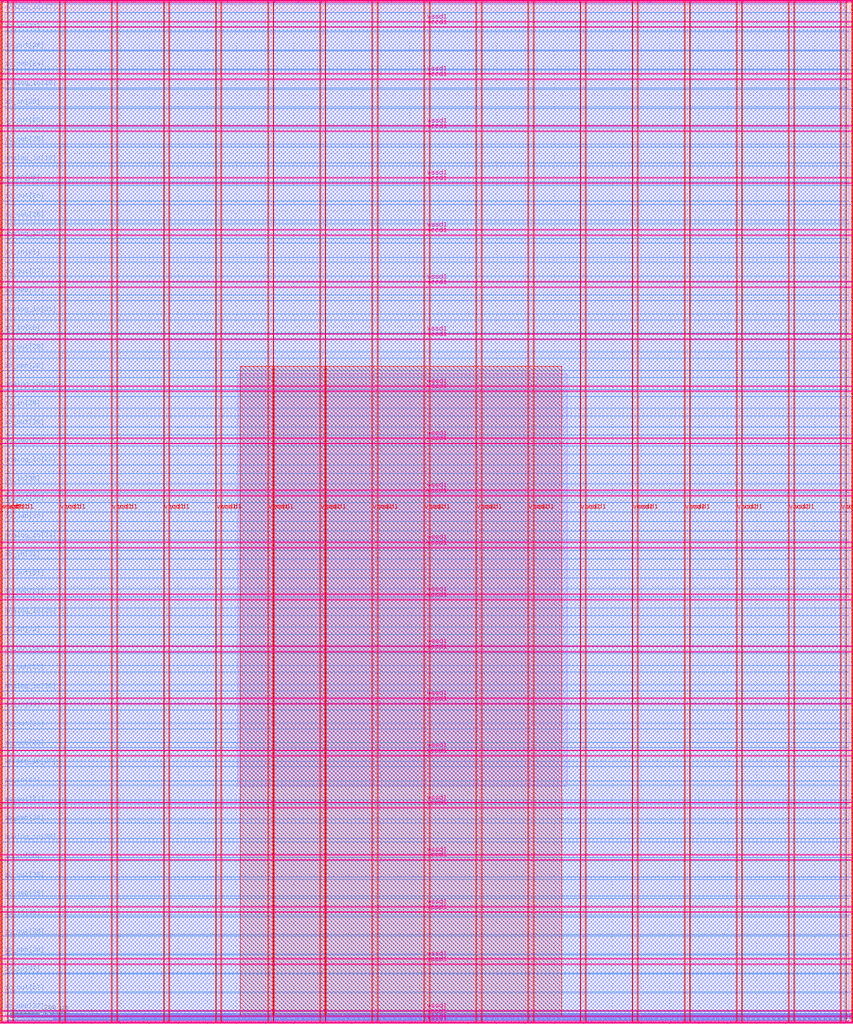
<source format=lef>
VERSION 5.7 ;
  NOWIREEXTENSIONATPIN ON ;
  DIVIDERCHAR "/" ;
  BUSBITCHARS "[]" ;
MACRO user_project_wrapper
  CLASS BLOCK ;
  FOREIGN user_project_wrapper ;
  ORIGIN 0.000 0.000 ;
  SIZE 2920.000 BY 3520.000 ;
  PIN analog_io[0]
    DIRECTION INOUT ;
    USE SIGNAL ;
    PORT
      LAYER met3 ;
        RECT 2917.600 1426.380 2924.800 1427.580 ;
    END
  END analog_io[0]
  PIN analog_io[10]
    DIRECTION INOUT ;
    USE SIGNAL ;
    PORT
      LAYER met2 ;
        RECT 2230.490 3517.600 2231.050 3524.800 ;
    END
  END analog_io[10]
  PIN analog_io[11]
    DIRECTION INOUT ;
    USE SIGNAL ;
    PORT
      LAYER met2 ;
        RECT 1905.730 3517.600 1906.290 3524.800 ;
    END
  END analog_io[11]
  PIN analog_io[12]
    DIRECTION INOUT ;
    USE SIGNAL ;
    PORT
      LAYER met2 ;
        RECT 1581.430 3517.600 1581.990 3524.800 ;
    END
  END analog_io[12]
  PIN analog_io[13]
    DIRECTION INOUT ;
    USE SIGNAL ;
    PORT
      LAYER met2 ;
        RECT 1257.130 3517.600 1257.690 3524.800 ;
    END
  END analog_io[13]
  PIN analog_io[14]
    DIRECTION INOUT ;
    USE SIGNAL ;
    PORT
      LAYER met2 ;
        RECT 932.370 3517.600 932.930 3524.800 ;
    END
  END analog_io[14]
  PIN analog_io[15]
    DIRECTION INOUT ;
    USE SIGNAL ;
    PORT
      LAYER met2 ;
        RECT 608.070 3517.600 608.630 3524.800 ;
    END
  END analog_io[15]
  PIN analog_io[16]
    DIRECTION INOUT ;
    USE SIGNAL ;
    PORT
      LAYER met2 ;
        RECT 283.770 3517.600 284.330 3524.800 ;
    END
  END analog_io[16]
  PIN analog_io[17]
    DIRECTION INOUT ;
    USE SIGNAL ;
    PORT
      LAYER met3 ;
        RECT -4.800 3486.100 2.400 3487.300 ;
    END
  END analog_io[17]
  PIN analog_io[18]
    DIRECTION INOUT ;
    USE SIGNAL ;
    PORT
      LAYER met3 ;
        RECT -4.800 3224.980 2.400 3226.180 ;
    END
  END analog_io[18]
  PIN analog_io[19]
    DIRECTION INOUT ;
    USE SIGNAL ;
    PORT
      LAYER met3 ;
        RECT -4.800 2964.540 2.400 2965.740 ;
    END
  END analog_io[19]
  PIN analog_io[1]
    DIRECTION INOUT ;
    USE SIGNAL ;
    PORT
      LAYER met3 ;
        RECT 2917.600 1692.260 2924.800 1693.460 ;
    END
  END analog_io[1]
  PIN analog_io[20]
    DIRECTION INOUT ;
    USE SIGNAL ;
    PORT
      LAYER met3 ;
        RECT -4.800 2703.420 2.400 2704.620 ;
    END
  END analog_io[20]
  PIN analog_io[21]
    DIRECTION INOUT ;
    USE SIGNAL ;
    PORT
      LAYER met3 ;
        RECT -4.800 2442.980 2.400 2444.180 ;
    END
  END analog_io[21]
  PIN analog_io[22]
    DIRECTION INOUT ;
    USE SIGNAL ;
    PORT
      LAYER met3 ;
        RECT -4.800 2182.540 2.400 2183.740 ;
    END
  END analog_io[22]
  PIN analog_io[23]
    DIRECTION INOUT ;
    USE SIGNAL ;
    PORT
      LAYER met3 ;
        RECT -4.800 1921.420 2.400 1922.620 ;
    END
  END analog_io[23]
  PIN analog_io[24]
    DIRECTION INOUT ;
    USE SIGNAL ;
    PORT
      LAYER met3 ;
        RECT -4.800 1660.980 2.400 1662.180 ;
    END
  END analog_io[24]
  PIN analog_io[25]
    DIRECTION INOUT ;
    USE SIGNAL ;
    PORT
      LAYER met3 ;
        RECT -4.800 1399.860 2.400 1401.060 ;
    END
  END analog_io[25]
  PIN analog_io[26]
    DIRECTION INOUT ;
    USE SIGNAL ;
    PORT
      LAYER met3 ;
        RECT -4.800 1139.420 2.400 1140.620 ;
    END
  END analog_io[26]
  PIN analog_io[27]
    DIRECTION INOUT ;
    USE SIGNAL ;
    PORT
      LAYER met3 ;
        RECT -4.800 878.980 2.400 880.180 ;
    END
  END analog_io[27]
  PIN analog_io[28]
    DIRECTION INOUT ;
    USE SIGNAL ;
    PORT
      LAYER met3 ;
        RECT -4.800 617.860 2.400 619.060 ;
    END
  END analog_io[28]
  PIN analog_io[2]
    DIRECTION INOUT ;
    USE SIGNAL ;
    PORT
      LAYER met3 ;
        RECT 2917.600 1958.140 2924.800 1959.340 ;
    END
  END analog_io[2]
  PIN analog_io[3]
    DIRECTION INOUT ;
    USE SIGNAL ;
    PORT
      LAYER met3 ;
        RECT 2917.600 2223.340 2924.800 2224.540 ;
    END
  END analog_io[3]
  PIN analog_io[4]
    DIRECTION INOUT ;
    USE SIGNAL ;
    PORT
      LAYER met3 ;
        RECT 2917.600 2489.220 2924.800 2490.420 ;
    END
  END analog_io[4]
  PIN analog_io[5]
    DIRECTION INOUT ;
    USE SIGNAL ;
    PORT
      LAYER met3 ;
        RECT 2917.600 2755.100 2924.800 2756.300 ;
    END
  END analog_io[5]
  PIN analog_io[6]
    DIRECTION INOUT ;
    USE SIGNAL ;
    PORT
      LAYER met3 ;
        RECT 2917.600 3020.300 2924.800 3021.500 ;
    END
  END analog_io[6]
  PIN analog_io[7]
    DIRECTION INOUT ;
    USE SIGNAL ;
    PORT
      LAYER met3 ;
        RECT 2917.600 3286.180 2924.800 3287.380 ;
    END
  END analog_io[7]
  PIN analog_io[8]
    DIRECTION INOUT ;
    USE SIGNAL ;
    PORT
      LAYER met2 ;
        RECT 2879.090 3517.600 2879.650 3524.800 ;
    END
  END analog_io[8]
  PIN analog_io[9]
    DIRECTION INOUT ;
    USE SIGNAL ;
    PORT
      LAYER met2 ;
        RECT 2554.790 3517.600 2555.350 3524.800 ;
    END
  END analog_io[9]
  PIN io_in[0]
    DIRECTION INPUT ;
    USE SIGNAL ;
    PORT
      LAYER met3 ;
        RECT 2917.600 32.380 2924.800 33.580 ;
    END
  END io_in[0]
  PIN io_in[10]
    DIRECTION INPUT ;
    USE SIGNAL ;
    PORT
      LAYER met3 ;
        RECT 2917.600 2289.980 2924.800 2291.180 ;
    END
  END io_in[10]
  PIN io_in[11]
    DIRECTION INPUT ;
    USE SIGNAL ;
    PORT
      LAYER met3 ;
        RECT 2917.600 2555.860 2924.800 2557.060 ;
    END
  END io_in[11]
  PIN io_in[12]
    DIRECTION INPUT ;
    USE SIGNAL ;
    PORT
      LAYER met3 ;
        RECT 2917.600 2821.060 2924.800 2822.260 ;
    END
  END io_in[12]
  PIN io_in[13]
    DIRECTION INPUT ;
    USE SIGNAL ;
    PORT
      LAYER met3 ;
        RECT 2917.600 3086.940 2924.800 3088.140 ;
    END
  END io_in[13]
  PIN io_in[14]
    DIRECTION INPUT ;
    USE SIGNAL ;
    PORT
      LAYER met3 ;
        RECT 2917.600 3352.820 2924.800 3354.020 ;
    END
  END io_in[14]
  PIN io_in[15]
    DIRECTION INPUT ;
    USE SIGNAL ;
    PORT
      LAYER met2 ;
        RECT 2798.130 3517.600 2798.690 3524.800 ;
    END
  END io_in[15]
  PIN io_in[16]
    DIRECTION INPUT ;
    USE SIGNAL ;
    PORT
      LAYER met2 ;
        RECT 2473.830 3517.600 2474.390 3524.800 ;
    END
  END io_in[16]
  PIN io_in[17]
    DIRECTION INPUT ;
    USE SIGNAL ;
    PORT
      LAYER met2 ;
        RECT 2149.070 3517.600 2149.630 3524.800 ;
    END
  END io_in[17]
  PIN io_in[18]
    DIRECTION INPUT ;
    USE SIGNAL ;
    PORT
      LAYER met2 ;
        RECT 1824.770 3517.600 1825.330 3524.800 ;
    END
  END io_in[18]
  PIN io_in[19]
    DIRECTION INPUT ;
    USE SIGNAL ;
    PORT
      LAYER met2 ;
        RECT 1500.470 3517.600 1501.030 3524.800 ;
    END
  END io_in[19]
  PIN io_in[1]
    DIRECTION INPUT ;
    USE SIGNAL ;
    PORT
      LAYER met3 ;
        RECT 2917.600 230.940 2924.800 232.140 ;
    END
  END io_in[1]
  PIN io_in[20]
    DIRECTION INPUT ;
    USE SIGNAL ;
    PORT
      LAYER met2 ;
        RECT 1175.710 3517.600 1176.270 3524.800 ;
    END
  END io_in[20]
  PIN io_in[21]
    DIRECTION INPUT ;
    USE SIGNAL ;
    PORT
      LAYER met2 ;
        RECT 851.410 3517.600 851.970 3524.800 ;
    END
  END io_in[21]
  PIN io_in[22]
    DIRECTION INPUT ;
    USE SIGNAL ;
    PORT
      LAYER met2 ;
        RECT 527.110 3517.600 527.670 3524.800 ;
    END
  END io_in[22]
  PIN io_in[23]
    DIRECTION INPUT ;
    USE SIGNAL ;
    PORT
      LAYER met2 ;
        RECT 202.350 3517.600 202.910 3524.800 ;
    END
  END io_in[23]
  PIN io_in[24]
    DIRECTION INPUT ;
    USE SIGNAL ;
    PORT
      LAYER met3 ;
        RECT -4.800 3420.820 2.400 3422.020 ;
    END
  END io_in[24]
  PIN io_in[25]
    DIRECTION INPUT ;
    USE SIGNAL ;
    PORT
      LAYER met3 ;
        RECT -4.800 3159.700 2.400 3160.900 ;
    END
  END io_in[25]
  PIN io_in[26]
    DIRECTION INPUT ;
    USE SIGNAL ;
    PORT
      LAYER met3 ;
        RECT -4.800 2899.260 2.400 2900.460 ;
    END
  END io_in[26]
  PIN io_in[27]
    DIRECTION INPUT ;
    USE SIGNAL ;
    PORT
      LAYER met3 ;
        RECT -4.800 2638.820 2.400 2640.020 ;
    END
  END io_in[27]
  PIN io_in[28]
    DIRECTION INPUT ;
    USE SIGNAL ;
    PORT
      LAYER met3 ;
        RECT -4.800 2377.700 2.400 2378.900 ;
    END
  END io_in[28]
  PIN io_in[29]
    DIRECTION INPUT ;
    USE SIGNAL ;
    PORT
      LAYER met3 ;
        RECT -4.800 2117.260 2.400 2118.460 ;
    END
  END io_in[29]
  PIN io_in[2]
    DIRECTION INPUT ;
    USE SIGNAL ;
    PORT
      LAYER met3 ;
        RECT 2917.600 430.180 2924.800 431.380 ;
    END
  END io_in[2]
  PIN io_in[30]
    DIRECTION INPUT ;
    USE SIGNAL ;
    PORT
      LAYER met3 ;
        RECT -4.800 1856.140 2.400 1857.340 ;
    END
  END io_in[30]
  PIN io_in[31]
    DIRECTION INPUT ;
    USE SIGNAL ;
    PORT
      LAYER met3 ;
        RECT -4.800 1595.700 2.400 1596.900 ;
    END
  END io_in[31]
  PIN io_in[32]
    DIRECTION INPUT ;
    USE SIGNAL ;
    PORT
      LAYER met3 ;
        RECT -4.800 1335.260 2.400 1336.460 ;
    END
  END io_in[32]
  PIN io_in[33]
    DIRECTION INPUT ;
    USE SIGNAL ;
    PORT
      LAYER met3 ;
        RECT -4.800 1074.140 2.400 1075.340 ;
    END
  END io_in[33]
  PIN io_in[34]
    DIRECTION INPUT ;
    USE SIGNAL ;
    PORT
      LAYER met3 ;
        RECT -4.800 813.700 2.400 814.900 ;
    END
  END io_in[34]
  PIN io_in[35]
    DIRECTION INPUT ;
    USE SIGNAL ;
    PORT
      LAYER met3 ;
        RECT -4.800 552.580 2.400 553.780 ;
    END
  END io_in[35]
  PIN io_in[36]
    DIRECTION INPUT ;
    USE SIGNAL ;
    PORT
      LAYER met3 ;
        RECT -4.800 357.420 2.400 358.620 ;
    END
  END io_in[36]
  PIN io_in[37]
    DIRECTION INPUT ;
    USE SIGNAL ;
    PORT
      LAYER met3 ;
        RECT -4.800 161.580 2.400 162.780 ;
    END
  END io_in[37]
  PIN io_in[3]
    DIRECTION INPUT ;
    USE SIGNAL ;
    PORT
      LAYER met3 ;
        RECT 2917.600 629.420 2924.800 630.620 ;
    END
  END io_in[3]
  PIN io_in[4]
    DIRECTION INPUT ;
    USE SIGNAL ;
    PORT
      LAYER met3 ;
        RECT 2917.600 828.660 2924.800 829.860 ;
    END
  END io_in[4]
  PIN io_in[5]
    DIRECTION INPUT ;
    USE SIGNAL ;
    PORT
      LAYER met3 ;
        RECT 2917.600 1027.900 2924.800 1029.100 ;
    END
  END io_in[5]
  PIN io_in[6]
    DIRECTION INPUT ;
    USE SIGNAL ;
    PORT
      LAYER met3 ;
        RECT 2917.600 1227.140 2924.800 1228.340 ;
    END
  END io_in[6]
  PIN io_in[7]
    DIRECTION INPUT ;
    USE SIGNAL ;
    PORT
      LAYER met3 ;
        RECT 2917.600 1493.020 2924.800 1494.220 ;
    END
  END io_in[7]
  PIN io_in[8]
    DIRECTION INPUT ;
    USE SIGNAL ;
    PORT
      LAYER met3 ;
        RECT 2917.600 1758.900 2924.800 1760.100 ;
    END
  END io_in[8]
  PIN io_in[9]
    DIRECTION INPUT ;
    USE SIGNAL ;
    PORT
      LAYER met3 ;
        RECT 2917.600 2024.100 2924.800 2025.300 ;
    END
  END io_in[9]
  PIN io_oeb[0]
    DIRECTION OUTPUT TRISTATE ;
    USE SIGNAL ;
    PORT
      LAYER met3 ;
        RECT 2917.600 164.980 2924.800 166.180 ;
    END
  END io_oeb[0]
  PIN io_oeb[10]
    DIRECTION OUTPUT TRISTATE ;
    USE SIGNAL ;
    PORT
      LAYER met3 ;
        RECT 2917.600 2422.580 2924.800 2423.780 ;
    END
  END io_oeb[10]
  PIN io_oeb[11]
    DIRECTION OUTPUT TRISTATE ;
    USE SIGNAL ;
    PORT
      LAYER met3 ;
        RECT 2917.600 2688.460 2924.800 2689.660 ;
    END
  END io_oeb[11]
  PIN io_oeb[12]
    DIRECTION OUTPUT TRISTATE ;
    USE SIGNAL ;
    PORT
      LAYER met3 ;
        RECT 2917.600 2954.340 2924.800 2955.540 ;
    END
  END io_oeb[12]
  PIN io_oeb[13]
    DIRECTION OUTPUT TRISTATE ;
    USE SIGNAL ;
    PORT
      LAYER met3 ;
        RECT 2917.600 3219.540 2924.800 3220.740 ;
    END
  END io_oeb[13]
  PIN io_oeb[14]
    DIRECTION OUTPUT TRISTATE ;
    USE SIGNAL ;
    PORT
      LAYER met3 ;
        RECT 2917.600 3485.420 2924.800 3486.620 ;
    END
  END io_oeb[14]
  PIN io_oeb[15]
    DIRECTION OUTPUT TRISTATE ;
    USE SIGNAL ;
    PORT
      LAYER met2 ;
        RECT 2635.750 3517.600 2636.310 3524.800 ;
    END
  END io_oeb[15]
  PIN io_oeb[16]
    DIRECTION OUTPUT TRISTATE ;
    USE SIGNAL ;
    PORT
      LAYER met2 ;
        RECT 2311.450 3517.600 2312.010 3524.800 ;
    END
  END io_oeb[16]
  PIN io_oeb[17]
    DIRECTION OUTPUT TRISTATE ;
    USE SIGNAL ;
    PORT
      LAYER met2 ;
        RECT 1987.150 3517.600 1987.710 3524.800 ;
    END
  END io_oeb[17]
  PIN io_oeb[18]
    DIRECTION OUTPUT TRISTATE ;
    USE SIGNAL ;
    PORT
      LAYER met2 ;
        RECT 1662.390 3517.600 1662.950 3524.800 ;
    END
  END io_oeb[18]
  PIN io_oeb[19]
    DIRECTION OUTPUT TRISTATE ;
    USE SIGNAL ;
    PORT
      LAYER met2 ;
        RECT 1338.090 3517.600 1338.650 3524.800 ;
    END
  END io_oeb[19]
  PIN io_oeb[1]
    DIRECTION OUTPUT TRISTATE ;
    USE SIGNAL ;
    PORT
      LAYER met3 ;
        RECT 2917.600 364.220 2924.800 365.420 ;
    END
  END io_oeb[1]
  PIN io_oeb[20]
    DIRECTION OUTPUT TRISTATE ;
    USE SIGNAL ;
    PORT
      LAYER met2 ;
        RECT 1013.790 3517.600 1014.350 3524.800 ;
    END
  END io_oeb[20]
  PIN io_oeb[21]
    DIRECTION OUTPUT TRISTATE ;
    USE SIGNAL ;
    PORT
      LAYER met2 ;
        RECT 689.030 3517.600 689.590 3524.800 ;
    END
  END io_oeb[21]
  PIN io_oeb[22]
    DIRECTION OUTPUT TRISTATE ;
    USE SIGNAL ;
    PORT
      LAYER met2 ;
        RECT 364.730 3517.600 365.290 3524.800 ;
    END
  END io_oeb[22]
  PIN io_oeb[23]
    DIRECTION OUTPUT TRISTATE ;
    USE SIGNAL ;
    PORT
      LAYER met2 ;
        RECT 40.430 3517.600 40.990 3524.800 ;
    END
  END io_oeb[23]
  PIN io_oeb[24]
    DIRECTION OUTPUT TRISTATE ;
    USE SIGNAL ;
    PORT
      LAYER met3 ;
        RECT -4.800 3290.260 2.400 3291.460 ;
    END
  END io_oeb[24]
  PIN io_oeb[25]
    DIRECTION OUTPUT TRISTATE ;
    USE SIGNAL ;
    PORT
      LAYER met3 ;
        RECT -4.800 3029.820 2.400 3031.020 ;
    END
  END io_oeb[25]
  PIN io_oeb[26]
    DIRECTION OUTPUT TRISTATE ;
    USE SIGNAL ;
    PORT
      LAYER met3 ;
        RECT -4.800 2768.700 2.400 2769.900 ;
    END
  END io_oeb[26]
  PIN io_oeb[27]
    DIRECTION OUTPUT TRISTATE ;
    USE SIGNAL ;
    PORT
      LAYER met3 ;
        RECT -4.800 2508.260 2.400 2509.460 ;
    END
  END io_oeb[27]
  PIN io_oeb[28]
    DIRECTION OUTPUT TRISTATE ;
    USE SIGNAL ;
    PORT
      LAYER met3 ;
        RECT -4.800 2247.140 2.400 2248.340 ;
    END
  END io_oeb[28]
  PIN io_oeb[29]
    DIRECTION OUTPUT TRISTATE ;
    USE SIGNAL ;
    PORT
      LAYER met3 ;
        RECT -4.800 1986.700 2.400 1987.900 ;
    END
  END io_oeb[29]
  PIN io_oeb[2]
    DIRECTION OUTPUT TRISTATE ;
    USE SIGNAL ;
    PORT
      LAYER met3 ;
        RECT 2917.600 563.460 2924.800 564.660 ;
    END
  END io_oeb[2]
  PIN io_oeb[30]
    DIRECTION OUTPUT TRISTATE ;
    USE SIGNAL ;
    PORT
      LAYER met3 ;
        RECT -4.800 1726.260 2.400 1727.460 ;
    END
  END io_oeb[30]
  PIN io_oeb[31]
    DIRECTION OUTPUT TRISTATE ;
    USE SIGNAL ;
    PORT
      LAYER met3 ;
        RECT -4.800 1465.140 2.400 1466.340 ;
    END
  END io_oeb[31]
  PIN io_oeb[32]
    DIRECTION OUTPUT TRISTATE ;
    USE SIGNAL ;
    PORT
      LAYER met3 ;
        RECT -4.800 1204.700 2.400 1205.900 ;
    END
  END io_oeb[32]
  PIN io_oeb[33]
    DIRECTION OUTPUT TRISTATE ;
    USE SIGNAL ;
    PORT
      LAYER met3 ;
        RECT -4.800 943.580 2.400 944.780 ;
    END
  END io_oeb[33]
  PIN io_oeb[34]
    DIRECTION OUTPUT TRISTATE ;
    USE SIGNAL ;
    PORT
      LAYER met3 ;
        RECT -4.800 683.140 2.400 684.340 ;
    END
  END io_oeb[34]
  PIN io_oeb[35]
    DIRECTION OUTPUT TRISTATE ;
    USE SIGNAL ;
    PORT
      LAYER met3 ;
        RECT -4.800 422.700 2.400 423.900 ;
    END
  END io_oeb[35]
  PIN io_oeb[36]
    DIRECTION OUTPUT TRISTATE ;
    USE SIGNAL ;
    PORT
      LAYER met3 ;
        RECT -4.800 226.860 2.400 228.060 ;
    END
  END io_oeb[36]
  PIN io_oeb[37]
    DIRECTION OUTPUT TRISTATE ;
    USE SIGNAL ;
    PORT
      LAYER met3 ;
        RECT -4.800 31.700 2.400 32.900 ;
    END
  END io_oeb[37]
  PIN io_oeb[3]
    DIRECTION OUTPUT TRISTATE ;
    USE SIGNAL ;
    PORT
      LAYER met3 ;
        RECT 2917.600 762.700 2924.800 763.900 ;
    END
  END io_oeb[3]
  PIN io_oeb[4]
    DIRECTION OUTPUT TRISTATE ;
    USE SIGNAL ;
    PORT
      LAYER met3 ;
        RECT 2917.600 961.940 2924.800 963.140 ;
    END
  END io_oeb[4]
  PIN io_oeb[5]
    DIRECTION OUTPUT TRISTATE ;
    USE SIGNAL ;
    PORT
      LAYER met3 ;
        RECT 2917.600 1161.180 2924.800 1162.380 ;
    END
  END io_oeb[5]
  PIN io_oeb[6]
    DIRECTION OUTPUT TRISTATE ;
    USE SIGNAL ;
    PORT
      LAYER met3 ;
        RECT 2917.600 1360.420 2924.800 1361.620 ;
    END
  END io_oeb[6]
  PIN io_oeb[7]
    DIRECTION OUTPUT TRISTATE ;
    USE SIGNAL ;
    PORT
      LAYER met3 ;
        RECT 2917.600 1625.620 2924.800 1626.820 ;
    END
  END io_oeb[7]
  PIN io_oeb[8]
    DIRECTION OUTPUT TRISTATE ;
    USE SIGNAL ;
    PORT
      LAYER met3 ;
        RECT 2917.600 1891.500 2924.800 1892.700 ;
    END
  END io_oeb[8]
  PIN io_oeb[9]
    DIRECTION OUTPUT TRISTATE ;
    USE SIGNAL ;
    PORT
      LAYER met3 ;
        RECT 2917.600 2157.380 2924.800 2158.580 ;
    END
  END io_oeb[9]
  PIN io_out[0]
    DIRECTION OUTPUT TRISTATE ;
    USE SIGNAL ;
    PORT
      LAYER met3 ;
        RECT 2917.600 98.340 2924.800 99.540 ;
    END
  END io_out[0]
  PIN io_out[10]
    DIRECTION OUTPUT TRISTATE ;
    USE SIGNAL ;
    PORT
      LAYER met3 ;
        RECT 2917.600 2356.620 2924.800 2357.820 ;
    END
  END io_out[10]
  PIN io_out[11]
    DIRECTION OUTPUT TRISTATE ;
    USE SIGNAL ;
    PORT
      LAYER met3 ;
        RECT 2917.600 2621.820 2924.800 2623.020 ;
    END
  END io_out[11]
  PIN io_out[12]
    DIRECTION OUTPUT TRISTATE ;
    USE SIGNAL ;
    PORT
      LAYER met3 ;
        RECT 2917.600 2887.700 2924.800 2888.900 ;
    END
  END io_out[12]
  PIN io_out[13]
    DIRECTION OUTPUT TRISTATE ;
    USE SIGNAL ;
    PORT
      LAYER met3 ;
        RECT 2917.600 3153.580 2924.800 3154.780 ;
    END
  END io_out[13]
  PIN io_out[14]
    DIRECTION OUTPUT TRISTATE ;
    USE SIGNAL ;
    PORT
      LAYER met3 ;
        RECT 2917.600 3418.780 2924.800 3419.980 ;
    END
  END io_out[14]
  PIN io_out[15]
    DIRECTION OUTPUT TRISTATE ;
    USE SIGNAL ;
    PORT
      LAYER met2 ;
        RECT 2717.170 3517.600 2717.730 3524.800 ;
    END
  END io_out[15]
  PIN io_out[16]
    DIRECTION OUTPUT TRISTATE ;
    USE SIGNAL ;
    PORT
      LAYER met2 ;
        RECT 2392.410 3517.600 2392.970 3524.800 ;
    END
  END io_out[16]
  PIN io_out[17]
    DIRECTION OUTPUT TRISTATE ;
    USE SIGNAL ;
    PORT
      LAYER met2 ;
        RECT 2068.110 3517.600 2068.670 3524.800 ;
    END
  END io_out[17]
  PIN io_out[18]
    DIRECTION OUTPUT TRISTATE ;
    USE SIGNAL ;
    PORT
      LAYER met2 ;
        RECT 1743.810 3517.600 1744.370 3524.800 ;
    END
  END io_out[18]
  PIN io_out[19]
    DIRECTION OUTPUT TRISTATE ;
    USE SIGNAL ;
    PORT
      LAYER met2 ;
        RECT 1419.050 3517.600 1419.610 3524.800 ;
    END
  END io_out[19]
  PIN io_out[1]
    DIRECTION OUTPUT TRISTATE ;
    USE SIGNAL ;
    PORT
      LAYER met3 ;
        RECT 2917.600 297.580 2924.800 298.780 ;
    END
  END io_out[1]
  PIN io_out[20]
    DIRECTION OUTPUT TRISTATE ;
    USE SIGNAL ;
    PORT
      LAYER met2 ;
        RECT 1094.750 3517.600 1095.310 3524.800 ;
    END
  END io_out[20]
  PIN io_out[21]
    DIRECTION OUTPUT TRISTATE ;
    USE SIGNAL ;
    PORT
      LAYER met2 ;
        RECT 770.450 3517.600 771.010 3524.800 ;
    END
  END io_out[21]
  PIN io_out[22]
    DIRECTION OUTPUT TRISTATE ;
    USE SIGNAL ;
    PORT
      LAYER met2 ;
        RECT 445.690 3517.600 446.250 3524.800 ;
    END
  END io_out[22]
  PIN io_out[23]
    DIRECTION OUTPUT TRISTATE ;
    USE SIGNAL ;
    PORT
      LAYER met2 ;
        RECT 121.390 3517.600 121.950 3524.800 ;
    END
  END io_out[23]
  PIN io_out[24]
    DIRECTION OUTPUT TRISTATE ;
    USE SIGNAL ;
    PORT
      LAYER met3 ;
        RECT -4.800 3355.540 2.400 3356.740 ;
    END
  END io_out[24]
  PIN io_out[25]
    DIRECTION OUTPUT TRISTATE ;
    USE SIGNAL ;
    PORT
      LAYER met3 ;
        RECT -4.800 3095.100 2.400 3096.300 ;
    END
  END io_out[25]
  PIN io_out[26]
    DIRECTION OUTPUT TRISTATE ;
    USE SIGNAL ;
    PORT
      LAYER met3 ;
        RECT -4.800 2833.980 2.400 2835.180 ;
    END
  END io_out[26]
  PIN io_out[27]
    DIRECTION OUTPUT TRISTATE ;
    USE SIGNAL ;
    PORT
      LAYER met3 ;
        RECT -4.800 2573.540 2.400 2574.740 ;
    END
  END io_out[27]
  PIN io_out[28]
    DIRECTION OUTPUT TRISTATE ;
    USE SIGNAL ;
    PORT
      LAYER met3 ;
        RECT -4.800 2312.420 2.400 2313.620 ;
    END
  END io_out[28]
  PIN io_out[29]
    DIRECTION OUTPUT TRISTATE ;
    USE SIGNAL ;
    PORT
      LAYER met3 ;
        RECT -4.800 2051.980 2.400 2053.180 ;
    END
  END io_out[29]
  PIN io_out[2]
    DIRECTION OUTPUT TRISTATE ;
    USE SIGNAL ;
    PORT
      LAYER met3 ;
        RECT 2917.600 496.820 2924.800 498.020 ;
    END
  END io_out[2]
  PIN io_out[30]
    DIRECTION OUTPUT TRISTATE ;
    USE SIGNAL ;
    PORT
      LAYER met3 ;
        RECT -4.800 1791.540 2.400 1792.740 ;
    END
  END io_out[30]
  PIN io_out[31]
    DIRECTION OUTPUT TRISTATE ;
    USE SIGNAL ;
    PORT
      LAYER met3 ;
        RECT -4.800 1530.420 2.400 1531.620 ;
    END
  END io_out[31]
  PIN io_out[32]
    DIRECTION OUTPUT TRISTATE ;
    USE SIGNAL ;
    PORT
      LAYER met3 ;
        RECT -4.800 1269.980 2.400 1271.180 ;
    END
  END io_out[32]
  PIN io_out[33]
    DIRECTION OUTPUT TRISTATE ;
    USE SIGNAL ;
    PORT
      LAYER met3 ;
        RECT -4.800 1008.860 2.400 1010.060 ;
    END
  END io_out[33]
  PIN io_out[34]
    DIRECTION OUTPUT TRISTATE ;
    USE SIGNAL ;
    PORT
      LAYER met3 ;
        RECT -4.800 748.420 2.400 749.620 ;
    END
  END io_out[34]
  PIN io_out[35]
    DIRECTION OUTPUT TRISTATE ;
    USE SIGNAL ;
    PORT
      LAYER met3 ;
        RECT -4.800 487.300 2.400 488.500 ;
    END
  END io_out[35]
  PIN io_out[36]
    DIRECTION OUTPUT TRISTATE ;
    USE SIGNAL ;
    PORT
      LAYER met3 ;
        RECT -4.800 292.140 2.400 293.340 ;
    END
  END io_out[36]
  PIN io_out[37]
    DIRECTION OUTPUT TRISTATE ;
    USE SIGNAL ;
    PORT
      LAYER met3 ;
        RECT -4.800 96.300 2.400 97.500 ;
    END
  END io_out[37]
  PIN io_out[3]
    DIRECTION OUTPUT TRISTATE ;
    USE SIGNAL ;
    PORT
      LAYER met3 ;
        RECT 2917.600 696.060 2924.800 697.260 ;
    END
  END io_out[3]
  PIN io_out[4]
    DIRECTION OUTPUT TRISTATE ;
    USE SIGNAL ;
    PORT
      LAYER met3 ;
        RECT 2917.600 895.300 2924.800 896.500 ;
    END
  END io_out[4]
  PIN io_out[5]
    DIRECTION OUTPUT TRISTATE ;
    USE SIGNAL ;
    PORT
      LAYER met3 ;
        RECT 2917.600 1094.540 2924.800 1095.740 ;
    END
  END io_out[5]
  PIN io_out[6]
    DIRECTION OUTPUT TRISTATE ;
    USE SIGNAL ;
    PORT
      LAYER met3 ;
        RECT 2917.600 1293.780 2924.800 1294.980 ;
    END
  END io_out[6]
  PIN io_out[7]
    DIRECTION OUTPUT TRISTATE ;
    USE SIGNAL ;
    PORT
      LAYER met3 ;
        RECT 2917.600 1559.660 2924.800 1560.860 ;
    END
  END io_out[7]
  PIN io_out[8]
    DIRECTION OUTPUT TRISTATE ;
    USE SIGNAL ;
    PORT
      LAYER met3 ;
        RECT 2917.600 1824.860 2924.800 1826.060 ;
    END
  END io_out[8]
  PIN io_out[9]
    DIRECTION OUTPUT TRISTATE ;
    USE SIGNAL ;
    PORT
      LAYER met3 ;
        RECT 2917.600 2090.740 2924.800 2091.940 ;
    END
  END io_out[9]
  PIN la_data_in[0]
    DIRECTION INPUT ;
    USE SIGNAL ;
    PORT
      LAYER met2 ;
        RECT 629.230 -4.800 629.790 2.400 ;
    END
  END la_data_in[0]
  PIN la_data_in[100]
    DIRECTION INPUT ;
    USE SIGNAL ;
    PORT
      LAYER met2 ;
        RECT 2402.530 -4.800 2403.090 2.400 ;
    END
  END la_data_in[100]
  PIN la_data_in[101]
    DIRECTION INPUT ;
    USE SIGNAL ;
    PORT
      LAYER met2 ;
        RECT 2420.010 -4.800 2420.570 2.400 ;
    END
  END la_data_in[101]
  PIN la_data_in[102]
    DIRECTION INPUT ;
    USE SIGNAL ;
    PORT
      LAYER met2 ;
        RECT 2437.950 -4.800 2438.510 2.400 ;
    END
  END la_data_in[102]
  PIN la_data_in[103]
    DIRECTION INPUT ;
    USE SIGNAL ;
    PORT
      LAYER met2 ;
        RECT 2455.430 -4.800 2455.990 2.400 ;
    END
  END la_data_in[103]
  PIN la_data_in[104]
    DIRECTION INPUT ;
    USE SIGNAL ;
    PORT
      LAYER met2 ;
        RECT 2473.370 -4.800 2473.930 2.400 ;
    END
  END la_data_in[104]
  PIN la_data_in[105]
    DIRECTION INPUT ;
    USE SIGNAL ;
    PORT
      LAYER met2 ;
        RECT 2490.850 -4.800 2491.410 2.400 ;
    END
  END la_data_in[105]
  PIN la_data_in[106]
    DIRECTION INPUT ;
    USE SIGNAL ;
    PORT
      LAYER met2 ;
        RECT 2508.790 -4.800 2509.350 2.400 ;
    END
  END la_data_in[106]
  PIN la_data_in[107]
    DIRECTION INPUT ;
    USE SIGNAL ;
    PORT
      LAYER met2 ;
        RECT 2526.730 -4.800 2527.290 2.400 ;
    END
  END la_data_in[107]
  PIN la_data_in[108]
    DIRECTION INPUT ;
    USE SIGNAL ;
    PORT
      LAYER met2 ;
        RECT 2544.210 -4.800 2544.770 2.400 ;
    END
  END la_data_in[108]
  PIN la_data_in[109]
    DIRECTION INPUT ;
    USE SIGNAL ;
    PORT
      LAYER met2 ;
        RECT 2562.150 -4.800 2562.710 2.400 ;
    END
  END la_data_in[109]
  PIN la_data_in[10]
    DIRECTION INPUT ;
    USE SIGNAL ;
    PORT
      LAYER met2 ;
        RECT 806.330 -4.800 806.890 2.400 ;
    END
  END la_data_in[10]
  PIN la_data_in[110]
    DIRECTION INPUT ;
    USE SIGNAL ;
    PORT
      LAYER met2 ;
        RECT 2579.630 -4.800 2580.190 2.400 ;
    END
  END la_data_in[110]
  PIN la_data_in[111]
    DIRECTION INPUT ;
    USE SIGNAL ;
    PORT
      LAYER met2 ;
        RECT 2597.570 -4.800 2598.130 2.400 ;
    END
  END la_data_in[111]
  PIN la_data_in[112]
    DIRECTION INPUT ;
    USE SIGNAL ;
    PORT
      LAYER met2 ;
        RECT 2615.050 -4.800 2615.610 2.400 ;
    END
  END la_data_in[112]
  PIN la_data_in[113]
    DIRECTION INPUT ;
    USE SIGNAL ;
    PORT
      LAYER met2 ;
        RECT 2632.990 -4.800 2633.550 2.400 ;
    END
  END la_data_in[113]
  PIN la_data_in[114]
    DIRECTION INPUT ;
    USE SIGNAL ;
    PORT
      LAYER met2 ;
        RECT 2650.470 -4.800 2651.030 2.400 ;
    END
  END la_data_in[114]
  PIN la_data_in[115]
    DIRECTION INPUT ;
    USE SIGNAL ;
    PORT
      LAYER met2 ;
        RECT 2668.410 -4.800 2668.970 2.400 ;
    END
  END la_data_in[115]
  PIN la_data_in[116]
    DIRECTION INPUT ;
    USE SIGNAL ;
    PORT
      LAYER met2 ;
        RECT 2685.890 -4.800 2686.450 2.400 ;
    END
  END la_data_in[116]
  PIN la_data_in[117]
    DIRECTION INPUT ;
    USE SIGNAL ;
    PORT
      LAYER met2 ;
        RECT 2703.830 -4.800 2704.390 2.400 ;
    END
  END la_data_in[117]
  PIN la_data_in[118]
    DIRECTION INPUT ;
    USE SIGNAL ;
    PORT
      LAYER met2 ;
        RECT 2721.770 -4.800 2722.330 2.400 ;
    END
  END la_data_in[118]
  PIN la_data_in[119]
    DIRECTION INPUT ;
    USE SIGNAL ;
    PORT
      LAYER met2 ;
        RECT 2739.250 -4.800 2739.810 2.400 ;
    END
  END la_data_in[119]
  PIN la_data_in[11]
    DIRECTION INPUT ;
    USE SIGNAL ;
    PORT
      LAYER met2 ;
        RECT 824.270 -4.800 824.830 2.400 ;
    END
  END la_data_in[11]
  PIN la_data_in[120]
    DIRECTION INPUT ;
    USE SIGNAL ;
    PORT
      LAYER met2 ;
        RECT 2757.190 -4.800 2757.750 2.400 ;
    END
  END la_data_in[120]
  PIN la_data_in[121]
    DIRECTION INPUT ;
    USE SIGNAL ;
    PORT
      LAYER met2 ;
        RECT 2774.670 -4.800 2775.230 2.400 ;
    END
  END la_data_in[121]
  PIN la_data_in[122]
    DIRECTION INPUT ;
    USE SIGNAL ;
    PORT
      LAYER met2 ;
        RECT 2792.610 -4.800 2793.170 2.400 ;
    END
  END la_data_in[122]
  PIN la_data_in[123]
    DIRECTION INPUT ;
    USE SIGNAL ;
    PORT
      LAYER met2 ;
        RECT 2810.090 -4.800 2810.650 2.400 ;
    END
  END la_data_in[123]
  PIN la_data_in[124]
    DIRECTION INPUT ;
    USE SIGNAL ;
    PORT
      LAYER met2 ;
        RECT 2828.030 -4.800 2828.590 2.400 ;
    END
  END la_data_in[124]
  PIN la_data_in[125]
    DIRECTION INPUT ;
    USE SIGNAL ;
    PORT
      LAYER met2 ;
        RECT 2845.510 -4.800 2846.070 2.400 ;
    END
  END la_data_in[125]
  PIN la_data_in[126]
    DIRECTION INPUT ;
    USE SIGNAL ;
    PORT
      LAYER met2 ;
        RECT 2863.450 -4.800 2864.010 2.400 ;
    END
  END la_data_in[126]
  PIN la_data_in[127]
    DIRECTION INPUT ;
    USE SIGNAL ;
    PORT
      LAYER met2 ;
        RECT 2881.390 -4.800 2881.950 2.400 ;
    END
  END la_data_in[127]
  PIN la_data_in[12]
    DIRECTION INPUT ;
    USE SIGNAL ;
    PORT
      LAYER met2 ;
        RECT 841.750 -4.800 842.310 2.400 ;
    END
  END la_data_in[12]
  PIN la_data_in[13]
    DIRECTION INPUT ;
    USE SIGNAL ;
    PORT
      LAYER met2 ;
        RECT 859.690 -4.800 860.250 2.400 ;
    END
  END la_data_in[13]
  PIN la_data_in[14]
    DIRECTION INPUT ;
    USE SIGNAL ;
    PORT
      LAYER met2 ;
        RECT 877.170 -4.800 877.730 2.400 ;
    END
  END la_data_in[14]
  PIN la_data_in[15]
    DIRECTION INPUT ;
    USE SIGNAL ;
    PORT
      LAYER met2 ;
        RECT 895.110 -4.800 895.670 2.400 ;
    END
  END la_data_in[15]
  PIN la_data_in[16]
    DIRECTION INPUT ;
    USE SIGNAL ;
    PORT
      LAYER met2 ;
        RECT 912.590 -4.800 913.150 2.400 ;
    END
  END la_data_in[16]
  PIN la_data_in[17]
    DIRECTION INPUT ;
    USE SIGNAL ;
    PORT
      LAYER met2 ;
        RECT 930.530 -4.800 931.090 2.400 ;
    END
  END la_data_in[17]
  PIN la_data_in[18]
    DIRECTION INPUT ;
    USE SIGNAL ;
    PORT
      LAYER met2 ;
        RECT 948.470 -4.800 949.030 2.400 ;
    END
  END la_data_in[18]
  PIN la_data_in[19]
    DIRECTION INPUT ;
    USE SIGNAL ;
    PORT
      LAYER met2 ;
        RECT 965.950 -4.800 966.510 2.400 ;
    END
  END la_data_in[19]
  PIN la_data_in[1]
    DIRECTION INPUT ;
    USE SIGNAL ;
    PORT
      LAYER met2 ;
        RECT 646.710 -4.800 647.270 2.400 ;
    END
  END la_data_in[1]
  PIN la_data_in[20]
    DIRECTION INPUT ;
    USE SIGNAL ;
    PORT
      LAYER met2 ;
        RECT 983.890 -4.800 984.450 2.400 ;
    END
  END la_data_in[20]
  PIN la_data_in[21]
    DIRECTION INPUT ;
    USE SIGNAL ;
    PORT
      LAYER met2 ;
        RECT 1001.370 -4.800 1001.930 2.400 ;
    END
  END la_data_in[21]
  PIN la_data_in[22]
    DIRECTION INPUT ;
    USE SIGNAL ;
    PORT
      LAYER met2 ;
        RECT 1019.310 -4.800 1019.870 2.400 ;
    END
  END la_data_in[22]
  PIN la_data_in[23]
    DIRECTION INPUT ;
    USE SIGNAL ;
    PORT
      LAYER met2 ;
        RECT 1036.790 -4.800 1037.350 2.400 ;
    END
  END la_data_in[23]
  PIN la_data_in[24]
    DIRECTION INPUT ;
    USE SIGNAL ;
    PORT
      LAYER met2 ;
        RECT 1054.730 -4.800 1055.290 2.400 ;
    END
  END la_data_in[24]
  PIN la_data_in[25]
    DIRECTION INPUT ;
    USE SIGNAL ;
    PORT
      LAYER met2 ;
        RECT 1072.210 -4.800 1072.770 2.400 ;
    END
  END la_data_in[25]
  PIN la_data_in[26]
    DIRECTION INPUT ;
    USE SIGNAL ;
    PORT
      LAYER met2 ;
        RECT 1090.150 -4.800 1090.710 2.400 ;
    END
  END la_data_in[26]
  PIN la_data_in[27]
    DIRECTION INPUT ;
    USE SIGNAL ;
    PORT
      LAYER met2 ;
        RECT 1107.630 -4.800 1108.190 2.400 ;
    END
  END la_data_in[27]
  PIN la_data_in[28]
    DIRECTION INPUT ;
    USE SIGNAL ;
    PORT
      LAYER met2 ;
        RECT 1125.570 -4.800 1126.130 2.400 ;
    END
  END la_data_in[28]
  PIN la_data_in[29]
    DIRECTION INPUT ;
    USE SIGNAL ;
    PORT
      LAYER met2 ;
        RECT 1143.510 -4.800 1144.070 2.400 ;
    END
  END la_data_in[29]
  PIN la_data_in[2]
    DIRECTION INPUT ;
    USE SIGNAL ;
    PORT
      LAYER met2 ;
        RECT 664.650 -4.800 665.210 2.400 ;
    END
  END la_data_in[2]
  PIN la_data_in[30]
    DIRECTION INPUT ;
    USE SIGNAL ;
    PORT
      LAYER met2 ;
        RECT 1160.990 -4.800 1161.550 2.400 ;
    END
  END la_data_in[30]
  PIN la_data_in[31]
    DIRECTION INPUT ;
    USE SIGNAL ;
    PORT
      LAYER met2 ;
        RECT 1178.930 -4.800 1179.490 2.400 ;
    END
  END la_data_in[31]
  PIN la_data_in[32]
    DIRECTION INPUT ;
    USE SIGNAL ;
    PORT
      LAYER met2 ;
        RECT 1196.410 -4.800 1196.970 2.400 ;
    END
  END la_data_in[32]
  PIN la_data_in[33]
    DIRECTION INPUT ;
    USE SIGNAL ;
    PORT
      LAYER met2 ;
        RECT 1214.350 -4.800 1214.910 2.400 ;
    END
  END la_data_in[33]
  PIN la_data_in[34]
    DIRECTION INPUT ;
    USE SIGNAL ;
    PORT
      LAYER met2 ;
        RECT 1231.830 -4.800 1232.390 2.400 ;
    END
  END la_data_in[34]
  PIN la_data_in[35]
    DIRECTION INPUT ;
    USE SIGNAL ;
    PORT
      LAYER met2 ;
        RECT 1249.770 -4.800 1250.330 2.400 ;
    END
  END la_data_in[35]
  PIN la_data_in[36]
    DIRECTION INPUT ;
    USE SIGNAL ;
    PORT
      LAYER met2 ;
        RECT 1267.250 -4.800 1267.810 2.400 ;
    END
  END la_data_in[36]
  PIN la_data_in[37]
    DIRECTION INPUT ;
    USE SIGNAL ;
    PORT
      LAYER met2 ;
        RECT 1285.190 -4.800 1285.750 2.400 ;
    END
  END la_data_in[37]
  PIN la_data_in[38]
    DIRECTION INPUT ;
    USE SIGNAL ;
    PORT
      LAYER met2 ;
        RECT 1303.130 -4.800 1303.690 2.400 ;
    END
  END la_data_in[38]
  PIN la_data_in[39]
    DIRECTION INPUT ;
    USE SIGNAL ;
    PORT
      LAYER met2 ;
        RECT 1320.610 -4.800 1321.170 2.400 ;
    END
  END la_data_in[39]
  PIN la_data_in[3]
    DIRECTION INPUT ;
    USE SIGNAL ;
    PORT
      LAYER met2 ;
        RECT 682.130 -4.800 682.690 2.400 ;
    END
  END la_data_in[3]
  PIN la_data_in[40]
    DIRECTION INPUT ;
    USE SIGNAL ;
    PORT
      LAYER met2 ;
        RECT 1338.550 -4.800 1339.110 2.400 ;
    END
  END la_data_in[40]
  PIN la_data_in[41]
    DIRECTION INPUT ;
    USE SIGNAL ;
    PORT
      LAYER met2 ;
        RECT 1356.030 -4.800 1356.590 2.400 ;
    END
  END la_data_in[41]
  PIN la_data_in[42]
    DIRECTION INPUT ;
    USE SIGNAL ;
    PORT
      LAYER met2 ;
        RECT 1373.970 -4.800 1374.530 2.400 ;
    END
  END la_data_in[42]
  PIN la_data_in[43]
    DIRECTION INPUT ;
    USE SIGNAL ;
    PORT
      LAYER met2 ;
        RECT 1391.450 -4.800 1392.010 2.400 ;
    END
  END la_data_in[43]
  PIN la_data_in[44]
    DIRECTION INPUT ;
    USE SIGNAL ;
    PORT
      LAYER met2 ;
        RECT 1409.390 -4.800 1409.950 2.400 ;
    END
  END la_data_in[44]
  PIN la_data_in[45]
    DIRECTION INPUT ;
    USE SIGNAL ;
    PORT
      LAYER met2 ;
        RECT 1426.870 -4.800 1427.430 2.400 ;
    END
  END la_data_in[45]
  PIN la_data_in[46]
    DIRECTION INPUT ;
    USE SIGNAL ;
    PORT
      LAYER met2 ;
        RECT 1444.810 -4.800 1445.370 2.400 ;
    END
  END la_data_in[46]
  PIN la_data_in[47]
    DIRECTION INPUT ;
    USE SIGNAL ;
    PORT
      LAYER met2 ;
        RECT 1462.750 -4.800 1463.310 2.400 ;
    END
  END la_data_in[47]
  PIN la_data_in[48]
    DIRECTION INPUT ;
    USE SIGNAL ;
    PORT
      LAYER met2 ;
        RECT 1480.230 -4.800 1480.790 2.400 ;
    END
  END la_data_in[48]
  PIN la_data_in[49]
    DIRECTION INPUT ;
    USE SIGNAL ;
    PORT
      LAYER met2 ;
        RECT 1498.170 -4.800 1498.730 2.400 ;
    END
  END la_data_in[49]
  PIN la_data_in[4]
    DIRECTION INPUT ;
    USE SIGNAL ;
    PORT
      LAYER met2 ;
        RECT 700.070 -4.800 700.630 2.400 ;
    END
  END la_data_in[4]
  PIN la_data_in[50]
    DIRECTION INPUT ;
    USE SIGNAL ;
    PORT
      LAYER met2 ;
        RECT 1515.650 -4.800 1516.210 2.400 ;
    END
  END la_data_in[50]
  PIN la_data_in[51]
    DIRECTION INPUT ;
    USE SIGNAL ;
    PORT
      LAYER met2 ;
        RECT 1533.590 -4.800 1534.150 2.400 ;
    END
  END la_data_in[51]
  PIN la_data_in[52]
    DIRECTION INPUT ;
    USE SIGNAL ;
    PORT
      LAYER met2 ;
        RECT 1551.070 -4.800 1551.630 2.400 ;
    END
  END la_data_in[52]
  PIN la_data_in[53]
    DIRECTION INPUT ;
    USE SIGNAL ;
    PORT
      LAYER met2 ;
        RECT 1569.010 -4.800 1569.570 2.400 ;
    END
  END la_data_in[53]
  PIN la_data_in[54]
    DIRECTION INPUT ;
    USE SIGNAL ;
    PORT
      LAYER met2 ;
        RECT 1586.490 -4.800 1587.050 2.400 ;
    END
  END la_data_in[54]
  PIN la_data_in[55]
    DIRECTION INPUT ;
    USE SIGNAL ;
    PORT
      LAYER met2 ;
        RECT 1604.430 -4.800 1604.990 2.400 ;
    END
  END la_data_in[55]
  PIN la_data_in[56]
    DIRECTION INPUT ;
    USE SIGNAL ;
    PORT
      LAYER met2 ;
        RECT 1621.910 -4.800 1622.470 2.400 ;
    END
  END la_data_in[56]
  PIN la_data_in[57]
    DIRECTION INPUT ;
    USE SIGNAL ;
    PORT
      LAYER met2 ;
        RECT 1639.850 -4.800 1640.410 2.400 ;
    END
  END la_data_in[57]
  PIN la_data_in[58]
    DIRECTION INPUT ;
    USE SIGNAL ;
    PORT
      LAYER met2 ;
        RECT 1657.790 -4.800 1658.350 2.400 ;
    END
  END la_data_in[58]
  PIN la_data_in[59]
    DIRECTION INPUT ;
    USE SIGNAL ;
    PORT
      LAYER met2 ;
        RECT 1675.270 -4.800 1675.830 2.400 ;
    END
  END la_data_in[59]
  PIN la_data_in[5]
    DIRECTION INPUT ;
    USE SIGNAL ;
    PORT
      LAYER met2 ;
        RECT 717.550 -4.800 718.110 2.400 ;
    END
  END la_data_in[5]
  PIN la_data_in[60]
    DIRECTION INPUT ;
    USE SIGNAL ;
    PORT
      LAYER met2 ;
        RECT 1693.210 -4.800 1693.770 2.400 ;
    END
  END la_data_in[60]
  PIN la_data_in[61]
    DIRECTION INPUT ;
    USE SIGNAL ;
    PORT
      LAYER met2 ;
        RECT 1710.690 -4.800 1711.250 2.400 ;
    END
  END la_data_in[61]
  PIN la_data_in[62]
    DIRECTION INPUT ;
    USE SIGNAL ;
    PORT
      LAYER met2 ;
        RECT 1728.630 -4.800 1729.190 2.400 ;
    END
  END la_data_in[62]
  PIN la_data_in[63]
    DIRECTION INPUT ;
    USE SIGNAL ;
    PORT
      LAYER met2 ;
        RECT 1746.110 -4.800 1746.670 2.400 ;
    END
  END la_data_in[63]
  PIN la_data_in[64]
    DIRECTION INPUT ;
    USE SIGNAL ;
    PORT
      LAYER met2 ;
        RECT 1764.050 -4.800 1764.610 2.400 ;
    END
  END la_data_in[64]
  PIN la_data_in[65]
    DIRECTION INPUT ;
    USE SIGNAL ;
    PORT
      LAYER met2 ;
        RECT 1781.530 -4.800 1782.090 2.400 ;
    END
  END la_data_in[65]
  PIN la_data_in[66]
    DIRECTION INPUT ;
    USE SIGNAL ;
    PORT
      LAYER met2 ;
        RECT 1799.470 -4.800 1800.030 2.400 ;
    END
  END la_data_in[66]
  PIN la_data_in[67]
    DIRECTION INPUT ;
    USE SIGNAL ;
    PORT
      LAYER met2 ;
        RECT 1817.410 -4.800 1817.970 2.400 ;
    END
  END la_data_in[67]
  PIN la_data_in[68]
    DIRECTION INPUT ;
    USE SIGNAL ;
    PORT
      LAYER met2 ;
        RECT 1834.890 -4.800 1835.450 2.400 ;
    END
  END la_data_in[68]
  PIN la_data_in[69]
    DIRECTION INPUT ;
    USE SIGNAL ;
    PORT
      LAYER met2 ;
        RECT 1852.830 -4.800 1853.390 2.400 ;
    END
  END la_data_in[69]
  PIN la_data_in[6]
    DIRECTION INPUT ;
    USE SIGNAL ;
    PORT
      LAYER met2 ;
        RECT 735.490 -4.800 736.050 2.400 ;
    END
  END la_data_in[6]
  PIN la_data_in[70]
    DIRECTION INPUT ;
    USE SIGNAL ;
    PORT
      LAYER met2 ;
        RECT 1870.310 -4.800 1870.870 2.400 ;
    END
  END la_data_in[70]
  PIN la_data_in[71]
    DIRECTION INPUT ;
    USE SIGNAL ;
    PORT
      LAYER met2 ;
        RECT 1888.250 -4.800 1888.810 2.400 ;
    END
  END la_data_in[71]
  PIN la_data_in[72]
    DIRECTION INPUT ;
    USE SIGNAL ;
    PORT
      LAYER met2 ;
        RECT 1905.730 -4.800 1906.290 2.400 ;
    END
  END la_data_in[72]
  PIN la_data_in[73]
    DIRECTION INPUT ;
    USE SIGNAL ;
    PORT
      LAYER met2 ;
        RECT 1923.670 -4.800 1924.230 2.400 ;
    END
  END la_data_in[73]
  PIN la_data_in[74]
    DIRECTION INPUT ;
    USE SIGNAL ;
    PORT
      LAYER met2 ;
        RECT 1941.150 -4.800 1941.710 2.400 ;
    END
  END la_data_in[74]
  PIN la_data_in[75]
    DIRECTION INPUT ;
    USE SIGNAL ;
    PORT
      LAYER met2 ;
        RECT 1959.090 -4.800 1959.650 2.400 ;
    END
  END la_data_in[75]
  PIN la_data_in[76]
    DIRECTION INPUT ;
    USE SIGNAL ;
    PORT
      LAYER met2 ;
        RECT 1976.570 -4.800 1977.130 2.400 ;
    END
  END la_data_in[76]
  PIN la_data_in[77]
    DIRECTION INPUT ;
    USE SIGNAL ;
    PORT
      LAYER met2 ;
        RECT 1994.510 -4.800 1995.070 2.400 ;
    END
  END la_data_in[77]
  PIN la_data_in[78]
    DIRECTION INPUT ;
    USE SIGNAL ;
    PORT
      LAYER met2 ;
        RECT 2012.450 -4.800 2013.010 2.400 ;
    END
  END la_data_in[78]
  PIN la_data_in[79]
    DIRECTION INPUT ;
    USE SIGNAL ;
    PORT
      LAYER met2 ;
        RECT 2029.930 -4.800 2030.490 2.400 ;
    END
  END la_data_in[79]
  PIN la_data_in[7]
    DIRECTION INPUT ;
    USE SIGNAL ;
    PORT
      LAYER met2 ;
        RECT 752.970 -4.800 753.530 2.400 ;
    END
  END la_data_in[7]
  PIN la_data_in[80]
    DIRECTION INPUT ;
    USE SIGNAL ;
    PORT
      LAYER met2 ;
        RECT 2047.870 -4.800 2048.430 2.400 ;
    END
  END la_data_in[80]
  PIN la_data_in[81]
    DIRECTION INPUT ;
    USE SIGNAL ;
    PORT
      LAYER met2 ;
        RECT 2065.350 -4.800 2065.910 2.400 ;
    END
  END la_data_in[81]
  PIN la_data_in[82]
    DIRECTION INPUT ;
    USE SIGNAL ;
    PORT
      LAYER met2 ;
        RECT 2083.290 -4.800 2083.850 2.400 ;
    END
  END la_data_in[82]
  PIN la_data_in[83]
    DIRECTION INPUT ;
    USE SIGNAL ;
    PORT
      LAYER met2 ;
        RECT 2100.770 -4.800 2101.330 2.400 ;
    END
  END la_data_in[83]
  PIN la_data_in[84]
    DIRECTION INPUT ;
    USE SIGNAL ;
    PORT
      LAYER met2 ;
        RECT 2118.710 -4.800 2119.270 2.400 ;
    END
  END la_data_in[84]
  PIN la_data_in[85]
    DIRECTION INPUT ;
    USE SIGNAL ;
    PORT
      LAYER met2 ;
        RECT 2136.190 -4.800 2136.750 2.400 ;
    END
  END la_data_in[85]
  PIN la_data_in[86]
    DIRECTION INPUT ;
    USE SIGNAL ;
    PORT
      LAYER met2 ;
        RECT 2154.130 -4.800 2154.690 2.400 ;
    END
  END la_data_in[86]
  PIN la_data_in[87]
    DIRECTION INPUT ;
    USE SIGNAL ;
    PORT
      LAYER met2 ;
        RECT 2172.070 -4.800 2172.630 2.400 ;
    END
  END la_data_in[87]
  PIN la_data_in[88]
    DIRECTION INPUT ;
    USE SIGNAL ;
    PORT
      LAYER met2 ;
        RECT 2189.550 -4.800 2190.110 2.400 ;
    END
  END la_data_in[88]
  PIN la_data_in[89]
    DIRECTION INPUT ;
    USE SIGNAL ;
    PORT
      LAYER met2 ;
        RECT 2207.490 -4.800 2208.050 2.400 ;
    END
  END la_data_in[89]
  PIN la_data_in[8]
    DIRECTION INPUT ;
    USE SIGNAL ;
    PORT
      LAYER met2 ;
        RECT 770.910 -4.800 771.470 2.400 ;
    END
  END la_data_in[8]
  PIN la_data_in[90]
    DIRECTION INPUT ;
    USE SIGNAL ;
    PORT
      LAYER met2 ;
        RECT 2224.970 -4.800 2225.530 2.400 ;
    END
  END la_data_in[90]
  PIN la_data_in[91]
    DIRECTION INPUT ;
    USE SIGNAL ;
    PORT
      LAYER met2 ;
        RECT 2242.910 -4.800 2243.470 2.400 ;
    END
  END la_data_in[91]
  PIN la_data_in[92]
    DIRECTION INPUT ;
    USE SIGNAL ;
    PORT
      LAYER met2 ;
        RECT 2260.390 -4.800 2260.950 2.400 ;
    END
  END la_data_in[92]
  PIN la_data_in[93]
    DIRECTION INPUT ;
    USE SIGNAL ;
    PORT
      LAYER met2 ;
        RECT 2278.330 -4.800 2278.890 2.400 ;
    END
  END la_data_in[93]
  PIN la_data_in[94]
    DIRECTION INPUT ;
    USE SIGNAL ;
    PORT
      LAYER met2 ;
        RECT 2295.810 -4.800 2296.370 2.400 ;
    END
  END la_data_in[94]
  PIN la_data_in[95]
    DIRECTION INPUT ;
    USE SIGNAL ;
    PORT
      LAYER met2 ;
        RECT 2313.750 -4.800 2314.310 2.400 ;
    END
  END la_data_in[95]
  PIN la_data_in[96]
    DIRECTION INPUT ;
    USE SIGNAL ;
    PORT
      LAYER met2 ;
        RECT 2331.230 -4.800 2331.790 2.400 ;
    END
  END la_data_in[96]
  PIN la_data_in[97]
    DIRECTION INPUT ;
    USE SIGNAL ;
    PORT
      LAYER met2 ;
        RECT 2349.170 -4.800 2349.730 2.400 ;
    END
  END la_data_in[97]
  PIN la_data_in[98]
    DIRECTION INPUT ;
    USE SIGNAL ;
    PORT
      LAYER met2 ;
        RECT 2367.110 -4.800 2367.670 2.400 ;
    END
  END la_data_in[98]
  PIN la_data_in[99]
    DIRECTION INPUT ;
    USE SIGNAL ;
    PORT
      LAYER met2 ;
        RECT 2384.590 -4.800 2385.150 2.400 ;
    END
  END la_data_in[99]
  PIN la_data_in[9]
    DIRECTION INPUT ;
    USE SIGNAL ;
    PORT
      LAYER met2 ;
        RECT 788.850 -4.800 789.410 2.400 ;
    END
  END la_data_in[9]
  PIN la_data_out[0]
    DIRECTION OUTPUT TRISTATE ;
    USE SIGNAL ;
    PORT
      LAYER met2 ;
        RECT 634.750 -4.800 635.310 2.400 ;
    END
  END la_data_out[0]
  PIN la_data_out[100]
    DIRECTION OUTPUT TRISTATE ;
    USE SIGNAL ;
    PORT
      LAYER met2 ;
        RECT 2408.510 -4.800 2409.070 2.400 ;
    END
  END la_data_out[100]
  PIN la_data_out[101]
    DIRECTION OUTPUT TRISTATE ;
    USE SIGNAL ;
    PORT
      LAYER met2 ;
        RECT 2425.990 -4.800 2426.550 2.400 ;
    END
  END la_data_out[101]
  PIN la_data_out[102]
    DIRECTION OUTPUT TRISTATE ;
    USE SIGNAL ;
    PORT
      LAYER met2 ;
        RECT 2443.930 -4.800 2444.490 2.400 ;
    END
  END la_data_out[102]
  PIN la_data_out[103]
    DIRECTION OUTPUT TRISTATE ;
    USE SIGNAL ;
    PORT
      LAYER met2 ;
        RECT 2461.410 -4.800 2461.970 2.400 ;
    END
  END la_data_out[103]
  PIN la_data_out[104]
    DIRECTION OUTPUT TRISTATE ;
    USE SIGNAL ;
    PORT
      LAYER met2 ;
        RECT 2479.350 -4.800 2479.910 2.400 ;
    END
  END la_data_out[104]
  PIN la_data_out[105]
    DIRECTION OUTPUT TRISTATE ;
    USE SIGNAL ;
    PORT
      LAYER met2 ;
        RECT 2496.830 -4.800 2497.390 2.400 ;
    END
  END la_data_out[105]
  PIN la_data_out[106]
    DIRECTION OUTPUT TRISTATE ;
    USE SIGNAL ;
    PORT
      LAYER met2 ;
        RECT 2514.770 -4.800 2515.330 2.400 ;
    END
  END la_data_out[106]
  PIN la_data_out[107]
    DIRECTION OUTPUT TRISTATE ;
    USE SIGNAL ;
    PORT
      LAYER met2 ;
        RECT 2532.250 -4.800 2532.810 2.400 ;
    END
  END la_data_out[107]
  PIN la_data_out[108]
    DIRECTION OUTPUT TRISTATE ;
    USE SIGNAL ;
    PORT
      LAYER met2 ;
        RECT 2550.190 -4.800 2550.750 2.400 ;
    END
  END la_data_out[108]
  PIN la_data_out[109]
    DIRECTION OUTPUT TRISTATE ;
    USE SIGNAL ;
    PORT
      LAYER met2 ;
        RECT 2567.670 -4.800 2568.230 2.400 ;
    END
  END la_data_out[109]
  PIN la_data_out[10]
    DIRECTION OUTPUT TRISTATE ;
    USE SIGNAL ;
    PORT
      LAYER met2 ;
        RECT 812.310 -4.800 812.870 2.400 ;
    END
  END la_data_out[10]
  PIN la_data_out[110]
    DIRECTION OUTPUT TRISTATE ;
    USE SIGNAL ;
    PORT
      LAYER met2 ;
        RECT 2585.610 -4.800 2586.170 2.400 ;
    END
  END la_data_out[110]
  PIN la_data_out[111]
    DIRECTION OUTPUT TRISTATE ;
    USE SIGNAL ;
    PORT
      LAYER met2 ;
        RECT 2603.550 -4.800 2604.110 2.400 ;
    END
  END la_data_out[111]
  PIN la_data_out[112]
    DIRECTION OUTPUT TRISTATE ;
    USE SIGNAL ;
    PORT
      LAYER met2 ;
        RECT 2621.030 -4.800 2621.590 2.400 ;
    END
  END la_data_out[112]
  PIN la_data_out[113]
    DIRECTION OUTPUT TRISTATE ;
    USE SIGNAL ;
    PORT
      LAYER met2 ;
        RECT 2638.970 -4.800 2639.530 2.400 ;
    END
  END la_data_out[113]
  PIN la_data_out[114]
    DIRECTION OUTPUT TRISTATE ;
    USE SIGNAL ;
    PORT
      LAYER met2 ;
        RECT 2656.450 -4.800 2657.010 2.400 ;
    END
  END la_data_out[114]
  PIN la_data_out[115]
    DIRECTION OUTPUT TRISTATE ;
    USE SIGNAL ;
    PORT
      LAYER met2 ;
        RECT 2674.390 -4.800 2674.950 2.400 ;
    END
  END la_data_out[115]
  PIN la_data_out[116]
    DIRECTION OUTPUT TRISTATE ;
    USE SIGNAL ;
    PORT
      LAYER met2 ;
        RECT 2691.870 -4.800 2692.430 2.400 ;
    END
  END la_data_out[116]
  PIN la_data_out[117]
    DIRECTION OUTPUT TRISTATE ;
    USE SIGNAL ;
    PORT
      LAYER met2 ;
        RECT 2709.810 -4.800 2710.370 2.400 ;
    END
  END la_data_out[117]
  PIN la_data_out[118]
    DIRECTION OUTPUT TRISTATE ;
    USE SIGNAL ;
    PORT
      LAYER met2 ;
        RECT 2727.290 -4.800 2727.850 2.400 ;
    END
  END la_data_out[118]
  PIN la_data_out[119]
    DIRECTION OUTPUT TRISTATE ;
    USE SIGNAL ;
    PORT
      LAYER met2 ;
        RECT 2745.230 -4.800 2745.790 2.400 ;
    END
  END la_data_out[119]
  PIN la_data_out[11]
    DIRECTION OUTPUT TRISTATE ;
    USE SIGNAL ;
    PORT
      LAYER met2 ;
        RECT 830.250 -4.800 830.810 2.400 ;
    END
  END la_data_out[11]
  PIN la_data_out[120]
    DIRECTION OUTPUT TRISTATE ;
    USE SIGNAL ;
    PORT
      LAYER met2 ;
        RECT 2763.170 -4.800 2763.730 2.400 ;
    END
  END la_data_out[120]
  PIN la_data_out[121]
    DIRECTION OUTPUT TRISTATE ;
    USE SIGNAL ;
    PORT
      LAYER met2 ;
        RECT 2780.650 -4.800 2781.210 2.400 ;
    END
  END la_data_out[121]
  PIN la_data_out[122]
    DIRECTION OUTPUT TRISTATE ;
    USE SIGNAL ;
    PORT
      LAYER met2 ;
        RECT 2798.590 -4.800 2799.150 2.400 ;
    END
  END la_data_out[122]
  PIN la_data_out[123]
    DIRECTION OUTPUT TRISTATE ;
    USE SIGNAL ;
    PORT
      LAYER met2 ;
        RECT 2816.070 -4.800 2816.630 2.400 ;
    END
  END la_data_out[123]
  PIN la_data_out[124]
    DIRECTION OUTPUT TRISTATE ;
    USE SIGNAL ;
    PORT
      LAYER met2 ;
        RECT 2834.010 -4.800 2834.570 2.400 ;
    END
  END la_data_out[124]
  PIN la_data_out[125]
    DIRECTION OUTPUT TRISTATE ;
    USE SIGNAL ;
    PORT
      LAYER met2 ;
        RECT 2851.490 -4.800 2852.050 2.400 ;
    END
  END la_data_out[125]
  PIN la_data_out[126]
    DIRECTION OUTPUT TRISTATE ;
    USE SIGNAL ;
    PORT
      LAYER met2 ;
        RECT 2869.430 -4.800 2869.990 2.400 ;
    END
  END la_data_out[126]
  PIN la_data_out[127]
    DIRECTION OUTPUT TRISTATE ;
    USE SIGNAL ;
    PORT
      LAYER met2 ;
        RECT 2886.910 -4.800 2887.470 2.400 ;
    END
  END la_data_out[127]
  PIN la_data_out[12]
    DIRECTION OUTPUT TRISTATE ;
    USE SIGNAL ;
    PORT
      LAYER met2 ;
        RECT 847.730 -4.800 848.290 2.400 ;
    END
  END la_data_out[12]
  PIN la_data_out[13]
    DIRECTION OUTPUT TRISTATE ;
    USE SIGNAL ;
    PORT
      LAYER met2 ;
        RECT 865.670 -4.800 866.230 2.400 ;
    END
  END la_data_out[13]
  PIN la_data_out[14]
    DIRECTION OUTPUT TRISTATE ;
    USE SIGNAL ;
    PORT
      LAYER met2 ;
        RECT 883.150 -4.800 883.710 2.400 ;
    END
  END la_data_out[14]
  PIN la_data_out[15]
    DIRECTION OUTPUT TRISTATE ;
    USE SIGNAL ;
    PORT
      LAYER met2 ;
        RECT 901.090 -4.800 901.650 2.400 ;
    END
  END la_data_out[15]
  PIN la_data_out[16]
    DIRECTION OUTPUT TRISTATE ;
    USE SIGNAL ;
    PORT
      LAYER met2 ;
        RECT 918.570 -4.800 919.130 2.400 ;
    END
  END la_data_out[16]
  PIN la_data_out[17]
    DIRECTION OUTPUT TRISTATE ;
    USE SIGNAL ;
    PORT
      LAYER met2 ;
        RECT 936.510 -4.800 937.070 2.400 ;
    END
  END la_data_out[17]
  PIN la_data_out[18]
    DIRECTION OUTPUT TRISTATE ;
    USE SIGNAL ;
    PORT
      LAYER met2 ;
        RECT 953.990 -4.800 954.550 2.400 ;
    END
  END la_data_out[18]
  PIN la_data_out[19]
    DIRECTION OUTPUT TRISTATE ;
    USE SIGNAL ;
    PORT
      LAYER met2 ;
        RECT 971.930 -4.800 972.490 2.400 ;
    END
  END la_data_out[19]
  PIN la_data_out[1]
    DIRECTION OUTPUT TRISTATE ;
    USE SIGNAL ;
    PORT
      LAYER met2 ;
        RECT 652.690 -4.800 653.250 2.400 ;
    END
  END la_data_out[1]
  PIN la_data_out[20]
    DIRECTION OUTPUT TRISTATE ;
    USE SIGNAL ;
    PORT
      LAYER met2 ;
        RECT 989.410 -4.800 989.970 2.400 ;
    END
  END la_data_out[20]
  PIN la_data_out[21]
    DIRECTION OUTPUT TRISTATE ;
    USE SIGNAL ;
    PORT
      LAYER met2 ;
        RECT 1007.350 -4.800 1007.910 2.400 ;
    END
  END la_data_out[21]
  PIN la_data_out[22]
    DIRECTION OUTPUT TRISTATE ;
    USE SIGNAL ;
    PORT
      LAYER met2 ;
        RECT 1025.290 -4.800 1025.850 2.400 ;
    END
  END la_data_out[22]
  PIN la_data_out[23]
    DIRECTION OUTPUT TRISTATE ;
    USE SIGNAL ;
    PORT
      LAYER met2 ;
        RECT 1042.770 -4.800 1043.330 2.400 ;
    END
  END la_data_out[23]
  PIN la_data_out[24]
    DIRECTION OUTPUT TRISTATE ;
    USE SIGNAL ;
    PORT
      LAYER met2 ;
        RECT 1060.710 -4.800 1061.270 2.400 ;
    END
  END la_data_out[24]
  PIN la_data_out[25]
    DIRECTION OUTPUT TRISTATE ;
    USE SIGNAL ;
    PORT
      LAYER met2 ;
        RECT 1078.190 -4.800 1078.750 2.400 ;
    END
  END la_data_out[25]
  PIN la_data_out[26]
    DIRECTION OUTPUT TRISTATE ;
    USE SIGNAL ;
    PORT
      LAYER met2 ;
        RECT 1096.130 -4.800 1096.690 2.400 ;
    END
  END la_data_out[26]
  PIN la_data_out[27]
    DIRECTION OUTPUT TRISTATE ;
    USE SIGNAL ;
    PORT
      LAYER met2 ;
        RECT 1113.610 -4.800 1114.170 2.400 ;
    END
  END la_data_out[27]
  PIN la_data_out[28]
    DIRECTION OUTPUT TRISTATE ;
    USE SIGNAL ;
    PORT
      LAYER met2 ;
        RECT 1131.550 -4.800 1132.110 2.400 ;
    END
  END la_data_out[28]
  PIN la_data_out[29]
    DIRECTION OUTPUT TRISTATE ;
    USE SIGNAL ;
    PORT
      LAYER met2 ;
        RECT 1149.030 -4.800 1149.590 2.400 ;
    END
  END la_data_out[29]
  PIN la_data_out[2]
    DIRECTION OUTPUT TRISTATE ;
    USE SIGNAL ;
    PORT
      LAYER met2 ;
        RECT 670.630 -4.800 671.190 2.400 ;
    END
  END la_data_out[2]
  PIN la_data_out[30]
    DIRECTION OUTPUT TRISTATE ;
    USE SIGNAL ;
    PORT
      LAYER met2 ;
        RECT 1166.970 -4.800 1167.530 2.400 ;
    END
  END la_data_out[30]
  PIN la_data_out[31]
    DIRECTION OUTPUT TRISTATE ;
    USE SIGNAL ;
    PORT
      LAYER met2 ;
        RECT 1184.910 -4.800 1185.470 2.400 ;
    END
  END la_data_out[31]
  PIN la_data_out[32]
    DIRECTION OUTPUT TRISTATE ;
    USE SIGNAL ;
    PORT
      LAYER met2 ;
        RECT 1202.390 -4.800 1202.950 2.400 ;
    END
  END la_data_out[32]
  PIN la_data_out[33]
    DIRECTION OUTPUT TRISTATE ;
    USE SIGNAL ;
    PORT
      LAYER met2 ;
        RECT 1220.330 -4.800 1220.890 2.400 ;
    END
  END la_data_out[33]
  PIN la_data_out[34]
    DIRECTION OUTPUT TRISTATE ;
    USE SIGNAL ;
    PORT
      LAYER met2 ;
        RECT 1237.810 -4.800 1238.370 2.400 ;
    END
  END la_data_out[34]
  PIN la_data_out[35]
    DIRECTION OUTPUT TRISTATE ;
    USE SIGNAL ;
    PORT
      LAYER met2 ;
        RECT 1255.750 -4.800 1256.310 2.400 ;
    END
  END la_data_out[35]
  PIN la_data_out[36]
    DIRECTION OUTPUT TRISTATE ;
    USE SIGNAL ;
    PORT
      LAYER met2 ;
        RECT 1273.230 -4.800 1273.790 2.400 ;
    END
  END la_data_out[36]
  PIN la_data_out[37]
    DIRECTION OUTPUT TRISTATE ;
    USE SIGNAL ;
    PORT
      LAYER met2 ;
        RECT 1291.170 -4.800 1291.730 2.400 ;
    END
  END la_data_out[37]
  PIN la_data_out[38]
    DIRECTION OUTPUT TRISTATE ;
    USE SIGNAL ;
    PORT
      LAYER met2 ;
        RECT 1308.650 -4.800 1309.210 2.400 ;
    END
  END la_data_out[38]
  PIN la_data_out[39]
    DIRECTION OUTPUT TRISTATE ;
    USE SIGNAL ;
    PORT
      LAYER met2 ;
        RECT 1326.590 -4.800 1327.150 2.400 ;
    END
  END la_data_out[39]
  PIN la_data_out[3]
    DIRECTION OUTPUT TRISTATE ;
    USE SIGNAL ;
    PORT
      LAYER met2 ;
        RECT 688.110 -4.800 688.670 2.400 ;
    END
  END la_data_out[3]
  PIN la_data_out[40]
    DIRECTION OUTPUT TRISTATE ;
    USE SIGNAL ;
    PORT
      LAYER met2 ;
        RECT 1344.070 -4.800 1344.630 2.400 ;
    END
  END la_data_out[40]
  PIN la_data_out[41]
    DIRECTION OUTPUT TRISTATE ;
    USE SIGNAL ;
    PORT
      LAYER met2 ;
        RECT 1362.010 -4.800 1362.570 2.400 ;
    END
  END la_data_out[41]
  PIN la_data_out[42]
    DIRECTION OUTPUT TRISTATE ;
    USE SIGNAL ;
    PORT
      LAYER met2 ;
        RECT 1379.950 -4.800 1380.510 2.400 ;
    END
  END la_data_out[42]
  PIN la_data_out[43]
    DIRECTION OUTPUT TRISTATE ;
    USE SIGNAL ;
    PORT
      LAYER met2 ;
        RECT 1397.430 -4.800 1397.990 2.400 ;
    END
  END la_data_out[43]
  PIN la_data_out[44]
    DIRECTION OUTPUT TRISTATE ;
    USE SIGNAL ;
    PORT
      LAYER met2 ;
        RECT 1415.370 -4.800 1415.930 2.400 ;
    END
  END la_data_out[44]
  PIN la_data_out[45]
    DIRECTION OUTPUT TRISTATE ;
    USE SIGNAL ;
    PORT
      LAYER met2 ;
        RECT 1432.850 -4.800 1433.410 2.400 ;
    END
  END la_data_out[45]
  PIN la_data_out[46]
    DIRECTION OUTPUT TRISTATE ;
    USE SIGNAL ;
    PORT
      LAYER met2 ;
        RECT 1450.790 -4.800 1451.350 2.400 ;
    END
  END la_data_out[46]
  PIN la_data_out[47]
    DIRECTION OUTPUT TRISTATE ;
    USE SIGNAL ;
    PORT
      LAYER met2 ;
        RECT 1468.270 -4.800 1468.830 2.400 ;
    END
  END la_data_out[47]
  PIN la_data_out[48]
    DIRECTION OUTPUT TRISTATE ;
    USE SIGNAL ;
    PORT
      LAYER met2 ;
        RECT 1486.210 -4.800 1486.770 2.400 ;
    END
  END la_data_out[48]
  PIN la_data_out[49]
    DIRECTION OUTPUT TRISTATE ;
    USE SIGNAL ;
    PORT
      LAYER met2 ;
        RECT 1503.690 -4.800 1504.250 2.400 ;
    END
  END la_data_out[49]
  PIN la_data_out[4]
    DIRECTION OUTPUT TRISTATE ;
    USE SIGNAL ;
    PORT
      LAYER met2 ;
        RECT 706.050 -4.800 706.610 2.400 ;
    END
  END la_data_out[4]
  PIN la_data_out[50]
    DIRECTION OUTPUT TRISTATE ;
    USE SIGNAL ;
    PORT
      LAYER met2 ;
        RECT 1521.630 -4.800 1522.190 2.400 ;
    END
  END la_data_out[50]
  PIN la_data_out[51]
    DIRECTION OUTPUT TRISTATE ;
    USE SIGNAL ;
    PORT
      LAYER met2 ;
        RECT 1539.570 -4.800 1540.130 2.400 ;
    END
  END la_data_out[51]
  PIN la_data_out[52]
    DIRECTION OUTPUT TRISTATE ;
    USE SIGNAL ;
    PORT
      LAYER met2 ;
        RECT 1557.050 -4.800 1557.610 2.400 ;
    END
  END la_data_out[52]
  PIN la_data_out[53]
    DIRECTION OUTPUT TRISTATE ;
    USE SIGNAL ;
    PORT
      LAYER met2 ;
        RECT 1574.990 -4.800 1575.550 2.400 ;
    END
  END la_data_out[53]
  PIN la_data_out[54]
    DIRECTION OUTPUT TRISTATE ;
    USE SIGNAL ;
    PORT
      LAYER met2 ;
        RECT 1592.470 -4.800 1593.030 2.400 ;
    END
  END la_data_out[54]
  PIN la_data_out[55]
    DIRECTION OUTPUT TRISTATE ;
    USE SIGNAL ;
    PORT
      LAYER met2 ;
        RECT 1610.410 -4.800 1610.970 2.400 ;
    END
  END la_data_out[55]
  PIN la_data_out[56]
    DIRECTION OUTPUT TRISTATE ;
    USE SIGNAL ;
    PORT
      LAYER met2 ;
        RECT 1627.890 -4.800 1628.450 2.400 ;
    END
  END la_data_out[56]
  PIN la_data_out[57]
    DIRECTION OUTPUT TRISTATE ;
    USE SIGNAL ;
    PORT
      LAYER met2 ;
        RECT 1645.830 -4.800 1646.390 2.400 ;
    END
  END la_data_out[57]
  PIN la_data_out[58]
    DIRECTION OUTPUT TRISTATE ;
    USE SIGNAL ;
    PORT
      LAYER met2 ;
        RECT 1663.310 -4.800 1663.870 2.400 ;
    END
  END la_data_out[58]
  PIN la_data_out[59]
    DIRECTION OUTPUT TRISTATE ;
    USE SIGNAL ;
    PORT
      LAYER met2 ;
        RECT 1681.250 -4.800 1681.810 2.400 ;
    END
  END la_data_out[59]
  PIN la_data_out[5]
    DIRECTION OUTPUT TRISTATE ;
    USE SIGNAL ;
    PORT
      LAYER met2 ;
        RECT 723.530 -4.800 724.090 2.400 ;
    END
  END la_data_out[5]
  PIN la_data_out[60]
    DIRECTION OUTPUT TRISTATE ;
    USE SIGNAL ;
    PORT
      LAYER met2 ;
        RECT 1699.190 -4.800 1699.750 2.400 ;
    END
  END la_data_out[60]
  PIN la_data_out[61]
    DIRECTION OUTPUT TRISTATE ;
    USE SIGNAL ;
    PORT
      LAYER met2 ;
        RECT 1716.670 -4.800 1717.230 2.400 ;
    END
  END la_data_out[61]
  PIN la_data_out[62]
    DIRECTION OUTPUT TRISTATE ;
    USE SIGNAL ;
    PORT
      LAYER met2 ;
        RECT 1734.610 -4.800 1735.170 2.400 ;
    END
  END la_data_out[62]
  PIN la_data_out[63]
    DIRECTION OUTPUT TRISTATE ;
    USE SIGNAL ;
    PORT
      LAYER met2 ;
        RECT 1752.090 -4.800 1752.650 2.400 ;
    END
  END la_data_out[63]
  PIN la_data_out[64]
    DIRECTION OUTPUT TRISTATE ;
    USE SIGNAL ;
    PORT
      LAYER met2 ;
        RECT 1770.030 -4.800 1770.590 2.400 ;
    END
  END la_data_out[64]
  PIN la_data_out[65]
    DIRECTION OUTPUT TRISTATE ;
    USE SIGNAL ;
    PORT
      LAYER met2 ;
        RECT 1787.510 -4.800 1788.070 2.400 ;
    END
  END la_data_out[65]
  PIN la_data_out[66]
    DIRECTION OUTPUT TRISTATE ;
    USE SIGNAL ;
    PORT
      LAYER met2 ;
        RECT 1805.450 -4.800 1806.010 2.400 ;
    END
  END la_data_out[66]
  PIN la_data_out[67]
    DIRECTION OUTPUT TRISTATE ;
    USE SIGNAL ;
    PORT
      LAYER met2 ;
        RECT 1822.930 -4.800 1823.490 2.400 ;
    END
  END la_data_out[67]
  PIN la_data_out[68]
    DIRECTION OUTPUT TRISTATE ;
    USE SIGNAL ;
    PORT
      LAYER met2 ;
        RECT 1840.870 -4.800 1841.430 2.400 ;
    END
  END la_data_out[68]
  PIN la_data_out[69]
    DIRECTION OUTPUT TRISTATE ;
    USE SIGNAL ;
    PORT
      LAYER met2 ;
        RECT 1858.350 -4.800 1858.910 2.400 ;
    END
  END la_data_out[69]
  PIN la_data_out[6]
    DIRECTION OUTPUT TRISTATE ;
    USE SIGNAL ;
    PORT
      LAYER met2 ;
        RECT 741.470 -4.800 742.030 2.400 ;
    END
  END la_data_out[6]
  PIN la_data_out[70]
    DIRECTION OUTPUT TRISTATE ;
    USE SIGNAL ;
    PORT
      LAYER met2 ;
        RECT 1876.290 -4.800 1876.850 2.400 ;
    END
  END la_data_out[70]
  PIN la_data_out[71]
    DIRECTION OUTPUT TRISTATE ;
    USE SIGNAL ;
    PORT
      LAYER met2 ;
        RECT 1894.230 -4.800 1894.790 2.400 ;
    END
  END la_data_out[71]
  PIN la_data_out[72]
    DIRECTION OUTPUT TRISTATE ;
    USE SIGNAL ;
    PORT
      LAYER met2 ;
        RECT 1911.710 -4.800 1912.270 2.400 ;
    END
  END la_data_out[72]
  PIN la_data_out[73]
    DIRECTION OUTPUT TRISTATE ;
    USE SIGNAL ;
    PORT
      LAYER met2 ;
        RECT 1929.650 -4.800 1930.210 2.400 ;
    END
  END la_data_out[73]
  PIN la_data_out[74]
    DIRECTION OUTPUT TRISTATE ;
    USE SIGNAL ;
    PORT
      LAYER met2 ;
        RECT 1947.130 -4.800 1947.690 2.400 ;
    END
  END la_data_out[74]
  PIN la_data_out[75]
    DIRECTION OUTPUT TRISTATE ;
    USE SIGNAL ;
    PORT
      LAYER met2 ;
        RECT 1965.070 -4.800 1965.630 2.400 ;
    END
  END la_data_out[75]
  PIN la_data_out[76]
    DIRECTION OUTPUT TRISTATE ;
    USE SIGNAL ;
    PORT
      LAYER met2 ;
        RECT 1982.550 -4.800 1983.110 2.400 ;
    END
  END la_data_out[76]
  PIN la_data_out[77]
    DIRECTION OUTPUT TRISTATE ;
    USE SIGNAL ;
    PORT
      LAYER met2 ;
        RECT 2000.490 -4.800 2001.050 2.400 ;
    END
  END la_data_out[77]
  PIN la_data_out[78]
    DIRECTION OUTPUT TRISTATE ;
    USE SIGNAL ;
    PORT
      LAYER met2 ;
        RECT 2017.970 -4.800 2018.530 2.400 ;
    END
  END la_data_out[78]
  PIN la_data_out[79]
    DIRECTION OUTPUT TRISTATE ;
    USE SIGNAL ;
    PORT
      LAYER met2 ;
        RECT 2035.910 -4.800 2036.470 2.400 ;
    END
  END la_data_out[79]
  PIN la_data_out[7]
    DIRECTION OUTPUT TRISTATE ;
    USE SIGNAL ;
    PORT
      LAYER met2 ;
        RECT 758.950 -4.800 759.510 2.400 ;
    END
  END la_data_out[7]
  PIN la_data_out[80]
    DIRECTION OUTPUT TRISTATE ;
    USE SIGNAL ;
    PORT
      LAYER met2 ;
        RECT 2053.850 -4.800 2054.410 2.400 ;
    END
  END la_data_out[80]
  PIN la_data_out[81]
    DIRECTION OUTPUT TRISTATE ;
    USE SIGNAL ;
    PORT
      LAYER met2 ;
        RECT 2071.330 -4.800 2071.890 2.400 ;
    END
  END la_data_out[81]
  PIN la_data_out[82]
    DIRECTION OUTPUT TRISTATE ;
    USE SIGNAL ;
    PORT
      LAYER met2 ;
        RECT 2089.270 -4.800 2089.830 2.400 ;
    END
  END la_data_out[82]
  PIN la_data_out[83]
    DIRECTION OUTPUT TRISTATE ;
    USE SIGNAL ;
    PORT
      LAYER met2 ;
        RECT 2106.750 -4.800 2107.310 2.400 ;
    END
  END la_data_out[83]
  PIN la_data_out[84]
    DIRECTION OUTPUT TRISTATE ;
    USE SIGNAL ;
    PORT
      LAYER met2 ;
        RECT 2124.690 -4.800 2125.250 2.400 ;
    END
  END la_data_out[84]
  PIN la_data_out[85]
    DIRECTION OUTPUT TRISTATE ;
    USE SIGNAL ;
    PORT
      LAYER met2 ;
        RECT 2142.170 -4.800 2142.730 2.400 ;
    END
  END la_data_out[85]
  PIN la_data_out[86]
    DIRECTION OUTPUT TRISTATE ;
    USE SIGNAL ;
    PORT
      LAYER met2 ;
        RECT 2160.110 -4.800 2160.670 2.400 ;
    END
  END la_data_out[86]
  PIN la_data_out[87]
    DIRECTION OUTPUT TRISTATE ;
    USE SIGNAL ;
    PORT
      LAYER met2 ;
        RECT 2177.590 -4.800 2178.150 2.400 ;
    END
  END la_data_out[87]
  PIN la_data_out[88]
    DIRECTION OUTPUT TRISTATE ;
    USE SIGNAL ;
    PORT
      LAYER met2 ;
        RECT 2195.530 -4.800 2196.090 2.400 ;
    END
  END la_data_out[88]
  PIN la_data_out[89]
    DIRECTION OUTPUT TRISTATE ;
    USE SIGNAL ;
    PORT
      LAYER met2 ;
        RECT 2213.010 -4.800 2213.570 2.400 ;
    END
  END la_data_out[89]
  PIN la_data_out[8]
    DIRECTION OUTPUT TRISTATE ;
    USE SIGNAL ;
    PORT
      LAYER met2 ;
        RECT 776.890 -4.800 777.450 2.400 ;
    END
  END la_data_out[8]
  PIN la_data_out[90]
    DIRECTION OUTPUT TRISTATE ;
    USE SIGNAL ;
    PORT
      LAYER met2 ;
        RECT 2230.950 -4.800 2231.510 2.400 ;
    END
  END la_data_out[90]
  PIN la_data_out[91]
    DIRECTION OUTPUT TRISTATE ;
    USE SIGNAL ;
    PORT
      LAYER met2 ;
        RECT 2248.890 -4.800 2249.450 2.400 ;
    END
  END la_data_out[91]
  PIN la_data_out[92]
    DIRECTION OUTPUT TRISTATE ;
    USE SIGNAL ;
    PORT
      LAYER met2 ;
        RECT 2266.370 -4.800 2266.930 2.400 ;
    END
  END la_data_out[92]
  PIN la_data_out[93]
    DIRECTION OUTPUT TRISTATE ;
    USE SIGNAL ;
    PORT
      LAYER met2 ;
        RECT 2284.310 -4.800 2284.870 2.400 ;
    END
  END la_data_out[93]
  PIN la_data_out[94]
    DIRECTION OUTPUT TRISTATE ;
    USE SIGNAL ;
    PORT
      LAYER met2 ;
        RECT 2301.790 -4.800 2302.350 2.400 ;
    END
  END la_data_out[94]
  PIN la_data_out[95]
    DIRECTION OUTPUT TRISTATE ;
    USE SIGNAL ;
    PORT
      LAYER met2 ;
        RECT 2319.730 -4.800 2320.290 2.400 ;
    END
  END la_data_out[95]
  PIN la_data_out[96]
    DIRECTION OUTPUT TRISTATE ;
    USE SIGNAL ;
    PORT
      LAYER met2 ;
        RECT 2337.210 -4.800 2337.770 2.400 ;
    END
  END la_data_out[96]
  PIN la_data_out[97]
    DIRECTION OUTPUT TRISTATE ;
    USE SIGNAL ;
    PORT
      LAYER met2 ;
        RECT 2355.150 -4.800 2355.710 2.400 ;
    END
  END la_data_out[97]
  PIN la_data_out[98]
    DIRECTION OUTPUT TRISTATE ;
    USE SIGNAL ;
    PORT
      LAYER met2 ;
        RECT 2372.630 -4.800 2373.190 2.400 ;
    END
  END la_data_out[98]
  PIN la_data_out[99]
    DIRECTION OUTPUT TRISTATE ;
    USE SIGNAL ;
    PORT
      LAYER met2 ;
        RECT 2390.570 -4.800 2391.130 2.400 ;
    END
  END la_data_out[99]
  PIN la_data_out[9]
    DIRECTION OUTPUT TRISTATE ;
    USE SIGNAL ;
    PORT
      LAYER met2 ;
        RECT 794.370 -4.800 794.930 2.400 ;
    END
  END la_data_out[9]
  PIN la_oenb[0]
    DIRECTION INPUT ;
    USE SIGNAL ;
    PORT
      LAYER met2 ;
        RECT 640.730 -4.800 641.290 2.400 ;
    END
  END la_oenb[0]
  PIN la_oenb[100]
    DIRECTION INPUT ;
    USE SIGNAL ;
    PORT
      LAYER met2 ;
        RECT 2414.030 -4.800 2414.590 2.400 ;
    END
  END la_oenb[100]
  PIN la_oenb[101]
    DIRECTION INPUT ;
    USE SIGNAL ;
    PORT
      LAYER met2 ;
        RECT 2431.970 -4.800 2432.530 2.400 ;
    END
  END la_oenb[101]
  PIN la_oenb[102]
    DIRECTION INPUT ;
    USE SIGNAL ;
    PORT
      LAYER met2 ;
        RECT 2449.450 -4.800 2450.010 2.400 ;
    END
  END la_oenb[102]
  PIN la_oenb[103]
    DIRECTION INPUT ;
    USE SIGNAL ;
    PORT
      LAYER met2 ;
        RECT 2467.390 -4.800 2467.950 2.400 ;
    END
  END la_oenb[103]
  PIN la_oenb[104]
    DIRECTION INPUT ;
    USE SIGNAL ;
    PORT
      LAYER met2 ;
        RECT 2485.330 -4.800 2485.890 2.400 ;
    END
  END la_oenb[104]
  PIN la_oenb[105]
    DIRECTION INPUT ;
    USE SIGNAL ;
    PORT
      LAYER met2 ;
        RECT 2502.810 -4.800 2503.370 2.400 ;
    END
  END la_oenb[105]
  PIN la_oenb[106]
    DIRECTION INPUT ;
    USE SIGNAL ;
    PORT
      LAYER met2 ;
        RECT 2520.750 -4.800 2521.310 2.400 ;
    END
  END la_oenb[106]
  PIN la_oenb[107]
    DIRECTION INPUT ;
    USE SIGNAL ;
    PORT
      LAYER met2 ;
        RECT 2538.230 -4.800 2538.790 2.400 ;
    END
  END la_oenb[107]
  PIN la_oenb[108]
    DIRECTION INPUT ;
    USE SIGNAL ;
    PORT
      LAYER met2 ;
        RECT 2556.170 -4.800 2556.730 2.400 ;
    END
  END la_oenb[108]
  PIN la_oenb[109]
    DIRECTION INPUT ;
    USE SIGNAL ;
    PORT
      LAYER met2 ;
        RECT 2573.650 -4.800 2574.210 2.400 ;
    END
  END la_oenb[109]
  PIN la_oenb[10]
    DIRECTION INPUT ;
    USE SIGNAL ;
    PORT
      LAYER met2 ;
        RECT 818.290 -4.800 818.850 2.400 ;
    END
  END la_oenb[10]
  PIN la_oenb[110]
    DIRECTION INPUT ;
    USE SIGNAL ;
    PORT
      LAYER met2 ;
        RECT 2591.590 -4.800 2592.150 2.400 ;
    END
  END la_oenb[110]
  PIN la_oenb[111]
    DIRECTION INPUT ;
    USE SIGNAL ;
    PORT
      LAYER met2 ;
        RECT 2609.070 -4.800 2609.630 2.400 ;
    END
  END la_oenb[111]
  PIN la_oenb[112]
    DIRECTION INPUT ;
    USE SIGNAL ;
    PORT
      LAYER met2 ;
        RECT 2627.010 -4.800 2627.570 2.400 ;
    END
  END la_oenb[112]
  PIN la_oenb[113]
    DIRECTION INPUT ;
    USE SIGNAL ;
    PORT
      LAYER met2 ;
        RECT 2644.950 -4.800 2645.510 2.400 ;
    END
  END la_oenb[113]
  PIN la_oenb[114]
    DIRECTION INPUT ;
    USE SIGNAL ;
    PORT
      LAYER met2 ;
        RECT 2662.430 -4.800 2662.990 2.400 ;
    END
  END la_oenb[114]
  PIN la_oenb[115]
    DIRECTION INPUT ;
    USE SIGNAL ;
    PORT
      LAYER met2 ;
        RECT 2680.370 -4.800 2680.930 2.400 ;
    END
  END la_oenb[115]
  PIN la_oenb[116]
    DIRECTION INPUT ;
    USE SIGNAL ;
    PORT
      LAYER met2 ;
        RECT 2697.850 -4.800 2698.410 2.400 ;
    END
  END la_oenb[116]
  PIN la_oenb[117]
    DIRECTION INPUT ;
    USE SIGNAL ;
    PORT
      LAYER met2 ;
        RECT 2715.790 -4.800 2716.350 2.400 ;
    END
  END la_oenb[117]
  PIN la_oenb[118]
    DIRECTION INPUT ;
    USE SIGNAL ;
    PORT
      LAYER met2 ;
        RECT 2733.270 -4.800 2733.830 2.400 ;
    END
  END la_oenb[118]
  PIN la_oenb[119]
    DIRECTION INPUT ;
    USE SIGNAL ;
    PORT
      LAYER met2 ;
        RECT 2751.210 -4.800 2751.770 2.400 ;
    END
  END la_oenb[119]
  PIN la_oenb[11]
    DIRECTION INPUT ;
    USE SIGNAL ;
    PORT
      LAYER met2 ;
        RECT 835.770 -4.800 836.330 2.400 ;
    END
  END la_oenb[11]
  PIN la_oenb[120]
    DIRECTION INPUT ;
    USE SIGNAL ;
    PORT
      LAYER met2 ;
        RECT 2768.690 -4.800 2769.250 2.400 ;
    END
  END la_oenb[120]
  PIN la_oenb[121]
    DIRECTION INPUT ;
    USE SIGNAL ;
    PORT
      LAYER met2 ;
        RECT 2786.630 -4.800 2787.190 2.400 ;
    END
  END la_oenb[121]
  PIN la_oenb[122]
    DIRECTION INPUT ;
    USE SIGNAL ;
    PORT
      LAYER met2 ;
        RECT 2804.110 -4.800 2804.670 2.400 ;
    END
  END la_oenb[122]
  PIN la_oenb[123]
    DIRECTION INPUT ;
    USE SIGNAL ;
    PORT
      LAYER met2 ;
        RECT 2822.050 -4.800 2822.610 2.400 ;
    END
  END la_oenb[123]
  PIN la_oenb[124]
    DIRECTION INPUT ;
    USE SIGNAL ;
    PORT
      LAYER met2 ;
        RECT 2839.990 -4.800 2840.550 2.400 ;
    END
  END la_oenb[124]
  PIN la_oenb[125]
    DIRECTION INPUT ;
    USE SIGNAL ;
    PORT
      LAYER met2 ;
        RECT 2857.470 -4.800 2858.030 2.400 ;
    END
  END la_oenb[125]
  PIN la_oenb[126]
    DIRECTION INPUT ;
    USE SIGNAL ;
    PORT
      LAYER met2 ;
        RECT 2875.410 -4.800 2875.970 2.400 ;
    END
  END la_oenb[126]
  PIN la_oenb[127]
    DIRECTION INPUT ;
    USE SIGNAL ;
    PORT
      LAYER met2 ;
        RECT 2892.890 -4.800 2893.450 2.400 ;
    END
  END la_oenb[127]
  PIN la_oenb[12]
    DIRECTION INPUT ;
    USE SIGNAL ;
    PORT
      LAYER met2 ;
        RECT 853.710 -4.800 854.270 2.400 ;
    END
  END la_oenb[12]
  PIN la_oenb[13]
    DIRECTION INPUT ;
    USE SIGNAL ;
    PORT
      LAYER met2 ;
        RECT 871.190 -4.800 871.750 2.400 ;
    END
  END la_oenb[13]
  PIN la_oenb[14]
    DIRECTION INPUT ;
    USE SIGNAL ;
    PORT
      LAYER met2 ;
        RECT 889.130 -4.800 889.690 2.400 ;
    END
  END la_oenb[14]
  PIN la_oenb[15]
    DIRECTION INPUT ;
    USE SIGNAL ;
    PORT
      LAYER met2 ;
        RECT 907.070 -4.800 907.630 2.400 ;
    END
  END la_oenb[15]
  PIN la_oenb[16]
    DIRECTION INPUT ;
    USE SIGNAL ;
    PORT
      LAYER met2 ;
        RECT 924.550 -4.800 925.110 2.400 ;
    END
  END la_oenb[16]
  PIN la_oenb[17]
    DIRECTION INPUT ;
    USE SIGNAL ;
    PORT
      LAYER met2 ;
        RECT 942.490 -4.800 943.050 2.400 ;
    END
  END la_oenb[17]
  PIN la_oenb[18]
    DIRECTION INPUT ;
    USE SIGNAL ;
    PORT
      LAYER met2 ;
        RECT 959.970 -4.800 960.530 2.400 ;
    END
  END la_oenb[18]
  PIN la_oenb[19]
    DIRECTION INPUT ;
    USE SIGNAL ;
    PORT
      LAYER met2 ;
        RECT 977.910 -4.800 978.470 2.400 ;
    END
  END la_oenb[19]
  PIN la_oenb[1]
    DIRECTION INPUT ;
    USE SIGNAL ;
    PORT
      LAYER met2 ;
        RECT 658.670 -4.800 659.230 2.400 ;
    END
  END la_oenb[1]
  PIN la_oenb[20]
    DIRECTION INPUT ;
    USE SIGNAL ;
    PORT
      LAYER met2 ;
        RECT 995.390 -4.800 995.950 2.400 ;
    END
  END la_oenb[20]
  PIN la_oenb[21]
    DIRECTION INPUT ;
    USE SIGNAL ;
    PORT
      LAYER met2 ;
        RECT 1013.330 -4.800 1013.890 2.400 ;
    END
  END la_oenb[21]
  PIN la_oenb[22]
    DIRECTION INPUT ;
    USE SIGNAL ;
    PORT
      LAYER met2 ;
        RECT 1030.810 -4.800 1031.370 2.400 ;
    END
  END la_oenb[22]
  PIN la_oenb[23]
    DIRECTION INPUT ;
    USE SIGNAL ;
    PORT
      LAYER met2 ;
        RECT 1048.750 -4.800 1049.310 2.400 ;
    END
  END la_oenb[23]
  PIN la_oenb[24]
    DIRECTION INPUT ;
    USE SIGNAL ;
    PORT
      LAYER met2 ;
        RECT 1066.690 -4.800 1067.250 2.400 ;
    END
  END la_oenb[24]
  PIN la_oenb[25]
    DIRECTION INPUT ;
    USE SIGNAL ;
    PORT
      LAYER met2 ;
        RECT 1084.170 -4.800 1084.730 2.400 ;
    END
  END la_oenb[25]
  PIN la_oenb[26]
    DIRECTION INPUT ;
    USE SIGNAL ;
    PORT
      LAYER met2 ;
        RECT 1102.110 -4.800 1102.670 2.400 ;
    END
  END la_oenb[26]
  PIN la_oenb[27]
    DIRECTION INPUT ;
    USE SIGNAL ;
    PORT
      LAYER met2 ;
        RECT 1119.590 -4.800 1120.150 2.400 ;
    END
  END la_oenb[27]
  PIN la_oenb[28]
    DIRECTION INPUT ;
    USE SIGNAL ;
    PORT
      LAYER met2 ;
        RECT 1137.530 -4.800 1138.090 2.400 ;
    END
  END la_oenb[28]
  PIN la_oenb[29]
    DIRECTION INPUT ;
    USE SIGNAL ;
    PORT
      LAYER met2 ;
        RECT 1155.010 -4.800 1155.570 2.400 ;
    END
  END la_oenb[29]
  PIN la_oenb[2]
    DIRECTION INPUT ;
    USE SIGNAL ;
    PORT
      LAYER met2 ;
        RECT 676.150 -4.800 676.710 2.400 ;
    END
  END la_oenb[2]
  PIN la_oenb[30]
    DIRECTION INPUT ;
    USE SIGNAL ;
    PORT
      LAYER met2 ;
        RECT 1172.950 -4.800 1173.510 2.400 ;
    END
  END la_oenb[30]
  PIN la_oenb[31]
    DIRECTION INPUT ;
    USE SIGNAL ;
    PORT
      LAYER met2 ;
        RECT 1190.430 -4.800 1190.990 2.400 ;
    END
  END la_oenb[31]
  PIN la_oenb[32]
    DIRECTION INPUT ;
    USE SIGNAL ;
    PORT
      LAYER met2 ;
        RECT 1208.370 -4.800 1208.930 2.400 ;
    END
  END la_oenb[32]
  PIN la_oenb[33]
    DIRECTION INPUT ;
    USE SIGNAL ;
    PORT
      LAYER met2 ;
        RECT 1225.850 -4.800 1226.410 2.400 ;
    END
  END la_oenb[33]
  PIN la_oenb[34]
    DIRECTION INPUT ;
    USE SIGNAL ;
    PORT
      LAYER met2 ;
        RECT 1243.790 -4.800 1244.350 2.400 ;
    END
  END la_oenb[34]
  PIN la_oenb[35]
    DIRECTION INPUT ;
    USE SIGNAL ;
    PORT
      LAYER met2 ;
        RECT 1261.730 -4.800 1262.290 2.400 ;
    END
  END la_oenb[35]
  PIN la_oenb[36]
    DIRECTION INPUT ;
    USE SIGNAL ;
    PORT
      LAYER met2 ;
        RECT 1279.210 -4.800 1279.770 2.400 ;
    END
  END la_oenb[36]
  PIN la_oenb[37]
    DIRECTION INPUT ;
    USE SIGNAL ;
    PORT
      LAYER met2 ;
        RECT 1297.150 -4.800 1297.710 2.400 ;
    END
  END la_oenb[37]
  PIN la_oenb[38]
    DIRECTION INPUT ;
    USE SIGNAL ;
    PORT
      LAYER met2 ;
        RECT 1314.630 -4.800 1315.190 2.400 ;
    END
  END la_oenb[38]
  PIN la_oenb[39]
    DIRECTION INPUT ;
    USE SIGNAL ;
    PORT
      LAYER met2 ;
        RECT 1332.570 -4.800 1333.130 2.400 ;
    END
  END la_oenb[39]
  PIN la_oenb[3]
    DIRECTION INPUT ;
    USE SIGNAL ;
    PORT
      LAYER met2 ;
        RECT 694.090 -4.800 694.650 2.400 ;
    END
  END la_oenb[3]
  PIN la_oenb[40]
    DIRECTION INPUT ;
    USE SIGNAL ;
    PORT
      LAYER met2 ;
        RECT 1350.050 -4.800 1350.610 2.400 ;
    END
  END la_oenb[40]
  PIN la_oenb[41]
    DIRECTION INPUT ;
    USE SIGNAL ;
    PORT
      LAYER met2 ;
        RECT 1367.990 -4.800 1368.550 2.400 ;
    END
  END la_oenb[41]
  PIN la_oenb[42]
    DIRECTION INPUT ;
    USE SIGNAL ;
    PORT
      LAYER met2 ;
        RECT 1385.470 -4.800 1386.030 2.400 ;
    END
  END la_oenb[42]
  PIN la_oenb[43]
    DIRECTION INPUT ;
    USE SIGNAL ;
    PORT
      LAYER met2 ;
        RECT 1403.410 -4.800 1403.970 2.400 ;
    END
  END la_oenb[43]
  PIN la_oenb[44]
    DIRECTION INPUT ;
    USE SIGNAL ;
    PORT
      LAYER met2 ;
        RECT 1421.350 -4.800 1421.910 2.400 ;
    END
  END la_oenb[44]
  PIN la_oenb[45]
    DIRECTION INPUT ;
    USE SIGNAL ;
    PORT
      LAYER met2 ;
        RECT 1438.830 -4.800 1439.390 2.400 ;
    END
  END la_oenb[45]
  PIN la_oenb[46]
    DIRECTION INPUT ;
    USE SIGNAL ;
    PORT
      LAYER met2 ;
        RECT 1456.770 -4.800 1457.330 2.400 ;
    END
  END la_oenb[46]
  PIN la_oenb[47]
    DIRECTION INPUT ;
    USE SIGNAL ;
    PORT
      LAYER met2 ;
        RECT 1474.250 -4.800 1474.810 2.400 ;
    END
  END la_oenb[47]
  PIN la_oenb[48]
    DIRECTION INPUT ;
    USE SIGNAL ;
    PORT
      LAYER met2 ;
        RECT 1492.190 -4.800 1492.750 2.400 ;
    END
  END la_oenb[48]
  PIN la_oenb[49]
    DIRECTION INPUT ;
    USE SIGNAL ;
    PORT
      LAYER met2 ;
        RECT 1509.670 -4.800 1510.230 2.400 ;
    END
  END la_oenb[49]
  PIN la_oenb[4]
    DIRECTION INPUT ;
    USE SIGNAL ;
    PORT
      LAYER met2 ;
        RECT 712.030 -4.800 712.590 2.400 ;
    END
  END la_oenb[4]
  PIN la_oenb[50]
    DIRECTION INPUT ;
    USE SIGNAL ;
    PORT
      LAYER met2 ;
        RECT 1527.610 -4.800 1528.170 2.400 ;
    END
  END la_oenb[50]
  PIN la_oenb[51]
    DIRECTION INPUT ;
    USE SIGNAL ;
    PORT
      LAYER met2 ;
        RECT 1545.090 -4.800 1545.650 2.400 ;
    END
  END la_oenb[51]
  PIN la_oenb[52]
    DIRECTION INPUT ;
    USE SIGNAL ;
    PORT
      LAYER met2 ;
        RECT 1563.030 -4.800 1563.590 2.400 ;
    END
  END la_oenb[52]
  PIN la_oenb[53]
    DIRECTION INPUT ;
    USE SIGNAL ;
    PORT
      LAYER met2 ;
        RECT 1580.970 -4.800 1581.530 2.400 ;
    END
  END la_oenb[53]
  PIN la_oenb[54]
    DIRECTION INPUT ;
    USE SIGNAL ;
    PORT
      LAYER met2 ;
        RECT 1598.450 -4.800 1599.010 2.400 ;
    END
  END la_oenb[54]
  PIN la_oenb[55]
    DIRECTION INPUT ;
    USE SIGNAL ;
    PORT
      LAYER met2 ;
        RECT 1616.390 -4.800 1616.950 2.400 ;
    END
  END la_oenb[55]
  PIN la_oenb[56]
    DIRECTION INPUT ;
    USE SIGNAL ;
    PORT
      LAYER met2 ;
        RECT 1633.870 -4.800 1634.430 2.400 ;
    END
  END la_oenb[56]
  PIN la_oenb[57]
    DIRECTION INPUT ;
    USE SIGNAL ;
    PORT
      LAYER met2 ;
        RECT 1651.810 -4.800 1652.370 2.400 ;
    END
  END la_oenb[57]
  PIN la_oenb[58]
    DIRECTION INPUT ;
    USE SIGNAL ;
    PORT
      LAYER met2 ;
        RECT 1669.290 -4.800 1669.850 2.400 ;
    END
  END la_oenb[58]
  PIN la_oenb[59]
    DIRECTION INPUT ;
    USE SIGNAL ;
    PORT
      LAYER met2 ;
        RECT 1687.230 -4.800 1687.790 2.400 ;
    END
  END la_oenb[59]
  PIN la_oenb[5]
    DIRECTION INPUT ;
    USE SIGNAL ;
    PORT
      LAYER met2 ;
        RECT 729.510 -4.800 730.070 2.400 ;
    END
  END la_oenb[5]
  PIN la_oenb[60]
    DIRECTION INPUT ;
    USE SIGNAL ;
    PORT
      LAYER met2 ;
        RECT 1704.710 -4.800 1705.270 2.400 ;
    END
  END la_oenb[60]
  PIN la_oenb[61]
    DIRECTION INPUT ;
    USE SIGNAL ;
    PORT
      LAYER met2 ;
        RECT 1722.650 -4.800 1723.210 2.400 ;
    END
  END la_oenb[61]
  PIN la_oenb[62]
    DIRECTION INPUT ;
    USE SIGNAL ;
    PORT
      LAYER met2 ;
        RECT 1740.130 -4.800 1740.690 2.400 ;
    END
  END la_oenb[62]
  PIN la_oenb[63]
    DIRECTION INPUT ;
    USE SIGNAL ;
    PORT
      LAYER met2 ;
        RECT 1758.070 -4.800 1758.630 2.400 ;
    END
  END la_oenb[63]
  PIN la_oenb[64]
    DIRECTION INPUT ;
    USE SIGNAL ;
    PORT
      LAYER met2 ;
        RECT 1776.010 -4.800 1776.570 2.400 ;
    END
  END la_oenb[64]
  PIN la_oenb[65]
    DIRECTION INPUT ;
    USE SIGNAL ;
    PORT
      LAYER met2 ;
        RECT 1793.490 -4.800 1794.050 2.400 ;
    END
  END la_oenb[65]
  PIN la_oenb[66]
    DIRECTION INPUT ;
    USE SIGNAL ;
    PORT
      LAYER met2 ;
        RECT 1811.430 -4.800 1811.990 2.400 ;
    END
  END la_oenb[66]
  PIN la_oenb[67]
    DIRECTION INPUT ;
    USE SIGNAL ;
    PORT
      LAYER met2 ;
        RECT 1828.910 -4.800 1829.470 2.400 ;
    END
  END la_oenb[67]
  PIN la_oenb[68]
    DIRECTION INPUT ;
    USE SIGNAL ;
    PORT
      LAYER met2 ;
        RECT 1846.850 -4.800 1847.410 2.400 ;
    END
  END la_oenb[68]
  PIN la_oenb[69]
    DIRECTION INPUT ;
    USE SIGNAL ;
    PORT
      LAYER met2 ;
        RECT 1864.330 -4.800 1864.890 2.400 ;
    END
  END la_oenb[69]
  PIN la_oenb[6]
    DIRECTION INPUT ;
    USE SIGNAL ;
    PORT
      LAYER met2 ;
        RECT 747.450 -4.800 748.010 2.400 ;
    END
  END la_oenb[6]
  PIN la_oenb[70]
    DIRECTION INPUT ;
    USE SIGNAL ;
    PORT
      LAYER met2 ;
        RECT 1882.270 -4.800 1882.830 2.400 ;
    END
  END la_oenb[70]
  PIN la_oenb[71]
    DIRECTION INPUT ;
    USE SIGNAL ;
    PORT
      LAYER met2 ;
        RECT 1899.750 -4.800 1900.310 2.400 ;
    END
  END la_oenb[71]
  PIN la_oenb[72]
    DIRECTION INPUT ;
    USE SIGNAL ;
    PORT
      LAYER met2 ;
        RECT 1917.690 -4.800 1918.250 2.400 ;
    END
  END la_oenb[72]
  PIN la_oenb[73]
    DIRECTION INPUT ;
    USE SIGNAL ;
    PORT
      LAYER met2 ;
        RECT 1935.630 -4.800 1936.190 2.400 ;
    END
  END la_oenb[73]
  PIN la_oenb[74]
    DIRECTION INPUT ;
    USE SIGNAL ;
    PORT
      LAYER met2 ;
        RECT 1953.110 -4.800 1953.670 2.400 ;
    END
  END la_oenb[74]
  PIN la_oenb[75]
    DIRECTION INPUT ;
    USE SIGNAL ;
    PORT
      LAYER met2 ;
        RECT 1971.050 -4.800 1971.610 2.400 ;
    END
  END la_oenb[75]
  PIN la_oenb[76]
    DIRECTION INPUT ;
    USE SIGNAL ;
    PORT
      LAYER met2 ;
        RECT 1988.530 -4.800 1989.090 2.400 ;
    END
  END la_oenb[76]
  PIN la_oenb[77]
    DIRECTION INPUT ;
    USE SIGNAL ;
    PORT
      LAYER met2 ;
        RECT 2006.470 -4.800 2007.030 2.400 ;
    END
  END la_oenb[77]
  PIN la_oenb[78]
    DIRECTION INPUT ;
    USE SIGNAL ;
    PORT
      LAYER met2 ;
        RECT 2023.950 -4.800 2024.510 2.400 ;
    END
  END la_oenb[78]
  PIN la_oenb[79]
    DIRECTION INPUT ;
    USE SIGNAL ;
    PORT
      LAYER met2 ;
        RECT 2041.890 -4.800 2042.450 2.400 ;
    END
  END la_oenb[79]
  PIN la_oenb[7]
    DIRECTION INPUT ;
    USE SIGNAL ;
    PORT
      LAYER met2 ;
        RECT 764.930 -4.800 765.490 2.400 ;
    END
  END la_oenb[7]
  PIN la_oenb[80]
    DIRECTION INPUT ;
    USE SIGNAL ;
    PORT
      LAYER met2 ;
        RECT 2059.370 -4.800 2059.930 2.400 ;
    END
  END la_oenb[80]
  PIN la_oenb[81]
    DIRECTION INPUT ;
    USE SIGNAL ;
    PORT
      LAYER met2 ;
        RECT 2077.310 -4.800 2077.870 2.400 ;
    END
  END la_oenb[81]
  PIN la_oenb[82]
    DIRECTION INPUT ;
    USE SIGNAL ;
    PORT
      LAYER met2 ;
        RECT 2094.790 -4.800 2095.350 2.400 ;
    END
  END la_oenb[82]
  PIN la_oenb[83]
    DIRECTION INPUT ;
    USE SIGNAL ;
    PORT
      LAYER met2 ;
        RECT 2112.730 -4.800 2113.290 2.400 ;
    END
  END la_oenb[83]
  PIN la_oenb[84]
    DIRECTION INPUT ;
    USE SIGNAL ;
    PORT
      LAYER met2 ;
        RECT 2130.670 -4.800 2131.230 2.400 ;
    END
  END la_oenb[84]
  PIN la_oenb[85]
    DIRECTION INPUT ;
    USE SIGNAL ;
    PORT
      LAYER met2 ;
        RECT 2148.150 -4.800 2148.710 2.400 ;
    END
  END la_oenb[85]
  PIN la_oenb[86]
    DIRECTION INPUT ;
    USE SIGNAL ;
    PORT
      LAYER met2 ;
        RECT 2166.090 -4.800 2166.650 2.400 ;
    END
  END la_oenb[86]
  PIN la_oenb[87]
    DIRECTION INPUT ;
    USE SIGNAL ;
    PORT
      LAYER met2 ;
        RECT 2183.570 -4.800 2184.130 2.400 ;
    END
  END la_oenb[87]
  PIN la_oenb[88]
    DIRECTION INPUT ;
    USE SIGNAL ;
    PORT
      LAYER met2 ;
        RECT 2201.510 -4.800 2202.070 2.400 ;
    END
  END la_oenb[88]
  PIN la_oenb[89]
    DIRECTION INPUT ;
    USE SIGNAL ;
    PORT
      LAYER met2 ;
        RECT 2218.990 -4.800 2219.550 2.400 ;
    END
  END la_oenb[89]
  PIN la_oenb[8]
    DIRECTION INPUT ;
    USE SIGNAL ;
    PORT
      LAYER met2 ;
        RECT 782.870 -4.800 783.430 2.400 ;
    END
  END la_oenb[8]
  PIN la_oenb[90]
    DIRECTION INPUT ;
    USE SIGNAL ;
    PORT
      LAYER met2 ;
        RECT 2236.930 -4.800 2237.490 2.400 ;
    END
  END la_oenb[90]
  PIN la_oenb[91]
    DIRECTION INPUT ;
    USE SIGNAL ;
    PORT
      LAYER met2 ;
        RECT 2254.410 -4.800 2254.970 2.400 ;
    END
  END la_oenb[91]
  PIN la_oenb[92]
    DIRECTION INPUT ;
    USE SIGNAL ;
    PORT
      LAYER met2 ;
        RECT 2272.350 -4.800 2272.910 2.400 ;
    END
  END la_oenb[92]
  PIN la_oenb[93]
    DIRECTION INPUT ;
    USE SIGNAL ;
    PORT
      LAYER met2 ;
        RECT 2290.290 -4.800 2290.850 2.400 ;
    END
  END la_oenb[93]
  PIN la_oenb[94]
    DIRECTION INPUT ;
    USE SIGNAL ;
    PORT
      LAYER met2 ;
        RECT 2307.770 -4.800 2308.330 2.400 ;
    END
  END la_oenb[94]
  PIN la_oenb[95]
    DIRECTION INPUT ;
    USE SIGNAL ;
    PORT
      LAYER met2 ;
        RECT 2325.710 -4.800 2326.270 2.400 ;
    END
  END la_oenb[95]
  PIN la_oenb[96]
    DIRECTION INPUT ;
    USE SIGNAL ;
    PORT
      LAYER met2 ;
        RECT 2343.190 -4.800 2343.750 2.400 ;
    END
  END la_oenb[96]
  PIN la_oenb[97]
    DIRECTION INPUT ;
    USE SIGNAL ;
    PORT
      LAYER met2 ;
        RECT 2361.130 -4.800 2361.690 2.400 ;
    END
  END la_oenb[97]
  PIN la_oenb[98]
    DIRECTION INPUT ;
    USE SIGNAL ;
    PORT
      LAYER met2 ;
        RECT 2378.610 -4.800 2379.170 2.400 ;
    END
  END la_oenb[98]
  PIN la_oenb[99]
    DIRECTION INPUT ;
    USE SIGNAL ;
    PORT
      LAYER met2 ;
        RECT 2396.550 -4.800 2397.110 2.400 ;
    END
  END la_oenb[99]
  PIN la_oenb[9]
    DIRECTION INPUT ;
    USE SIGNAL ;
    PORT
      LAYER met2 ;
        RECT 800.350 -4.800 800.910 2.400 ;
    END
  END la_oenb[9]
  PIN user_clock2
    DIRECTION INPUT ;
    USE SIGNAL ;
    PORT
      LAYER met2 ;
        RECT 2898.870 -4.800 2899.430 2.400 ;
    END
  END user_clock2
  PIN user_irq[0]
    DIRECTION OUTPUT TRISTATE ;
    USE SIGNAL ;
    PORT
      LAYER met2 ;
        RECT 2904.850 -4.800 2905.410 2.400 ;
    END
  END user_irq[0]
  PIN user_irq[1]
    DIRECTION OUTPUT TRISTATE ;
    USE SIGNAL ;
    PORT
      LAYER met2 ;
        RECT 2910.830 -4.800 2911.390 2.400 ;
    END
  END user_irq[1]
  PIN user_irq[2]
    DIRECTION OUTPUT TRISTATE ;
    USE SIGNAL ;
    PORT
      LAYER met2 ;
        RECT 2916.810 -4.800 2917.370 2.400 ;
    END
  END user_irq[2]
  PIN vccd1
    DIRECTION INOUT ;
    USE POWER ;
    PORT
      LAYER met4 ;
        RECT -10.030 -4.670 -6.930 3524.350 ;
    END
    PORT
      LAYER met5 ;
        RECT -10.030 -4.670 2929.650 -1.570 ;
    END
    PORT
      LAYER met5 ;
        RECT -10.030 3521.250 2929.650 3524.350 ;
    END
    PORT
      LAYER met4 ;
        RECT 2926.550 -4.670 2929.650 3524.350 ;
    END
    PORT
      LAYER met4 ;
        RECT 8.970 -9.470 12.070 3529.150 ;
    END
    PORT
      LAYER met4 ;
        RECT 188.970 -9.470 192.070 3529.150 ;
    END
    PORT
      LAYER met4 ;
        RECT 368.970 -9.470 372.070 3529.150 ;
    END
    PORT
      LAYER met4 ;
        RECT 548.970 -9.470 552.070 3529.150 ;
    END
    PORT
      LAYER met4 ;
        RECT 728.970 -9.470 732.070 3529.150 ;
    END
    PORT
      LAYER met4 ;
        RECT 908.970 -9.470 912.070 3529.150 ;
    END
    PORT
      LAYER met4 ;
        RECT 1088.970 -9.470 1092.070 3529.150 ;
    END
    PORT
      LAYER met4 ;
        RECT 1268.970 -9.470 1272.070 3529.150 ;
    END
    PORT
      LAYER met4 ;
        RECT 1448.970 -9.470 1452.070 3529.150 ;
    END
    PORT
      LAYER met4 ;
        RECT 1628.970 -9.470 1632.070 3529.150 ;
    END
    PORT
      LAYER met4 ;
        RECT 1808.970 -9.470 1812.070 3529.150 ;
    END
    PORT
      LAYER met4 ;
        RECT 1988.970 -9.470 1992.070 3529.150 ;
    END
    PORT
      LAYER met4 ;
        RECT 2168.970 -9.470 2172.070 3529.150 ;
    END
    PORT
      LAYER met4 ;
        RECT 2348.970 -9.470 2352.070 3529.150 ;
    END
    PORT
      LAYER met4 ;
        RECT 2528.970 -9.470 2532.070 3529.150 ;
    END
    PORT
      LAYER met4 ;
        RECT 2708.970 -9.470 2712.070 3529.150 ;
    END
    PORT
      LAYER met4 ;
        RECT 2888.970 -9.470 2892.070 3529.150 ;
    END
    PORT
      LAYER met5 ;
        RECT -14.830 14.330 2934.450 17.430 ;
    END
    PORT
      LAYER met5 ;
        RECT -14.830 194.330 2934.450 197.430 ;
    END
    PORT
      LAYER met5 ;
        RECT -14.830 374.330 2934.450 377.430 ;
    END
    PORT
      LAYER met5 ;
        RECT -14.830 554.330 2934.450 557.430 ;
    END
    PORT
      LAYER met5 ;
        RECT -14.830 734.330 2934.450 737.430 ;
    END
    PORT
      LAYER met5 ;
        RECT -14.830 914.330 2934.450 917.430 ;
    END
    PORT
      LAYER met5 ;
        RECT -14.830 1094.330 2934.450 1097.430 ;
    END
    PORT
      LAYER met5 ;
        RECT -14.830 1274.330 2934.450 1277.430 ;
    END
    PORT
      LAYER met5 ;
        RECT -14.830 1454.330 2934.450 1457.430 ;
    END
    PORT
      LAYER met5 ;
        RECT -14.830 1634.330 2934.450 1637.430 ;
    END
    PORT
      LAYER met5 ;
        RECT -14.830 1814.330 2934.450 1817.430 ;
    END
    PORT
      LAYER met5 ;
        RECT -14.830 1994.330 2934.450 1997.430 ;
    END
    PORT
      LAYER met5 ;
        RECT -14.830 2174.330 2934.450 2177.430 ;
    END
    PORT
      LAYER met5 ;
        RECT -14.830 2354.330 2934.450 2357.430 ;
    END
    PORT
      LAYER met5 ;
        RECT -14.830 2534.330 2934.450 2537.430 ;
    END
    PORT
      LAYER met5 ;
        RECT -14.830 2714.330 2934.450 2717.430 ;
    END
    PORT
      LAYER met5 ;
        RECT -14.830 2894.330 2934.450 2897.430 ;
    END
    PORT
      LAYER met5 ;
        RECT -14.830 3074.330 2934.450 3077.430 ;
    END
    PORT
      LAYER met5 ;
        RECT -14.830 3254.330 2934.450 3257.430 ;
    END
    PORT
      LAYER met5 ;
        RECT -14.830 3434.330 2934.450 3437.430 ;
    END
  END vccd1
  PIN vssd1
    DIRECTION INOUT ;
    USE GROUND ;
    PORT
      LAYER met4 ;
        RECT -14.830 -9.470 -11.730 3529.150 ;
    END
    PORT
      LAYER met5 ;
        RECT -14.830 -9.470 2934.450 -6.370 ;
    END
    PORT
      LAYER met5 ;
        RECT -14.830 3526.050 2934.450 3529.150 ;
    END
    PORT
      LAYER met4 ;
        RECT 2931.350 -9.470 2934.450 3529.150 ;
    END
    PORT
      LAYER met4 ;
        RECT 27.570 -9.470 30.670 3529.150 ;
    END
    PORT
      LAYER met4 ;
        RECT 207.570 -9.470 210.670 3529.150 ;
    END
    PORT
      LAYER met4 ;
        RECT 387.570 -9.470 390.670 3529.150 ;
    END
    PORT
      LAYER met4 ;
        RECT 567.570 -9.470 570.670 3529.150 ;
    END
    PORT
      LAYER met4 ;
        RECT 747.570 -9.470 750.670 3529.150 ;
    END
    PORT
      LAYER met4 ;
        RECT 927.570 -9.470 930.670 3529.150 ;
    END
    PORT
      LAYER met4 ;
        RECT 1107.570 -9.470 1110.670 3529.150 ;
    END
    PORT
      LAYER met4 ;
        RECT 1287.570 -9.470 1290.670 3529.150 ;
    END
    PORT
      LAYER met4 ;
        RECT 1467.570 -9.470 1470.670 3529.150 ;
    END
    PORT
      LAYER met4 ;
        RECT 1647.570 -9.470 1650.670 3529.150 ;
    END
    PORT
      LAYER met4 ;
        RECT 1827.570 -9.470 1830.670 3529.150 ;
    END
    PORT
      LAYER met4 ;
        RECT 2007.570 -9.470 2010.670 3529.150 ;
    END
    PORT
      LAYER met4 ;
        RECT 2187.570 -9.470 2190.670 3529.150 ;
    END
    PORT
      LAYER met4 ;
        RECT 2367.570 -9.470 2370.670 3529.150 ;
    END
    PORT
      LAYER met4 ;
        RECT 2547.570 -9.470 2550.670 3529.150 ;
    END
    PORT
      LAYER met4 ;
        RECT 2727.570 -9.470 2730.670 3529.150 ;
    END
    PORT
      LAYER met4 ;
        RECT 2907.570 -9.470 2910.670 3529.150 ;
    END
    PORT
      LAYER met5 ;
        RECT -14.830 32.930 2934.450 36.030 ;
    END
    PORT
      LAYER met5 ;
        RECT -14.830 212.930 2934.450 216.030 ;
    END
    PORT
      LAYER met5 ;
        RECT -14.830 392.930 2934.450 396.030 ;
    END
    PORT
      LAYER met5 ;
        RECT -14.830 572.930 2934.450 576.030 ;
    END
    PORT
      LAYER met5 ;
        RECT -14.830 752.930 2934.450 756.030 ;
    END
    PORT
      LAYER met5 ;
        RECT -14.830 932.930 2934.450 936.030 ;
    END
    PORT
      LAYER met5 ;
        RECT -14.830 1112.930 2934.450 1116.030 ;
    END
    PORT
      LAYER met5 ;
        RECT -14.830 1292.930 2934.450 1296.030 ;
    END
    PORT
      LAYER met5 ;
        RECT -14.830 1472.930 2934.450 1476.030 ;
    END
    PORT
      LAYER met5 ;
        RECT -14.830 1652.930 2934.450 1656.030 ;
    END
    PORT
      LAYER met5 ;
        RECT -14.830 1832.930 2934.450 1836.030 ;
    END
    PORT
      LAYER met5 ;
        RECT -14.830 2012.930 2934.450 2016.030 ;
    END
    PORT
      LAYER met5 ;
        RECT -14.830 2192.930 2934.450 2196.030 ;
    END
    PORT
      LAYER met5 ;
        RECT -14.830 2372.930 2934.450 2376.030 ;
    END
    PORT
      LAYER met5 ;
        RECT -14.830 2552.930 2934.450 2556.030 ;
    END
    PORT
      LAYER met5 ;
        RECT -14.830 2732.930 2934.450 2736.030 ;
    END
    PORT
      LAYER met5 ;
        RECT -14.830 2912.930 2934.450 2916.030 ;
    END
    PORT
      LAYER met5 ;
        RECT -14.830 3092.930 2934.450 3096.030 ;
    END
    PORT
      LAYER met5 ;
        RECT -14.830 3272.930 2934.450 3276.030 ;
    END
    PORT
      LAYER met5 ;
        RECT -14.830 3452.930 2934.450 3456.030 ;
    END
  END vssd1
  PIN wb_clk_i
    DIRECTION INPUT ;
    USE SIGNAL ;
    PORT
      LAYER met2 ;
        RECT 2.710 -4.800 3.270 2.400 ;
    END
  END wb_clk_i
  PIN wb_rst_i
    DIRECTION INPUT ;
    USE SIGNAL ;
    PORT
      LAYER met2 ;
        RECT 8.230 -4.800 8.790 2.400 ;
    END
  END wb_rst_i
  PIN wbs_ack_o
    DIRECTION OUTPUT TRISTATE ;
    USE SIGNAL ;
    PORT
      LAYER met2 ;
        RECT 14.210 -4.800 14.770 2.400 ;
    END
  END wbs_ack_o
  PIN wbs_adr_i[0]
    DIRECTION INPUT ;
    USE SIGNAL ;
    PORT
      LAYER met2 ;
        RECT 38.130 -4.800 38.690 2.400 ;
    END
  END wbs_adr_i[0]
  PIN wbs_adr_i[10]
    DIRECTION INPUT ;
    USE SIGNAL ;
    PORT
      LAYER met2 ;
        RECT 239.150 -4.800 239.710 2.400 ;
    END
  END wbs_adr_i[10]
  PIN wbs_adr_i[11]
    DIRECTION INPUT ;
    USE SIGNAL ;
    PORT
      LAYER met2 ;
        RECT 256.630 -4.800 257.190 2.400 ;
    END
  END wbs_adr_i[11]
  PIN wbs_adr_i[12]
    DIRECTION INPUT ;
    USE SIGNAL ;
    PORT
      LAYER met2 ;
        RECT 274.570 -4.800 275.130 2.400 ;
    END
  END wbs_adr_i[12]
  PIN wbs_adr_i[13]
    DIRECTION INPUT ;
    USE SIGNAL ;
    PORT
      LAYER met2 ;
        RECT 292.050 -4.800 292.610 2.400 ;
    END
  END wbs_adr_i[13]
  PIN wbs_adr_i[14]
    DIRECTION INPUT ;
    USE SIGNAL ;
    PORT
      LAYER met2 ;
        RECT 309.990 -4.800 310.550 2.400 ;
    END
  END wbs_adr_i[14]
  PIN wbs_adr_i[15]
    DIRECTION INPUT ;
    USE SIGNAL ;
    PORT
      LAYER met2 ;
        RECT 327.470 -4.800 328.030 2.400 ;
    END
  END wbs_adr_i[15]
  PIN wbs_adr_i[16]
    DIRECTION INPUT ;
    USE SIGNAL ;
    PORT
      LAYER met2 ;
        RECT 345.410 -4.800 345.970 2.400 ;
    END
  END wbs_adr_i[16]
  PIN wbs_adr_i[17]
    DIRECTION INPUT ;
    USE SIGNAL ;
    PORT
      LAYER met2 ;
        RECT 362.890 -4.800 363.450 2.400 ;
    END
  END wbs_adr_i[17]
  PIN wbs_adr_i[18]
    DIRECTION INPUT ;
    USE SIGNAL ;
    PORT
      LAYER met2 ;
        RECT 380.830 -4.800 381.390 2.400 ;
    END
  END wbs_adr_i[18]
  PIN wbs_adr_i[19]
    DIRECTION INPUT ;
    USE SIGNAL ;
    PORT
      LAYER met2 ;
        RECT 398.310 -4.800 398.870 2.400 ;
    END
  END wbs_adr_i[19]
  PIN wbs_adr_i[1]
    DIRECTION INPUT ;
    USE SIGNAL ;
    PORT
      LAYER met2 ;
        RECT 61.590 -4.800 62.150 2.400 ;
    END
  END wbs_adr_i[1]
  PIN wbs_adr_i[20]
    DIRECTION INPUT ;
    USE SIGNAL ;
    PORT
      LAYER met2 ;
        RECT 416.250 -4.800 416.810 2.400 ;
    END
  END wbs_adr_i[20]
  PIN wbs_adr_i[21]
    DIRECTION INPUT ;
    USE SIGNAL ;
    PORT
      LAYER met2 ;
        RECT 434.190 -4.800 434.750 2.400 ;
    END
  END wbs_adr_i[21]
  PIN wbs_adr_i[22]
    DIRECTION INPUT ;
    USE SIGNAL ;
    PORT
      LAYER met2 ;
        RECT 451.670 -4.800 452.230 2.400 ;
    END
  END wbs_adr_i[22]
  PIN wbs_adr_i[23]
    DIRECTION INPUT ;
    USE SIGNAL ;
    PORT
      LAYER met2 ;
        RECT 469.610 -4.800 470.170 2.400 ;
    END
  END wbs_adr_i[23]
  PIN wbs_adr_i[24]
    DIRECTION INPUT ;
    USE SIGNAL ;
    PORT
      LAYER met2 ;
        RECT 487.090 -4.800 487.650 2.400 ;
    END
  END wbs_adr_i[24]
  PIN wbs_adr_i[25]
    DIRECTION INPUT ;
    USE SIGNAL ;
    PORT
      LAYER met2 ;
        RECT 505.030 -4.800 505.590 2.400 ;
    END
  END wbs_adr_i[25]
  PIN wbs_adr_i[26]
    DIRECTION INPUT ;
    USE SIGNAL ;
    PORT
      LAYER met2 ;
        RECT 522.510 -4.800 523.070 2.400 ;
    END
  END wbs_adr_i[26]
  PIN wbs_adr_i[27]
    DIRECTION INPUT ;
    USE SIGNAL ;
    PORT
      LAYER met2 ;
        RECT 540.450 -4.800 541.010 2.400 ;
    END
  END wbs_adr_i[27]
  PIN wbs_adr_i[28]
    DIRECTION INPUT ;
    USE SIGNAL ;
    PORT
      LAYER met2 ;
        RECT 557.930 -4.800 558.490 2.400 ;
    END
  END wbs_adr_i[28]
  PIN wbs_adr_i[29]
    DIRECTION INPUT ;
    USE SIGNAL ;
    PORT
      LAYER met2 ;
        RECT 575.870 -4.800 576.430 2.400 ;
    END
  END wbs_adr_i[29]
  PIN wbs_adr_i[2]
    DIRECTION INPUT ;
    USE SIGNAL ;
    PORT
      LAYER met2 ;
        RECT 85.050 -4.800 85.610 2.400 ;
    END
  END wbs_adr_i[2]
  PIN wbs_adr_i[30]
    DIRECTION INPUT ;
    USE SIGNAL ;
    PORT
      LAYER met2 ;
        RECT 593.810 -4.800 594.370 2.400 ;
    END
  END wbs_adr_i[30]
  PIN wbs_adr_i[31]
    DIRECTION INPUT ;
    USE SIGNAL ;
    PORT
      LAYER met2 ;
        RECT 611.290 -4.800 611.850 2.400 ;
    END
  END wbs_adr_i[31]
  PIN wbs_adr_i[3]
    DIRECTION INPUT ;
    USE SIGNAL ;
    PORT
      LAYER met2 ;
        RECT 108.970 -4.800 109.530 2.400 ;
    END
  END wbs_adr_i[3]
  PIN wbs_adr_i[4]
    DIRECTION INPUT ;
    USE SIGNAL ;
    PORT
      LAYER met2 ;
        RECT 132.430 -4.800 132.990 2.400 ;
    END
  END wbs_adr_i[4]
  PIN wbs_adr_i[5]
    DIRECTION INPUT ;
    USE SIGNAL ;
    PORT
      LAYER met2 ;
        RECT 150.370 -4.800 150.930 2.400 ;
    END
  END wbs_adr_i[5]
  PIN wbs_adr_i[6]
    DIRECTION INPUT ;
    USE SIGNAL ;
    PORT
      LAYER met2 ;
        RECT 167.850 -4.800 168.410 2.400 ;
    END
  END wbs_adr_i[6]
  PIN wbs_adr_i[7]
    DIRECTION INPUT ;
    USE SIGNAL ;
    PORT
      LAYER met2 ;
        RECT 185.790 -4.800 186.350 2.400 ;
    END
  END wbs_adr_i[7]
  PIN wbs_adr_i[8]
    DIRECTION INPUT ;
    USE SIGNAL ;
    PORT
      LAYER met2 ;
        RECT 203.270 -4.800 203.830 2.400 ;
    END
  END wbs_adr_i[8]
  PIN wbs_adr_i[9]
    DIRECTION INPUT ;
    USE SIGNAL ;
    PORT
      LAYER met2 ;
        RECT 221.210 -4.800 221.770 2.400 ;
    END
  END wbs_adr_i[9]
  PIN wbs_cyc_i
    DIRECTION INPUT ;
    USE SIGNAL ;
    PORT
      LAYER met2 ;
        RECT 20.190 -4.800 20.750 2.400 ;
    END
  END wbs_cyc_i
  PIN wbs_dat_i[0]
    DIRECTION INPUT ;
    USE SIGNAL ;
    PORT
      LAYER met2 ;
        RECT 43.650 -4.800 44.210 2.400 ;
    END
  END wbs_dat_i[0]
  PIN wbs_dat_i[10]
    DIRECTION INPUT ;
    USE SIGNAL ;
    PORT
      LAYER met2 ;
        RECT 244.670 -4.800 245.230 2.400 ;
    END
  END wbs_dat_i[10]
  PIN wbs_dat_i[11]
    DIRECTION INPUT ;
    USE SIGNAL ;
    PORT
      LAYER met2 ;
        RECT 262.610 -4.800 263.170 2.400 ;
    END
  END wbs_dat_i[11]
  PIN wbs_dat_i[12]
    DIRECTION INPUT ;
    USE SIGNAL ;
    PORT
      LAYER met2 ;
        RECT 280.090 -4.800 280.650 2.400 ;
    END
  END wbs_dat_i[12]
  PIN wbs_dat_i[13]
    DIRECTION INPUT ;
    USE SIGNAL ;
    PORT
      LAYER met2 ;
        RECT 298.030 -4.800 298.590 2.400 ;
    END
  END wbs_dat_i[13]
  PIN wbs_dat_i[14]
    DIRECTION INPUT ;
    USE SIGNAL ;
    PORT
      LAYER met2 ;
        RECT 315.970 -4.800 316.530 2.400 ;
    END
  END wbs_dat_i[14]
  PIN wbs_dat_i[15]
    DIRECTION INPUT ;
    USE SIGNAL ;
    PORT
      LAYER met2 ;
        RECT 333.450 -4.800 334.010 2.400 ;
    END
  END wbs_dat_i[15]
  PIN wbs_dat_i[16]
    DIRECTION INPUT ;
    USE SIGNAL ;
    PORT
      LAYER met2 ;
        RECT 351.390 -4.800 351.950 2.400 ;
    END
  END wbs_dat_i[16]
  PIN wbs_dat_i[17]
    DIRECTION INPUT ;
    USE SIGNAL ;
    PORT
      LAYER met2 ;
        RECT 368.870 -4.800 369.430 2.400 ;
    END
  END wbs_dat_i[17]
  PIN wbs_dat_i[18]
    DIRECTION INPUT ;
    USE SIGNAL ;
    PORT
      LAYER met2 ;
        RECT 386.810 -4.800 387.370 2.400 ;
    END
  END wbs_dat_i[18]
  PIN wbs_dat_i[19]
    DIRECTION INPUT ;
    USE SIGNAL ;
    PORT
      LAYER met2 ;
        RECT 404.290 -4.800 404.850 2.400 ;
    END
  END wbs_dat_i[19]
  PIN wbs_dat_i[1]
    DIRECTION INPUT ;
    USE SIGNAL ;
    PORT
      LAYER met2 ;
        RECT 67.570 -4.800 68.130 2.400 ;
    END
  END wbs_dat_i[1]
  PIN wbs_dat_i[20]
    DIRECTION INPUT ;
    USE SIGNAL ;
    PORT
      LAYER met2 ;
        RECT 422.230 -4.800 422.790 2.400 ;
    END
  END wbs_dat_i[20]
  PIN wbs_dat_i[21]
    DIRECTION INPUT ;
    USE SIGNAL ;
    PORT
      LAYER met2 ;
        RECT 439.710 -4.800 440.270 2.400 ;
    END
  END wbs_dat_i[21]
  PIN wbs_dat_i[22]
    DIRECTION INPUT ;
    USE SIGNAL ;
    PORT
      LAYER met2 ;
        RECT 457.650 -4.800 458.210 2.400 ;
    END
  END wbs_dat_i[22]
  PIN wbs_dat_i[23]
    DIRECTION INPUT ;
    USE SIGNAL ;
    PORT
      LAYER met2 ;
        RECT 475.590 -4.800 476.150 2.400 ;
    END
  END wbs_dat_i[23]
  PIN wbs_dat_i[24]
    DIRECTION INPUT ;
    USE SIGNAL ;
    PORT
      LAYER met2 ;
        RECT 493.070 -4.800 493.630 2.400 ;
    END
  END wbs_dat_i[24]
  PIN wbs_dat_i[25]
    DIRECTION INPUT ;
    USE SIGNAL ;
    PORT
      LAYER met2 ;
        RECT 511.010 -4.800 511.570 2.400 ;
    END
  END wbs_dat_i[25]
  PIN wbs_dat_i[26]
    DIRECTION INPUT ;
    USE SIGNAL ;
    PORT
      LAYER met2 ;
        RECT 528.490 -4.800 529.050 2.400 ;
    END
  END wbs_dat_i[26]
  PIN wbs_dat_i[27]
    DIRECTION INPUT ;
    USE SIGNAL ;
    PORT
      LAYER met2 ;
        RECT 546.430 -4.800 546.990 2.400 ;
    END
  END wbs_dat_i[27]
  PIN wbs_dat_i[28]
    DIRECTION INPUT ;
    USE SIGNAL ;
    PORT
      LAYER met2 ;
        RECT 563.910 -4.800 564.470 2.400 ;
    END
  END wbs_dat_i[28]
  PIN wbs_dat_i[29]
    DIRECTION INPUT ;
    USE SIGNAL ;
    PORT
      LAYER met2 ;
        RECT 581.850 -4.800 582.410 2.400 ;
    END
  END wbs_dat_i[29]
  PIN wbs_dat_i[2]
    DIRECTION INPUT ;
    USE SIGNAL ;
    PORT
      LAYER met2 ;
        RECT 91.030 -4.800 91.590 2.400 ;
    END
  END wbs_dat_i[2]
  PIN wbs_dat_i[30]
    DIRECTION INPUT ;
    USE SIGNAL ;
    PORT
      LAYER met2 ;
        RECT 599.330 -4.800 599.890 2.400 ;
    END
  END wbs_dat_i[30]
  PIN wbs_dat_i[31]
    DIRECTION INPUT ;
    USE SIGNAL ;
    PORT
      LAYER met2 ;
        RECT 617.270 -4.800 617.830 2.400 ;
    END
  END wbs_dat_i[31]
  PIN wbs_dat_i[3]
    DIRECTION INPUT ;
    USE SIGNAL ;
    PORT
      LAYER met2 ;
        RECT 114.950 -4.800 115.510 2.400 ;
    END
  END wbs_dat_i[3]
  PIN wbs_dat_i[4]
    DIRECTION INPUT ;
    USE SIGNAL ;
    PORT
      LAYER met2 ;
        RECT 138.410 -4.800 138.970 2.400 ;
    END
  END wbs_dat_i[4]
  PIN wbs_dat_i[5]
    DIRECTION INPUT ;
    USE SIGNAL ;
    PORT
      LAYER met2 ;
        RECT 156.350 -4.800 156.910 2.400 ;
    END
  END wbs_dat_i[5]
  PIN wbs_dat_i[6]
    DIRECTION INPUT ;
    USE SIGNAL ;
    PORT
      LAYER met2 ;
        RECT 173.830 -4.800 174.390 2.400 ;
    END
  END wbs_dat_i[6]
  PIN wbs_dat_i[7]
    DIRECTION INPUT ;
    USE SIGNAL ;
    PORT
      LAYER met2 ;
        RECT 191.770 -4.800 192.330 2.400 ;
    END
  END wbs_dat_i[7]
  PIN wbs_dat_i[8]
    DIRECTION INPUT ;
    USE SIGNAL ;
    PORT
      LAYER met2 ;
        RECT 209.250 -4.800 209.810 2.400 ;
    END
  END wbs_dat_i[8]
  PIN wbs_dat_i[9]
    DIRECTION INPUT ;
    USE SIGNAL ;
    PORT
      LAYER met2 ;
        RECT 227.190 -4.800 227.750 2.400 ;
    END
  END wbs_dat_i[9]
  PIN wbs_dat_o[0]
    DIRECTION OUTPUT TRISTATE ;
    USE SIGNAL ;
    PORT
      LAYER met2 ;
        RECT 49.630 -4.800 50.190 2.400 ;
    END
  END wbs_dat_o[0]
  PIN wbs_dat_o[10]
    DIRECTION OUTPUT TRISTATE ;
    USE SIGNAL ;
    PORT
      LAYER met2 ;
        RECT 250.650 -4.800 251.210 2.400 ;
    END
  END wbs_dat_o[10]
  PIN wbs_dat_o[11]
    DIRECTION OUTPUT TRISTATE ;
    USE SIGNAL ;
    PORT
      LAYER met2 ;
        RECT 268.590 -4.800 269.150 2.400 ;
    END
  END wbs_dat_o[11]
  PIN wbs_dat_o[12]
    DIRECTION OUTPUT TRISTATE ;
    USE SIGNAL ;
    PORT
      LAYER met2 ;
        RECT 286.070 -4.800 286.630 2.400 ;
    END
  END wbs_dat_o[12]
  PIN wbs_dat_o[13]
    DIRECTION OUTPUT TRISTATE ;
    USE SIGNAL ;
    PORT
      LAYER met2 ;
        RECT 304.010 -4.800 304.570 2.400 ;
    END
  END wbs_dat_o[13]
  PIN wbs_dat_o[14]
    DIRECTION OUTPUT TRISTATE ;
    USE SIGNAL ;
    PORT
      LAYER met2 ;
        RECT 321.490 -4.800 322.050 2.400 ;
    END
  END wbs_dat_o[14]
  PIN wbs_dat_o[15]
    DIRECTION OUTPUT TRISTATE ;
    USE SIGNAL ;
    PORT
      LAYER met2 ;
        RECT 339.430 -4.800 339.990 2.400 ;
    END
  END wbs_dat_o[15]
  PIN wbs_dat_o[16]
    DIRECTION OUTPUT TRISTATE ;
    USE SIGNAL ;
    PORT
      LAYER met2 ;
        RECT 357.370 -4.800 357.930 2.400 ;
    END
  END wbs_dat_o[16]
  PIN wbs_dat_o[17]
    DIRECTION OUTPUT TRISTATE ;
    USE SIGNAL ;
    PORT
      LAYER met2 ;
        RECT 374.850 -4.800 375.410 2.400 ;
    END
  END wbs_dat_o[17]
  PIN wbs_dat_o[18]
    DIRECTION OUTPUT TRISTATE ;
    USE SIGNAL ;
    PORT
      LAYER met2 ;
        RECT 392.790 -4.800 393.350 2.400 ;
    END
  END wbs_dat_o[18]
  PIN wbs_dat_o[19]
    DIRECTION OUTPUT TRISTATE ;
    USE SIGNAL ;
    PORT
      LAYER met2 ;
        RECT 410.270 -4.800 410.830 2.400 ;
    END
  END wbs_dat_o[19]
  PIN wbs_dat_o[1]
    DIRECTION OUTPUT TRISTATE ;
    USE SIGNAL ;
    PORT
      LAYER met2 ;
        RECT 73.550 -4.800 74.110 2.400 ;
    END
  END wbs_dat_o[1]
  PIN wbs_dat_o[20]
    DIRECTION OUTPUT TRISTATE ;
    USE SIGNAL ;
    PORT
      LAYER met2 ;
        RECT 428.210 -4.800 428.770 2.400 ;
    END
  END wbs_dat_o[20]
  PIN wbs_dat_o[21]
    DIRECTION OUTPUT TRISTATE ;
    USE SIGNAL ;
    PORT
      LAYER met2 ;
        RECT 445.690 -4.800 446.250 2.400 ;
    END
  END wbs_dat_o[21]
  PIN wbs_dat_o[22]
    DIRECTION OUTPUT TRISTATE ;
    USE SIGNAL ;
    PORT
      LAYER met2 ;
        RECT 463.630 -4.800 464.190 2.400 ;
    END
  END wbs_dat_o[22]
  PIN wbs_dat_o[23]
    DIRECTION OUTPUT TRISTATE ;
    USE SIGNAL ;
    PORT
      LAYER met2 ;
        RECT 481.110 -4.800 481.670 2.400 ;
    END
  END wbs_dat_o[23]
  PIN wbs_dat_o[24]
    DIRECTION OUTPUT TRISTATE ;
    USE SIGNAL ;
    PORT
      LAYER met2 ;
        RECT 499.050 -4.800 499.610 2.400 ;
    END
  END wbs_dat_o[24]
  PIN wbs_dat_o[25]
    DIRECTION OUTPUT TRISTATE ;
    USE SIGNAL ;
    PORT
      LAYER met2 ;
        RECT 516.530 -4.800 517.090 2.400 ;
    END
  END wbs_dat_o[25]
  PIN wbs_dat_o[26]
    DIRECTION OUTPUT TRISTATE ;
    USE SIGNAL ;
    PORT
      LAYER met2 ;
        RECT 534.470 -4.800 535.030 2.400 ;
    END
  END wbs_dat_o[26]
  PIN wbs_dat_o[27]
    DIRECTION OUTPUT TRISTATE ;
    USE SIGNAL ;
    PORT
      LAYER met2 ;
        RECT 552.410 -4.800 552.970 2.400 ;
    END
  END wbs_dat_o[27]
  PIN wbs_dat_o[28]
    DIRECTION OUTPUT TRISTATE ;
    USE SIGNAL ;
    PORT
      LAYER met2 ;
        RECT 569.890 -4.800 570.450 2.400 ;
    END
  END wbs_dat_o[28]
  PIN wbs_dat_o[29]
    DIRECTION OUTPUT TRISTATE ;
    USE SIGNAL ;
    PORT
      LAYER met2 ;
        RECT 587.830 -4.800 588.390 2.400 ;
    END
  END wbs_dat_o[29]
  PIN wbs_dat_o[2]
    DIRECTION OUTPUT TRISTATE ;
    USE SIGNAL ;
    PORT
      LAYER met2 ;
        RECT 97.010 -4.800 97.570 2.400 ;
    END
  END wbs_dat_o[2]
  PIN wbs_dat_o[30]
    DIRECTION OUTPUT TRISTATE ;
    USE SIGNAL ;
    PORT
      LAYER met2 ;
        RECT 605.310 -4.800 605.870 2.400 ;
    END
  END wbs_dat_o[30]
  PIN wbs_dat_o[31]
    DIRECTION OUTPUT TRISTATE ;
    USE SIGNAL ;
    PORT
      LAYER met2 ;
        RECT 623.250 -4.800 623.810 2.400 ;
    END
  END wbs_dat_o[31]
  PIN wbs_dat_o[3]
    DIRECTION OUTPUT TRISTATE ;
    USE SIGNAL ;
    PORT
      LAYER met2 ;
        RECT 120.930 -4.800 121.490 2.400 ;
    END
  END wbs_dat_o[3]
  PIN wbs_dat_o[4]
    DIRECTION OUTPUT TRISTATE ;
    USE SIGNAL ;
    PORT
      LAYER met2 ;
        RECT 144.390 -4.800 144.950 2.400 ;
    END
  END wbs_dat_o[4]
  PIN wbs_dat_o[5]
    DIRECTION OUTPUT TRISTATE ;
    USE SIGNAL ;
    PORT
      LAYER met2 ;
        RECT 161.870 -4.800 162.430 2.400 ;
    END
  END wbs_dat_o[5]
  PIN wbs_dat_o[6]
    DIRECTION OUTPUT TRISTATE ;
    USE SIGNAL ;
    PORT
      LAYER met2 ;
        RECT 179.810 -4.800 180.370 2.400 ;
    END
  END wbs_dat_o[6]
  PIN wbs_dat_o[7]
    DIRECTION OUTPUT TRISTATE ;
    USE SIGNAL ;
    PORT
      LAYER met2 ;
        RECT 197.750 -4.800 198.310 2.400 ;
    END
  END wbs_dat_o[7]
  PIN wbs_dat_o[8]
    DIRECTION OUTPUT TRISTATE ;
    USE SIGNAL ;
    PORT
      LAYER met2 ;
        RECT 215.230 -4.800 215.790 2.400 ;
    END
  END wbs_dat_o[8]
  PIN wbs_dat_o[9]
    DIRECTION OUTPUT TRISTATE ;
    USE SIGNAL ;
    PORT
      LAYER met2 ;
        RECT 233.170 -4.800 233.730 2.400 ;
    END
  END wbs_dat_o[9]
  PIN wbs_sel_i[0]
    DIRECTION INPUT ;
    USE SIGNAL ;
    PORT
      LAYER met2 ;
        RECT 55.610 -4.800 56.170 2.400 ;
    END
  END wbs_sel_i[0]
  PIN wbs_sel_i[1]
    DIRECTION INPUT ;
    USE SIGNAL ;
    PORT
      LAYER met2 ;
        RECT 79.530 -4.800 80.090 2.400 ;
    END
  END wbs_sel_i[1]
  PIN wbs_sel_i[2]
    DIRECTION INPUT ;
    USE SIGNAL ;
    PORT
      LAYER met2 ;
        RECT 102.990 -4.800 103.550 2.400 ;
    END
  END wbs_sel_i[2]
  PIN wbs_sel_i[3]
    DIRECTION INPUT ;
    USE SIGNAL ;
    PORT
      LAYER met2 ;
        RECT 126.450 -4.800 127.010 2.400 ;
    END
  END wbs_sel_i[3]
  PIN wbs_stb_i
    DIRECTION INPUT ;
    USE SIGNAL ;
    PORT
      LAYER met2 ;
        RECT 26.170 -4.800 26.730 2.400 ;
    END
  END wbs_stb_i
  PIN wbs_we_i
    DIRECTION INPUT ;
    USE SIGNAL ;
    PORT
      LAYER met2 ;
        RECT 32.150 -4.800 32.710 2.400 ;
    END
  END wbs_we_i
  OBS
      LAYER li1 ;
        RECT 805.520 810.795 1944.260 2236.725 ;
      LAYER met1 ;
        RECT 8.350 14.320 2903.910 3515.220 ;
      LAYER met2 ;
        RECT 8.380 3517.320 40.150 3518.050 ;
        RECT 41.270 3517.320 121.110 3518.050 ;
        RECT 122.230 3517.320 202.070 3518.050 ;
        RECT 203.190 3517.320 283.490 3518.050 ;
        RECT 284.610 3517.320 364.450 3518.050 ;
        RECT 365.570 3517.320 445.410 3518.050 ;
        RECT 446.530 3517.320 526.830 3518.050 ;
        RECT 527.950 3517.320 607.790 3518.050 ;
        RECT 608.910 3517.320 688.750 3518.050 ;
        RECT 689.870 3517.320 770.170 3518.050 ;
        RECT 771.290 3517.320 851.130 3518.050 ;
        RECT 852.250 3517.320 932.090 3518.050 ;
        RECT 933.210 3517.320 1013.510 3518.050 ;
        RECT 1014.630 3517.320 1094.470 3518.050 ;
        RECT 1095.590 3517.320 1175.430 3518.050 ;
        RECT 1176.550 3517.320 1256.850 3518.050 ;
        RECT 1257.970 3517.320 1337.810 3518.050 ;
        RECT 1338.930 3517.320 1418.770 3518.050 ;
        RECT 1419.890 3517.320 1500.190 3518.050 ;
        RECT 1501.310 3517.320 1581.150 3518.050 ;
        RECT 1582.270 3517.320 1662.110 3518.050 ;
        RECT 1663.230 3517.320 1743.530 3518.050 ;
        RECT 1744.650 3517.320 1824.490 3518.050 ;
        RECT 1825.610 3517.320 1905.450 3518.050 ;
        RECT 1906.570 3517.320 1986.870 3518.050 ;
        RECT 1987.990 3517.320 2067.830 3518.050 ;
        RECT 2068.950 3517.320 2148.790 3518.050 ;
        RECT 2149.910 3517.320 2230.210 3518.050 ;
        RECT 2231.330 3517.320 2311.170 3518.050 ;
        RECT 2312.290 3517.320 2392.130 3518.050 ;
        RECT 2393.250 3517.320 2473.550 3518.050 ;
        RECT 2474.670 3517.320 2554.510 3518.050 ;
        RECT 2555.630 3517.320 2635.470 3518.050 ;
        RECT 2636.590 3517.320 2716.890 3518.050 ;
        RECT 2718.010 3517.320 2797.850 3518.050 ;
        RECT 2798.970 3517.320 2878.810 3518.050 ;
        RECT 2879.930 3517.320 2903.890 3518.050 ;
        RECT 8.380 2.680 2903.890 3517.320 ;
        RECT 9.070 1.630 13.930 2.680 ;
        RECT 15.050 1.630 19.910 2.680 ;
        RECT 21.030 1.630 25.890 2.680 ;
        RECT 27.010 1.630 31.870 2.680 ;
        RECT 32.990 1.630 37.850 2.680 ;
        RECT 38.970 1.630 43.370 2.680 ;
        RECT 44.490 1.630 49.350 2.680 ;
        RECT 50.470 1.630 55.330 2.680 ;
        RECT 56.450 1.630 61.310 2.680 ;
        RECT 62.430 1.630 67.290 2.680 ;
        RECT 68.410 1.630 73.270 2.680 ;
        RECT 74.390 1.630 79.250 2.680 ;
        RECT 80.370 1.630 84.770 2.680 ;
        RECT 85.890 1.630 90.750 2.680 ;
        RECT 91.870 1.630 96.730 2.680 ;
        RECT 97.850 1.630 102.710 2.680 ;
        RECT 103.830 1.630 108.690 2.680 ;
        RECT 109.810 1.630 114.670 2.680 ;
        RECT 115.790 1.630 120.650 2.680 ;
        RECT 121.770 1.630 126.170 2.680 ;
        RECT 127.290 1.630 132.150 2.680 ;
        RECT 133.270 1.630 138.130 2.680 ;
        RECT 139.250 1.630 144.110 2.680 ;
        RECT 145.230 1.630 150.090 2.680 ;
        RECT 151.210 1.630 156.070 2.680 ;
        RECT 157.190 1.630 161.590 2.680 ;
        RECT 162.710 1.630 167.570 2.680 ;
        RECT 168.690 1.630 173.550 2.680 ;
        RECT 174.670 1.630 179.530 2.680 ;
        RECT 180.650 1.630 185.510 2.680 ;
        RECT 186.630 1.630 191.490 2.680 ;
        RECT 192.610 1.630 197.470 2.680 ;
        RECT 198.590 1.630 202.990 2.680 ;
        RECT 204.110 1.630 208.970 2.680 ;
        RECT 210.090 1.630 214.950 2.680 ;
        RECT 216.070 1.630 220.930 2.680 ;
        RECT 222.050 1.630 226.910 2.680 ;
        RECT 228.030 1.630 232.890 2.680 ;
        RECT 234.010 1.630 238.870 2.680 ;
        RECT 239.990 1.630 244.390 2.680 ;
        RECT 245.510 1.630 250.370 2.680 ;
        RECT 251.490 1.630 256.350 2.680 ;
        RECT 257.470 1.630 262.330 2.680 ;
        RECT 263.450 1.630 268.310 2.680 ;
        RECT 269.430 1.630 274.290 2.680 ;
        RECT 275.410 1.630 279.810 2.680 ;
        RECT 280.930 1.630 285.790 2.680 ;
        RECT 286.910 1.630 291.770 2.680 ;
        RECT 292.890 1.630 297.750 2.680 ;
        RECT 298.870 1.630 303.730 2.680 ;
        RECT 304.850 1.630 309.710 2.680 ;
        RECT 310.830 1.630 315.690 2.680 ;
        RECT 316.810 1.630 321.210 2.680 ;
        RECT 322.330 1.630 327.190 2.680 ;
        RECT 328.310 1.630 333.170 2.680 ;
        RECT 334.290 1.630 339.150 2.680 ;
        RECT 340.270 1.630 345.130 2.680 ;
        RECT 346.250 1.630 351.110 2.680 ;
        RECT 352.230 1.630 357.090 2.680 ;
        RECT 358.210 1.630 362.610 2.680 ;
        RECT 363.730 1.630 368.590 2.680 ;
        RECT 369.710 1.630 374.570 2.680 ;
        RECT 375.690 1.630 380.550 2.680 ;
        RECT 381.670 1.630 386.530 2.680 ;
        RECT 387.650 1.630 392.510 2.680 ;
        RECT 393.630 1.630 398.030 2.680 ;
        RECT 399.150 1.630 404.010 2.680 ;
        RECT 405.130 1.630 409.990 2.680 ;
        RECT 411.110 1.630 415.970 2.680 ;
        RECT 417.090 1.630 421.950 2.680 ;
        RECT 423.070 1.630 427.930 2.680 ;
        RECT 429.050 1.630 433.910 2.680 ;
        RECT 435.030 1.630 439.430 2.680 ;
        RECT 440.550 1.630 445.410 2.680 ;
        RECT 446.530 1.630 451.390 2.680 ;
        RECT 452.510 1.630 457.370 2.680 ;
        RECT 458.490 1.630 463.350 2.680 ;
        RECT 464.470 1.630 469.330 2.680 ;
        RECT 470.450 1.630 475.310 2.680 ;
        RECT 476.430 1.630 480.830 2.680 ;
        RECT 481.950 1.630 486.810 2.680 ;
        RECT 487.930 1.630 492.790 2.680 ;
        RECT 493.910 1.630 498.770 2.680 ;
        RECT 499.890 1.630 504.750 2.680 ;
        RECT 505.870 1.630 510.730 2.680 ;
        RECT 511.850 1.630 516.250 2.680 ;
        RECT 517.370 1.630 522.230 2.680 ;
        RECT 523.350 1.630 528.210 2.680 ;
        RECT 529.330 1.630 534.190 2.680 ;
        RECT 535.310 1.630 540.170 2.680 ;
        RECT 541.290 1.630 546.150 2.680 ;
        RECT 547.270 1.630 552.130 2.680 ;
        RECT 553.250 1.630 557.650 2.680 ;
        RECT 558.770 1.630 563.630 2.680 ;
        RECT 564.750 1.630 569.610 2.680 ;
        RECT 570.730 1.630 575.590 2.680 ;
        RECT 576.710 1.630 581.570 2.680 ;
        RECT 582.690 1.630 587.550 2.680 ;
        RECT 588.670 1.630 593.530 2.680 ;
        RECT 594.650 1.630 599.050 2.680 ;
        RECT 600.170 1.630 605.030 2.680 ;
        RECT 606.150 1.630 611.010 2.680 ;
        RECT 612.130 1.630 616.990 2.680 ;
        RECT 618.110 1.630 622.970 2.680 ;
        RECT 624.090 1.630 628.950 2.680 ;
        RECT 630.070 1.630 634.470 2.680 ;
        RECT 635.590 1.630 640.450 2.680 ;
        RECT 641.570 1.630 646.430 2.680 ;
        RECT 647.550 1.630 652.410 2.680 ;
        RECT 653.530 1.630 658.390 2.680 ;
        RECT 659.510 1.630 664.370 2.680 ;
        RECT 665.490 1.630 670.350 2.680 ;
        RECT 671.470 1.630 675.870 2.680 ;
        RECT 676.990 1.630 681.850 2.680 ;
        RECT 682.970 1.630 687.830 2.680 ;
        RECT 688.950 1.630 693.810 2.680 ;
        RECT 694.930 1.630 699.790 2.680 ;
        RECT 700.910 1.630 705.770 2.680 ;
        RECT 706.890 1.630 711.750 2.680 ;
        RECT 712.870 1.630 717.270 2.680 ;
        RECT 718.390 1.630 723.250 2.680 ;
        RECT 724.370 1.630 729.230 2.680 ;
        RECT 730.350 1.630 735.210 2.680 ;
        RECT 736.330 1.630 741.190 2.680 ;
        RECT 742.310 1.630 747.170 2.680 ;
        RECT 748.290 1.630 752.690 2.680 ;
        RECT 753.810 1.630 758.670 2.680 ;
        RECT 759.790 1.630 764.650 2.680 ;
        RECT 765.770 1.630 770.630 2.680 ;
        RECT 771.750 1.630 776.610 2.680 ;
        RECT 777.730 1.630 782.590 2.680 ;
        RECT 783.710 1.630 788.570 2.680 ;
        RECT 789.690 1.630 794.090 2.680 ;
        RECT 795.210 1.630 800.070 2.680 ;
        RECT 801.190 1.630 806.050 2.680 ;
        RECT 807.170 1.630 812.030 2.680 ;
        RECT 813.150 1.630 818.010 2.680 ;
        RECT 819.130 1.630 823.990 2.680 ;
        RECT 825.110 1.630 829.970 2.680 ;
        RECT 831.090 1.630 835.490 2.680 ;
        RECT 836.610 1.630 841.470 2.680 ;
        RECT 842.590 1.630 847.450 2.680 ;
        RECT 848.570 1.630 853.430 2.680 ;
        RECT 854.550 1.630 859.410 2.680 ;
        RECT 860.530 1.630 865.390 2.680 ;
        RECT 866.510 1.630 870.910 2.680 ;
        RECT 872.030 1.630 876.890 2.680 ;
        RECT 878.010 1.630 882.870 2.680 ;
        RECT 883.990 1.630 888.850 2.680 ;
        RECT 889.970 1.630 894.830 2.680 ;
        RECT 895.950 1.630 900.810 2.680 ;
        RECT 901.930 1.630 906.790 2.680 ;
        RECT 907.910 1.630 912.310 2.680 ;
        RECT 913.430 1.630 918.290 2.680 ;
        RECT 919.410 1.630 924.270 2.680 ;
        RECT 925.390 1.630 930.250 2.680 ;
        RECT 931.370 1.630 936.230 2.680 ;
        RECT 937.350 1.630 942.210 2.680 ;
        RECT 943.330 1.630 948.190 2.680 ;
        RECT 949.310 1.630 953.710 2.680 ;
        RECT 954.830 1.630 959.690 2.680 ;
        RECT 960.810 1.630 965.670 2.680 ;
        RECT 966.790 1.630 971.650 2.680 ;
        RECT 972.770 1.630 977.630 2.680 ;
        RECT 978.750 1.630 983.610 2.680 ;
        RECT 984.730 1.630 989.130 2.680 ;
        RECT 990.250 1.630 995.110 2.680 ;
        RECT 996.230 1.630 1001.090 2.680 ;
        RECT 1002.210 1.630 1007.070 2.680 ;
        RECT 1008.190 1.630 1013.050 2.680 ;
        RECT 1014.170 1.630 1019.030 2.680 ;
        RECT 1020.150 1.630 1025.010 2.680 ;
        RECT 1026.130 1.630 1030.530 2.680 ;
        RECT 1031.650 1.630 1036.510 2.680 ;
        RECT 1037.630 1.630 1042.490 2.680 ;
        RECT 1043.610 1.630 1048.470 2.680 ;
        RECT 1049.590 1.630 1054.450 2.680 ;
        RECT 1055.570 1.630 1060.430 2.680 ;
        RECT 1061.550 1.630 1066.410 2.680 ;
        RECT 1067.530 1.630 1071.930 2.680 ;
        RECT 1073.050 1.630 1077.910 2.680 ;
        RECT 1079.030 1.630 1083.890 2.680 ;
        RECT 1085.010 1.630 1089.870 2.680 ;
        RECT 1090.990 1.630 1095.850 2.680 ;
        RECT 1096.970 1.630 1101.830 2.680 ;
        RECT 1102.950 1.630 1107.350 2.680 ;
        RECT 1108.470 1.630 1113.330 2.680 ;
        RECT 1114.450 1.630 1119.310 2.680 ;
        RECT 1120.430 1.630 1125.290 2.680 ;
        RECT 1126.410 1.630 1131.270 2.680 ;
        RECT 1132.390 1.630 1137.250 2.680 ;
        RECT 1138.370 1.630 1143.230 2.680 ;
        RECT 1144.350 1.630 1148.750 2.680 ;
        RECT 1149.870 1.630 1154.730 2.680 ;
        RECT 1155.850 1.630 1160.710 2.680 ;
        RECT 1161.830 1.630 1166.690 2.680 ;
        RECT 1167.810 1.630 1172.670 2.680 ;
        RECT 1173.790 1.630 1178.650 2.680 ;
        RECT 1179.770 1.630 1184.630 2.680 ;
        RECT 1185.750 1.630 1190.150 2.680 ;
        RECT 1191.270 1.630 1196.130 2.680 ;
        RECT 1197.250 1.630 1202.110 2.680 ;
        RECT 1203.230 1.630 1208.090 2.680 ;
        RECT 1209.210 1.630 1214.070 2.680 ;
        RECT 1215.190 1.630 1220.050 2.680 ;
        RECT 1221.170 1.630 1225.570 2.680 ;
        RECT 1226.690 1.630 1231.550 2.680 ;
        RECT 1232.670 1.630 1237.530 2.680 ;
        RECT 1238.650 1.630 1243.510 2.680 ;
        RECT 1244.630 1.630 1249.490 2.680 ;
        RECT 1250.610 1.630 1255.470 2.680 ;
        RECT 1256.590 1.630 1261.450 2.680 ;
        RECT 1262.570 1.630 1266.970 2.680 ;
        RECT 1268.090 1.630 1272.950 2.680 ;
        RECT 1274.070 1.630 1278.930 2.680 ;
        RECT 1280.050 1.630 1284.910 2.680 ;
        RECT 1286.030 1.630 1290.890 2.680 ;
        RECT 1292.010 1.630 1296.870 2.680 ;
        RECT 1297.990 1.630 1302.850 2.680 ;
        RECT 1303.970 1.630 1308.370 2.680 ;
        RECT 1309.490 1.630 1314.350 2.680 ;
        RECT 1315.470 1.630 1320.330 2.680 ;
        RECT 1321.450 1.630 1326.310 2.680 ;
        RECT 1327.430 1.630 1332.290 2.680 ;
        RECT 1333.410 1.630 1338.270 2.680 ;
        RECT 1339.390 1.630 1343.790 2.680 ;
        RECT 1344.910 1.630 1349.770 2.680 ;
        RECT 1350.890 1.630 1355.750 2.680 ;
        RECT 1356.870 1.630 1361.730 2.680 ;
        RECT 1362.850 1.630 1367.710 2.680 ;
        RECT 1368.830 1.630 1373.690 2.680 ;
        RECT 1374.810 1.630 1379.670 2.680 ;
        RECT 1380.790 1.630 1385.190 2.680 ;
        RECT 1386.310 1.630 1391.170 2.680 ;
        RECT 1392.290 1.630 1397.150 2.680 ;
        RECT 1398.270 1.630 1403.130 2.680 ;
        RECT 1404.250 1.630 1409.110 2.680 ;
        RECT 1410.230 1.630 1415.090 2.680 ;
        RECT 1416.210 1.630 1421.070 2.680 ;
        RECT 1422.190 1.630 1426.590 2.680 ;
        RECT 1427.710 1.630 1432.570 2.680 ;
        RECT 1433.690 1.630 1438.550 2.680 ;
        RECT 1439.670 1.630 1444.530 2.680 ;
        RECT 1445.650 1.630 1450.510 2.680 ;
        RECT 1451.630 1.630 1456.490 2.680 ;
        RECT 1457.610 1.630 1462.470 2.680 ;
        RECT 1463.590 1.630 1467.990 2.680 ;
        RECT 1469.110 1.630 1473.970 2.680 ;
        RECT 1475.090 1.630 1479.950 2.680 ;
        RECT 1481.070 1.630 1485.930 2.680 ;
        RECT 1487.050 1.630 1491.910 2.680 ;
        RECT 1493.030 1.630 1497.890 2.680 ;
        RECT 1499.010 1.630 1503.410 2.680 ;
        RECT 1504.530 1.630 1509.390 2.680 ;
        RECT 1510.510 1.630 1515.370 2.680 ;
        RECT 1516.490 1.630 1521.350 2.680 ;
        RECT 1522.470 1.630 1527.330 2.680 ;
        RECT 1528.450 1.630 1533.310 2.680 ;
        RECT 1534.430 1.630 1539.290 2.680 ;
        RECT 1540.410 1.630 1544.810 2.680 ;
        RECT 1545.930 1.630 1550.790 2.680 ;
        RECT 1551.910 1.630 1556.770 2.680 ;
        RECT 1557.890 1.630 1562.750 2.680 ;
        RECT 1563.870 1.630 1568.730 2.680 ;
        RECT 1569.850 1.630 1574.710 2.680 ;
        RECT 1575.830 1.630 1580.690 2.680 ;
        RECT 1581.810 1.630 1586.210 2.680 ;
        RECT 1587.330 1.630 1592.190 2.680 ;
        RECT 1593.310 1.630 1598.170 2.680 ;
        RECT 1599.290 1.630 1604.150 2.680 ;
        RECT 1605.270 1.630 1610.130 2.680 ;
        RECT 1611.250 1.630 1616.110 2.680 ;
        RECT 1617.230 1.630 1621.630 2.680 ;
        RECT 1622.750 1.630 1627.610 2.680 ;
        RECT 1628.730 1.630 1633.590 2.680 ;
        RECT 1634.710 1.630 1639.570 2.680 ;
        RECT 1640.690 1.630 1645.550 2.680 ;
        RECT 1646.670 1.630 1651.530 2.680 ;
        RECT 1652.650 1.630 1657.510 2.680 ;
        RECT 1658.630 1.630 1663.030 2.680 ;
        RECT 1664.150 1.630 1669.010 2.680 ;
        RECT 1670.130 1.630 1674.990 2.680 ;
        RECT 1676.110 1.630 1680.970 2.680 ;
        RECT 1682.090 1.630 1686.950 2.680 ;
        RECT 1688.070 1.630 1692.930 2.680 ;
        RECT 1694.050 1.630 1698.910 2.680 ;
        RECT 1700.030 1.630 1704.430 2.680 ;
        RECT 1705.550 1.630 1710.410 2.680 ;
        RECT 1711.530 1.630 1716.390 2.680 ;
        RECT 1717.510 1.630 1722.370 2.680 ;
        RECT 1723.490 1.630 1728.350 2.680 ;
        RECT 1729.470 1.630 1734.330 2.680 ;
        RECT 1735.450 1.630 1739.850 2.680 ;
        RECT 1740.970 1.630 1745.830 2.680 ;
        RECT 1746.950 1.630 1751.810 2.680 ;
        RECT 1752.930 1.630 1757.790 2.680 ;
        RECT 1758.910 1.630 1763.770 2.680 ;
        RECT 1764.890 1.630 1769.750 2.680 ;
        RECT 1770.870 1.630 1775.730 2.680 ;
        RECT 1776.850 1.630 1781.250 2.680 ;
        RECT 1782.370 1.630 1787.230 2.680 ;
        RECT 1788.350 1.630 1793.210 2.680 ;
        RECT 1794.330 1.630 1799.190 2.680 ;
        RECT 1800.310 1.630 1805.170 2.680 ;
        RECT 1806.290 1.630 1811.150 2.680 ;
        RECT 1812.270 1.630 1817.130 2.680 ;
        RECT 1818.250 1.630 1822.650 2.680 ;
        RECT 1823.770 1.630 1828.630 2.680 ;
        RECT 1829.750 1.630 1834.610 2.680 ;
        RECT 1835.730 1.630 1840.590 2.680 ;
        RECT 1841.710 1.630 1846.570 2.680 ;
        RECT 1847.690 1.630 1852.550 2.680 ;
        RECT 1853.670 1.630 1858.070 2.680 ;
        RECT 1859.190 1.630 1864.050 2.680 ;
        RECT 1865.170 1.630 1870.030 2.680 ;
        RECT 1871.150 1.630 1876.010 2.680 ;
        RECT 1877.130 1.630 1881.990 2.680 ;
        RECT 1883.110 1.630 1887.970 2.680 ;
        RECT 1889.090 1.630 1893.950 2.680 ;
        RECT 1895.070 1.630 1899.470 2.680 ;
        RECT 1900.590 1.630 1905.450 2.680 ;
        RECT 1906.570 1.630 1911.430 2.680 ;
        RECT 1912.550 1.630 1917.410 2.680 ;
        RECT 1918.530 1.630 1923.390 2.680 ;
        RECT 1924.510 1.630 1929.370 2.680 ;
        RECT 1930.490 1.630 1935.350 2.680 ;
        RECT 1936.470 1.630 1940.870 2.680 ;
        RECT 1941.990 1.630 1946.850 2.680 ;
        RECT 1947.970 1.630 1952.830 2.680 ;
        RECT 1953.950 1.630 1958.810 2.680 ;
        RECT 1959.930 1.630 1964.790 2.680 ;
        RECT 1965.910 1.630 1970.770 2.680 ;
        RECT 1971.890 1.630 1976.290 2.680 ;
        RECT 1977.410 1.630 1982.270 2.680 ;
        RECT 1983.390 1.630 1988.250 2.680 ;
        RECT 1989.370 1.630 1994.230 2.680 ;
        RECT 1995.350 1.630 2000.210 2.680 ;
        RECT 2001.330 1.630 2006.190 2.680 ;
        RECT 2007.310 1.630 2012.170 2.680 ;
        RECT 2013.290 1.630 2017.690 2.680 ;
        RECT 2018.810 1.630 2023.670 2.680 ;
        RECT 2024.790 1.630 2029.650 2.680 ;
        RECT 2030.770 1.630 2035.630 2.680 ;
        RECT 2036.750 1.630 2041.610 2.680 ;
        RECT 2042.730 1.630 2047.590 2.680 ;
        RECT 2048.710 1.630 2053.570 2.680 ;
        RECT 2054.690 1.630 2059.090 2.680 ;
        RECT 2060.210 1.630 2065.070 2.680 ;
        RECT 2066.190 1.630 2071.050 2.680 ;
        RECT 2072.170 1.630 2077.030 2.680 ;
        RECT 2078.150 1.630 2083.010 2.680 ;
        RECT 2084.130 1.630 2088.990 2.680 ;
        RECT 2090.110 1.630 2094.510 2.680 ;
        RECT 2095.630 1.630 2100.490 2.680 ;
        RECT 2101.610 1.630 2106.470 2.680 ;
        RECT 2107.590 1.630 2112.450 2.680 ;
        RECT 2113.570 1.630 2118.430 2.680 ;
        RECT 2119.550 1.630 2124.410 2.680 ;
        RECT 2125.530 1.630 2130.390 2.680 ;
        RECT 2131.510 1.630 2135.910 2.680 ;
        RECT 2137.030 1.630 2141.890 2.680 ;
        RECT 2143.010 1.630 2147.870 2.680 ;
        RECT 2148.990 1.630 2153.850 2.680 ;
        RECT 2154.970 1.630 2159.830 2.680 ;
        RECT 2160.950 1.630 2165.810 2.680 ;
        RECT 2166.930 1.630 2171.790 2.680 ;
        RECT 2172.910 1.630 2177.310 2.680 ;
        RECT 2178.430 1.630 2183.290 2.680 ;
        RECT 2184.410 1.630 2189.270 2.680 ;
        RECT 2190.390 1.630 2195.250 2.680 ;
        RECT 2196.370 1.630 2201.230 2.680 ;
        RECT 2202.350 1.630 2207.210 2.680 ;
        RECT 2208.330 1.630 2212.730 2.680 ;
        RECT 2213.850 1.630 2218.710 2.680 ;
        RECT 2219.830 1.630 2224.690 2.680 ;
        RECT 2225.810 1.630 2230.670 2.680 ;
        RECT 2231.790 1.630 2236.650 2.680 ;
        RECT 2237.770 1.630 2242.630 2.680 ;
        RECT 2243.750 1.630 2248.610 2.680 ;
        RECT 2249.730 1.630 2254.130 2.680 ;
        RECT 2255.250 1.630 2260.110 2.680 ;
        RECT 2261.230 1.630 2266.090 2.680 ;
        RECT 2267.210 1.630 2272.070 2.680 ;
        RECT 2273.190 1.630 2278.050 2.680 ;
        RECT 2279.170 1.630 2284.030 2.680 ;
        RECT 2285.150 1.630 2290.010 2.680 ;
        RECT 2291.130 1.630 2295.530 2.680 ;
        RECT 2296.650 1.630 2301.510 2.680 ;
        RECT 2302.630 1.630 2307.490 2.680 ;
        RECT 2308.610 1.630 2313.470 2.680 ;
        RECT 2314.590 1.630 2319.450 2.680 ;
        RECT 2320.570 1.630 2325.430 2.680 ;
        RECT 2326.550 1.630 2330.950 2.680 ;
        RECT 2332.070 1.630 2336.930 2.680 ;
        RECT 2338.050 1.630 2342.910 2.680 ;
        RECT 2344.030 1.630 2348.890 2.680 ;
        RECT 2350.010 1.630 2354.870 2.680 ;
        RECT 2355.990 1.630 2360.850 2.680 ;
        RECT 2361.970 1.630 2366.830 2.680 ;
        RECT 2367.950 1.630 2372.350 2.680 ;
        RECT 2373.470 1.630 2378.330 2.680 ;
        RECT 2379.450 1.630 2384.310 2.680 ;
        RECT 2385.430 1.630 2390.290 2.680 ;
        RECT 2391.410 1.630 2396.270 2.680 ;
        RECT 2397.390 1.630 2402.250 2.680 ;
        RECT 2403.370 1.630 2408.230 2.680 ;
        RECT 2409.350 1.630 2413.750 2.680 ;
        RECT 2414.870 1.630 2419.730 2.680 ;
        RECT 2420.850 1.630 2425.710 2.680 ;
        RECT 2426.830 1.630 2431.690 2.680 ;
        RECT 2432.810 1.630 2437.670 2.680 ;
        RECT 2438.790 1.630 2443.650 2.680 ;
        RECT 2444.770 1.630 2449.170 2.680 ;
        RECT 2450.290 1.630 2455.150 2.680 ;
        RECT 2456.270 1.630 2461.130 2.680 ;
        RECT 2462.250 1.630 2467.110 2.680 ;
        RECT 2468.230 1.630 2473.090 2.680 ;
        RECT 2474.210 1.630 2479.070 2.680 ;
        RECT 2480.190 1.630 2485.050 2.680 ;
        RECT 2486.170 1.630 2490.570 2.680 ;
        RECT 2491.690 1.630 2496.550 2.680 ;
        RECT 2497.670 1.630 2502.530 2.680 ;
        RECT 2503.650 1.630 2508.510 2.680 ;
        RECT 2509.630 1.630 2514.490 2.680 ;
        RECT 2515.610 1.630 2520.470 2.680 ;
        RECT 2521.590 1.630 2526.450 2.680 ;
        RECT 2527.570 1.630 2531.970 2.680 ;
        RECT 2533.090 1.630 2537.950 2.680 ;
        RECT 2539.070 1.630 2543.930 2.680 ;
        RECT 2545.050 1.630 2549.910 2.680 ;
        RECT 2551.030 1.630 2555.890 2.680 ;
        RECT 2557.010 1.630 2561.870 2.680 ;
        RECT 2562.990 1.630 2567.390 2.680 ;
        RECT 2568.510 1.630 2573.370 2.680 ;
        RECT 2574.490 1.630 2579.350 2.680 ;
        RECT 2580.470 1.630 2585.330 2.680 ;
        RECT 2586.450 1.630 2591.310 2.680 ;
        RECT 2592.430 1.630 2597.290 2.680 ;
        RECT 2598.410 1.630 2603.270 2.680 ;
        RECT 2604.390 1.630 2608.790 2.680 ;
        RECT 2609.910 1.630 2614.770 2.680 ;
        RECT 2615.890 1.630 2620.750 2.680 ;
        RECT 2621.870 1.630 2626.730 2.680 ;
        RECT 2627.850 1.630 2632.710 2.680 ;
        RECT 2633.830 1.630 2638.690 2.680 ;
        RECT 2639.810 1.630 2644.670 2.680 ;
        RECT 2645.790 1.630 2650.190 2.680 ;
        RECT 2651.310 1.630 2656.170 2.680 ;
        RECT 2657.290 1.630 2662.150 2.680 ;
        RECT 2663.270 1.630 2668.130 2.680 ;
        RECT 2669.250 1.630 2674.110 2.680 ;
        RECT 2675.230 1.630 2680.090 2.680 ;
        RECT 2681.210 1.630 2685.610 2.680 ;
        RECT 2686.730 1.630 2691.590 2.680 ;
        RECT 2692.710 1.630 2697.570 2.680 ;
        RECT 2698.690 1.630 2703.550 2.680 ;
        RECT 2704.670 1.630 2709.530 2.680 ;
        RECT 2710.650 1.630 2715.510 2.680 ;
        RECT 2716.630 1.630 2721.490 2.680 ;
        RECT 2722.610 1.630 2727.010 2.680 ;
        RECT 2728.130 1.630 2732.990 2.680 ;
        RECT 2734.110 1.630 2738.970 2.680 ;
        RECT 2740.090 1.630 2744.950 2.680 ;
        RECT 2746.070 1.630 2750.930 2.680 ;
        RECT 2752.050 1.630 2756.910 2.680 ;
        RECT 2758.030 1.630 2762.890 2.680 ;
        RECT 2764.010 1.630 2768.410 2.680 ;
        RECT 2769.530 1.630 2774.390 2.680 ;
        RECT 2775.510 1.630 2780.370 2.680 ;
        RECT 2781.490 1.630 2786.350 2.680 ;
        RECT 2787.470 1.630 2792.330 2.680 ;
        RECT 2793.450 1.630 2798.310 2.680 ;
        RECT 2799.430 1.630 2803.830 2.680 ;
        RECT 2804.950 1.630 2809.810 2.680 ;
        RECT 2810.930 1.630 2815.790 2.680 ;
        RECT 2816.910 1.630 2821.770 2.680 ;
        RECT 2822.890 1.630 2827.750 2.680 ;
        RECT 2828.870 1.630 2833.730 2.680 ;
        RECT 2834.850 1.630 2839.710 2.680 ;
        RECT 2840.830 1.630 2845.230 2.680 ;
        RECT 2846.350 1.630 2851.210 2.680 ;
        RECT 2852.330 1.630 2857.190 2.680 ;
        RECT 2858.310 1.630 2863.170 2.680 ;
        RECT 2864.290 1.630 2869.150 2.680 ;
        RECT 2870.270 1.630 2875.130 2.680 ;
        RECT 2876.250 1.630 2881.110 2.680 ;
        RECT 2882.230 1.630 2886.630 2.680 ;
        RECT 2887.750 1.630 2892.610 2.680 ;
        RECT 2893.730 1.630 2898.590 2.680 ;
        RECT 2899.710 1.630 2903.890 2.680 ;
      LAYER met3 ;
        RECT 2.800 3485.700 2917.200 3486.185 ;
        RECT 2.400 3485.020 2917.200 3485.700 ;
        RECT 2.400 3422.420 2917.930 3485.020 ;
        RECT 2.800 3420.420 2917.930 3422.420 ;
        RECT 2.400 3420.380 2917.930 3420.420 ;
        RECT 2.400 3418.380 2917.200 3420.380 ;
        RECT 2.400 3357.140 2917.930 3418.380 ;
        RECT 2.800 3355.140 2917.930 3357.140 ;
        RECT 2.400 3354.420 2917.930 3355.140 ;
        RECT 2.400 3352.420 2917.200 3354.420 ;
        RECT 2.400 3291.860 2917.930 3352.420 ;
        RECT 2.800 3289.860 2917.930 3291.860 ;
        RECT 2.400 3287.780 2917.930 3289.860 ;
        RECT 2.400 3285.780 2917.200 3287.780 ;
        RECT 2.400 3226.580 2917.930 3285.780 ;
        RECT 2.800 3224.580 2917.930 3226.580 ;
        RECT 2.400 3221.140 2917.930 3224.580 ;
        RECT 2.400 3219.140 2917.200 3221.140 ;
        RECT 2.400 3161.300 2917.930 3219.140 ;
        RECT 2.800 3159.300 2917.930 3161.300 ;
        RECT 2.400 3155.180 2917.930 3159.300 ;
        RECT 2.400 3153.180 2917.200 3155.180 ;
        RECT 2.400 3096.700 2917.930 3153.180 ;
        RECT 2.800 3094.700 2917.930 3096.700 ;
        RECT 2.400 3088.540 2917.930 3094.700 ;
        RECT 2.400 3086.540 2917.200 3088.540 ;
        RECT 2.400 3031.420 2917.930 3086.540 ;
        RECT 2.800 3029.420 2917.930 3031.420 ;
        RECT 2.400 3021.900 2917.930 3029.420 ;
        RECT 2.400 3019.900 2917.200 3021.900 ;
        RECT 2.400 2966.140 2917.930 3019.900 ;
        RECT 2.800 2964.140 2917.930 2966.140 ;
        RECT 2.400 2955.940 2917.930 2964.140 ;
        RECT 2.400 2953.940 2917.200 2955.940 ;
        RECT 2.400 2900.860 2917.930 2953.940 ;
        RECT 2.800 2898.860 2917.930 2900.860 ;
        RECT 2.400 2889.300 2917.930 2898.860 ;
        RECT 2.400 2887.300 2917.200 2889.300 ;
        RECT 2.400 2835.580 2917.930 2887.300 ;
        RECT 2.800 2833.580 2917.930 2835.580 ;
        RECT 2.400 2822.660 2917.930 2833.580 ;
        RECT 2.400 2820.660 2917.200 2822.660 ;
        RECT 2.400 2770.300 2917.930 2820.660 ;
        RECT 2.800 2768.300 2917.930 2770.300 ;
        RECT 2.400 2756.700 2917.930 2768.300 ;
        RECT 2.400 2754.700 2917.200 2756.700 ;
        RECT 2.400 2705.020 2917.930 2754.700 ;
        RECT 2.800 2703.020 2917.930 2705.020 ;
        RECT 2.400 2690.060 2917.930 2703.020 ;
        RECT 2.400 2688.060 2917.200 2690.060 ;
        RECT 2.400 2640.420 2917.930 2688.060 ;
        RECT 2.800 2638.420 2917.930 2640.420 ;
        RECT 2.400 2623.420 2917.930 2638.420 ;
        RECT 2.400 2621.420 2917.200 2623.420 ;
        RECT 2.400 2575.140 2917.930 2621.420 ;
        RECT 2.800 2573.140 2917.930 2575.140 ;
        RECT 2.400 2557.460 2917.930 2573.140 ;
        RECT 2.400 2555.460 2917.200 2557.460 ;
        RECT 2.400 2509.860 2917.930 2555.460 ;
        RECT 2.800 2507.860 2917.930 2509.860 ;
        RECT 2.400 2490.820 2917.930 2507.860 ;
        RECT 2.400 2488.820 2917.200 2490.820 ;
        RECT 2.400 2444.580 2917.930 2488.820 ;
        RECT 2.800 2442.580 2917.930 2444.580 ;
        RECT 2.400 2424.180 2917.930 2442.580 ;
        RECT 2.400 2422.180 2917.200 2424.180 ;
        RECT 2.400 2379.300 2917.930 2422.180 ;
        RECT 2.800 2377.300 2917.930 2379.300 ;
        RECT 2.400 2358.220 2917.930 2377.300 ;
        RECT 2.400 2356.220 2917.200 2358.220 ;
        RECT 2.400 2314.020 2917.930 2356.220 ;
        RECT 2.800 2312.020 2917.930 2314.020 ;
        RECT 2.400 2291.580 2917.930 2312.020 ;
        RECT 2.400 2289.580 2917.200 2291.580 ;
        RECT 2.400 2248.740 2917.930 2289.580 ;
        RECT 2.800 2246.740 2917.930 2248.740 ;
        RECT 2.400 2224.940 2917.930 2246.740 ;
        RECT 2.400 2222.940 2917.200 2224.940 ;
        RECT 2.400 2184.140 2917.930 2222.940 ;
        RECT 2.800 2182.140 2917.930 2184.140 ;
        RECT 2.400 2158.980 2917.930 2182.140 ;
        RECT 2.400 2156.980 2917.200 2158.980 ;
        RECT 2.400 2118.860 2917.930 2156.980 ;
        RECT 2.800 2116.860 2917.930 2118.860 ;
        RECT 2.400 2092.340 2917.930 2116.860 ;
        RECT 2.400 2090.340 2917.200 2092.340 ;
        RECT 2.400 2053.580 2917.930 2090.340 ;
        RECT 2.800 2051.580 2917.930 2053.580 ;
        RECT 2.400 2025.700 2917.930 2051.580 ;
        RECT 2.400 2023.700 2917.200 2025.700 ;
        RECT 2.400 1988.300 2917.930 2023.700 ;
        RECT 2.800 1986.300 2917.930 1988.300 ;
        RECT 2.400 1959.740 2917.930 1986.300 ;
        RECT 2.400 1957.740 2917.200 1959.740 ;
        RECT 2.400 1923.020 2917.930 1957.740 ;
        RECT 2.800 1921.020 2917.930 1923.020 ;
        RECT 2.400 1893.100 2917.930 1921.020 ;
        RECT 2.400 1891.100 2917.200 1893.100 ;
        RECT 2.400 1857.740 2917.930 1891.100 ;
        RECT 2.800 1855.740 2917.930 1857.740 ;
        RECT 2.400 1826.460 2917.930 1855.740 ;
        RECT 2.400 1824.460 2917.200 1826.460 ;
        RECT 2.400 1793.140 2917.930 1824.460 ;
        RECT 2.800 1791.140 2917.930 1793.140 ;
        RECT 2.400 1760.500 2917.930 1791.140 ;
        RECT 2.400 1758.500 2917.200 1760.500 ;
        RECT 2.400 1727.860 2917.930 1758.500 ;
        RECT 2.800 1725.860 2917.930 1727.860 ;
        RECT 2.400 1693.860 2917.930 1725.860 ;
        RECT 2.400 1691.860 2917.200 1693.860 ;
        RECT 2.400 1662.580 2917.930 1691.860 ;
        RECT 2.800 1660.580 2917.930 1662.580 ;
        RECT 2.400 1627.220 2917.930 1660.580 ;
        RECT 2.400 1625.220 2917.200 1627.220 ;
        RECT 2.400 1597.300 2917.930 1625.220 ;
        RECT 2.800 1595.300 2917.930 1597.300 ;
        RECT 2.400 1561.260 2917.930 1595.300 ;
        RECT 2.400 1559.260 2917.200 1561.260 ;
        RECT 2.400 1532.020 2917.930 1559.260 ;
        RECT 2.800 1530.020 2917.930 1532.020 ;
        RECT 2.400 1494.620 2917.930 1530.020 ;
        RECT 2.400 1492.620 2917.200 1494.620 ;
        RECT 2.400 1466.740 2917.930 1492.620 ;
        RECT 2.800 1464.740 2917.930 1466.740 ;
        RECT 2.400 1427.980 2917.930 1464.740 ;
        RECT 2.400 1425.980 2917.200 1427.980 ;
        RECT 2.400 1401.460 2917.930 1425.980 ;
        RECT 2.800 1399.460 2917.930 1401.460 ;
        RECT 2.400 1362.020 2917.930 1399.460 ;
        RECT 2.400 1360.020 2917.200 1362.020 ;
        RECT 2.400 1336.860 2917.930 1360.020 ;
        RECT 2.800 1334.860 2917.930 1336.860 ;
        RECT 2.400 1295.380 2917.930 1334.860 ;
        RECT 2.400 1293.380 2917.200 1295.380 ;
        RECT 2.400 1271.580 2917.930 1293.380 ;
        RECT 2.800 1269.580 2917.930 1271.580 ;
        RECT 2.400 1228.740 2917.930 1269.580 ;
        RECT 2.400 1226.740 2917.200 1228.740 ;
        RECT 2.400 1206.300 2917.930 1226.740 ;
        RECT 2.800 1204.300 2917.930 1206.300 ;
        RECT 2.400 1162.780 2917.930 1204.300 ;
        RECT 2.400 1160.780 2917.200 1162.780 ;
        RECT 2.400 1141.020 2917.930 1160.780 ;
        RECT 2.800 1139.020 2917.930 1141.020 ;
        RECT 2.400 1096.140 2917.930 1139.020 ;
        RECT 2.400 1094.140 2917.200 1096.140 ;
        RECT 2.400 1075.740 2917.930 1094.140 ;
        RECT 2.800 1073.740 2917.930 1075.740 ;
        RECT 2.400 1029.500 2917.930 1073.740 ;
        RECT 2.400 1027.500 2917.200 1029.500 ;
        RECT 2.400 1010.460 2917.930 1027.500 ;
        RECT 2.800 1008.460 2917.930 1010.460 ;
        RECT 2.400 963.540 2917.930 1008.460 ;
        RECT 2.400 961.540 2917.200 963.540 ;
        RECT 2.400 945.180 2917.930 961.540 ;
        RECT 2.800 943.180 2917.930 945.180 ;
        RECT 2.400 896.900 2917.930 943.180 ;
        RECT 2.400 894.900 2917.200 896.900 ;
        RECT 2.400 880.580 2917.930 894.900 ;
        RECT 2.800 878.580 2917.930 880.580 ;
        RECT 2.400 830.260 2917.930 878.580 ;
        RECT 2.400 828.260 2917.200 830.260 ;
        RECT 2.400 815.300 2917.930 828.260 ;
        RECT 2.800 813.300 2917.930 815.300 ;
        RECT 2.400 764.300 2917.930 813.300 ;
        RECT 2.400 762.300 2917.200 764.300 ;
        RECT 2.400 750.020 2917.930 762.300 ;
        RECT 2.800 748.020 2917.930 750.020 ;
        RECT 2.400 697.660 2917.930 748.020 ;
        RECT 2.400 695.660 2917.200 697.660 ;
        RECT 2.400 684.740 2917.930 695.660 ;
        RECT 2.800 682.740 2917.930 684.740 ;
        RECT 2.400 631.020 2917.930 682.740 ;
        RECT 2.400 629.020 2917.200 631.020 ;
        RECT 2.400 619.460 2917.930 629.020 ;
        RECT 2.800 617.460 2917.930 619.460 ;
        RECT 2.400 565.060 2917.930 617.460 ;
        RECT 2.400 563.060 2917.200 565.060 ;
        RECT 2.400 554.180 2917.930 563.060 ;
        RECT 2.800 552.180 2917.930 554.180 ;
        RECT 2.400 498.420 2917.930 552.180 ;
        RECT 2.400 496.420 2917.200 498.420 ;
        RECT 2.400 488.900 2917.930 496.420 ;
        RECT 2.800 486.900 2917.930 488.900 ;
        RECT 2.400 431.780 2917.930 486.900 ;
        RECT 2.400 429.780 2917.200 431.780 ;
        RECT 2.400 424.300 2917.930 429.780 ;
        RECT 2.800 422.300 2917.930 424.300 ;
        RECT 2.400 365.820 2917.930 422.300 ;
        RECT 2.400 363.820 2917.200 365.820 ;
        RECT 2.400 359.020 2917.930 363.820 ;
        RECT 2.800 357.020 2917.930 359.020 ;
        RECT 2.400 299.180 2917.930 357.020 ;
        RECT 2.400 297.180 2917.200 299.180 ;
        RECT 2.400 293.740 2917.930 297.180 ;
        RECT 2.800 291.740 2917.930 293.740 ;
        RECT 2.400 232.540 2917.930 291.740 ;
        RECT 2.400 230.540 2917.200 232.540 ;
        RECT 2.400 228.460 2917.930 230.540 ;
        RECT 2.800 226.460 2917.930 228.460 ;
        RECT 2.400 166.580 2917.930 226.460 ;
        RECT 2.400 164.580 2917.200 166.580 ;
        RECT 2.400 163.180 2917.930 164.580 ;
        RECT 2.800 161.180 2917.930 163.180 ;
        RECT 2.400 99.940 2917.930 161.180 ;
        RECT 2.400 97.940 2917.200 99.940 ;
        RECT 2.400 97.900 2917.930 97.940 ;
        RECT 2.800 95.900 2917.930 97.900 ;
        RECT 2.400 33.980 2917.930 95.900 ;
        RECT 2.400 33.300 2917.200 33.980 ;
        RECT 2.800 31.980 2917.200 33.300 ;
        RECT 2.800 31.300 2917.930 31.980 ;
        RECT 2.400 16.495 2917.930 31.300 ;
      LAYER met4 ;
        RECT 813.575 16.495 908.570 2262.865 ;
        RECT 912.470 16.495 927.170 2262.865 ;
        RECT 931.070 16.495 1088.570 2262.865 ;
        RECT 1092.470 16.495 1107.170 2262.865 ;
        RECT 1111.070 16.495 1268.570 2262.865 ;
        RECT 1272.470 16.495 1287.170 2262.865 ;
        RECT 1291.070 16.495 1448.570 2262.865 ;
        RECT 1452.470 16.495 1467.170 2262.865 ;
        RECT 1471.070 16.495 1628.570 2262.865 ;
        RECT 1632.470 16.495 1647.170 2262.865 ;
        RECT 1651.070 16.495 1808.570 2262.865 ;
        RECT 1812.470 16.495 1827.170 2262.865 ;
        RECT 1831.070 16.495 1925.265 2262.865 ;
  END
END user_project_wrapper
END LIBRARY


</source>
